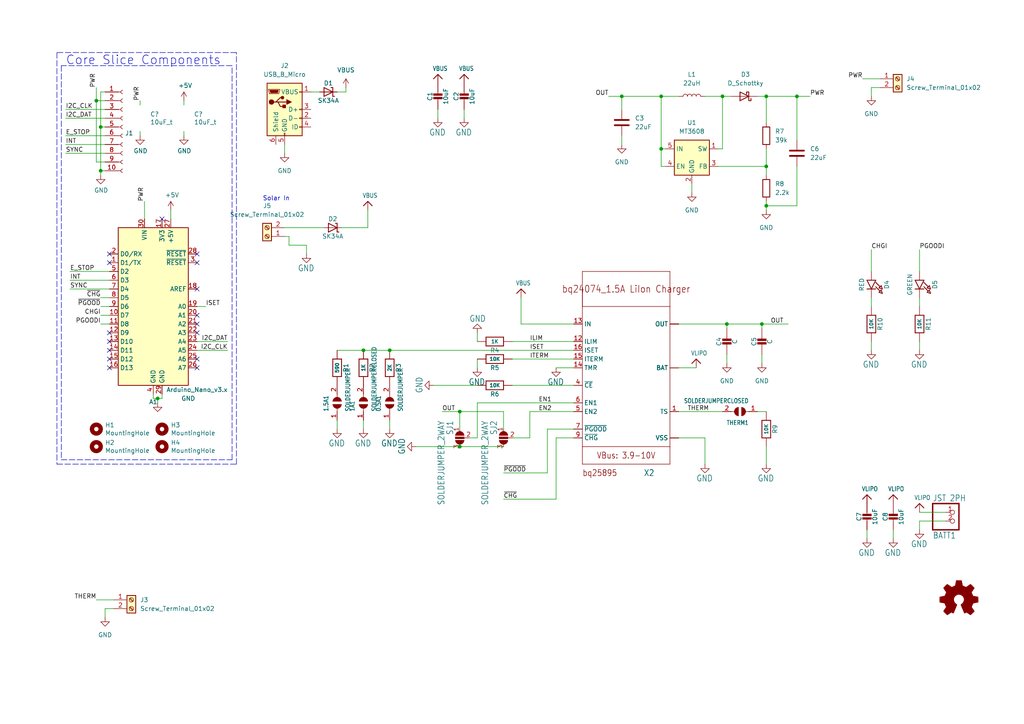
<source format=kicad_sch>
(kicad_sch (version 20211123) (generator eeschema)

  (uuid 5bcace5d-edd0-4e19-92d0-835e43cf8eb2)

  (paper "A4")

  (title_block
    (title "BREAD BMS/Solar Slice")
  )

  (lib_symbols
    (symbol "Adafruit_BQ24074-eagle-import:BQ24074" (in_bom yes) (on_board yes)
      (property "Reference" "X" (id 0) (at 5.08 -27.94 0)
        (effects (font (size 1.778 1.5113)) (justify left))
      )
      (property "Value" "BQ24074" (id 1) (at 0 0 0)
        (effects (font (size 1.27 1.27)) hide)
      )
      (property "Footprint" "Adafruit_BQ24074:QFN16_3MM" (id 2) (at 0 0 0)
        (effects (font (size 1.27 1.27)) hide)
      )
      (property "Datasheet" "" (id 3) (at 0 0 0)
        (effects (font (size 1.27 1.27)) hide)
      )
      (property "ki_locked" "" (id 4) (at 0 0 0)
        (effects (font (size 1.27 1.27)))
      )
      (symbol "BQ24074_1_0"
        (polyline
          (pts
            (xy -12.7 -25.4)
            (xy -12.7 -20.32)
          )
          (stroke (width 0.1524) (type default) (color 0 0 0 0))
          (fill (type none))
        )
        (polyline
          (pts
            (xy -12.7 -20.32)
            (xy -12.7 25.4)
          )
          (stroke (width 0.1524) (type default) (color 0 0 0 0))
          (fill (type none))
        )
        (polyline
          (pts
            (xy -12.7 -20.32)
            (xy 12.7 -20.32)
          )
          (stroke (width 0.1524) (type default) (color 0 0 0 0))
          (fill (type none))
        )
        (polyline
          (pts
            (xy -12.7 20.32)
            (xy 12.7 20.32)
          )
          (stroke (width 0.1524) (type default) (color 0 0 0 0))
          (fill (type none))
        )
        (polyline
          (pts
            (xy -12.7 25.4)
            (xy -12.7 20.32)
          )
          (stroke (width 0.1524) (type default) (color 0 0 0 0))
          (fill (type none))
        )
        (polyline
          (pts
            (xy -12.7 25.4)
            (xy -12.7 30.48)
          )
          (stroke (width 0.1524) (type default) (color 0 0 0 0))
          (fill (type none))
        )
        (polyline
          (pts
            (xy -12.7 30.48)
            (xy 12.7 30.48)
          )
          (stroke (width 0.1524) (type default) (color 0 0 0 0))
          (fill (type none))
        )
        (polyline
          (pts
            (xy 12.7 -25.4)
            (xy -12.7 -25.4)
          )
          (stroke (width 0.1524) (type default) (color 0 0 0 0))
          (fill (type none))
        )
        (polyline
          (pts
            (xy 12.7 -20.32)
            (xy 12.7 -25.4)
          )
          (stroke (width 0.1524) (type default) (color 0 0 0 0))
          (fill (type none))
        )
        (polyline
          (pts
            (xy 12.7 20.32)
            (xy 12.7 -20.32)
          )
          (stroke (width 0.1524) (type default) (color 0 0 0 0))
          (fill (type none))
        )
        (polyline
          (pts
            (xy 12.7 30.48)
            (xy 12.7 20.32)
          )
          (stroke (width 0.1524) (type default) (color 0 0 0 0))
          (fill (type none))
        )
        (text "bq24074_1.5A LiIon Charger" (at 0 25.4 0)
          (effects (font (size 2.032 1.7272)))
        )
        (text "bq25895" (at -12.7 -27.94 0)
          (effects (font (size 1.778 1.5113)) (justify left))
        )
        (text "VBus: 3.9-10V" (at 0 -22.86 0)
          (effects (font (size 1.778 1.5113)))
        )
        (pin input line (at 15.24 -10.16 180) (length 2.54)
          (name "TS" (effects (font (size 1.27 1.27))))
          (number "1" (effects (font (size 1.27 1.27))))
        )
        (pin output line (at 15.24 15.24 180) (length 2.54)
          (name "OUT" (effects (font (size 1.27 1.27))))
          (number "10" (effects (font (size 0 0))))
        )
        (pin output line (at 15.24 15.24 180) (length 2.54)
          (name "OUT" (effects (font (size 1.27 1.27))))
          (number "11" (effects (font (size 0 0))))
        )
        (pin input line (at -15.24 10.16 0) (length 2.54)
          (name "ILIM" (effects (font (size 1.27 1.27))))
          (number "12" (effects (font (size 1.27 1.27))))
        )
        (pin power_in line (at -15.24 15.24 0) (length 2.54)
          (name "IN" (effects (font (size 1.27 1.27))))
          (number "13" (effects (font (size 1.27 1.27))))
        )
        (pin input line (at -15.24 2.54 0) (length 2.54)
          (name "TMR" (effects (font (size 1.27 1.27))))
          (number "14" (effects (font (size 1.27 1.27))))
        )
        (pin input line (at -15.24 5.08 0) (length 2.54)
          (name "ITERM" (effects (font (size 1.27 1.27))))
          (number "15" (effects (font (size 1.27 1.27))))
        )
        (pin input line (at -15.24 7.62 0) (length 2.54)
          (name "ISET" (effects (font (size 1.27 1.27))))
          (number "16" (effects (font (size 1.27 1.27))))
        )
        (pin input line (at 15.24 2.54 180) (length 2.54)
          (name "BAT" (effects (font (size 1.27 1.27))))
          (number "2" (effects (font (size 0 0))))
        )
        (pin input line (at 15.24 2.54 180) (length 2.54)
          (name "BAT" (effects (font (size 1.27 1.27))))
          (number "3" (effects (font (size 0 0))))
        )
        (pin input line (at -15.24 -2.54 0) (length 2.54)
          (name "~{CE}" (effects (font (size 1.27 1.27))))
          (number "4" (effects (font (size 1.27 1.27))))
        )
        (pin input line (at -15.24 -10.16 0) (length 2.54)
          (name "EN2" (effects (font (size 1.27 1.27))))
          (number "5" (effects (font (size 1.27 1.27))))
        )
        (pin input line (at -15.24 -7.62 0) (length 2.54)
          (name "EN1" (effects (font (size 1.27 1.27))))
          (number "6" (effects (font (size 1.27 1.27))))
        )
        (pin output line (at -15.24 -15.24 0) (length 2.54)
          (name "~{PGOOD}" (effects (font (size 1.27 1.27))))
          (number "7" (effects (font (size 1.27 1.27))))
        )
        (pin power_in line (at 15.24 -17.78 180) (length 2.54)
          (name "VSS" (effects (font (size 1.27 1.27))))
          (number "8" (effects (font (size 0 0))))
        )
        (pin output line (at -15.24 -17.78 0) (length 2.54)
          (name "~{CHG}" (effects (font (size 1.27 1.27))))
          (number "9" (effects (font (size 1.27 1.27))))
        )
        (pin power_in line (at 15.24 -17.78 180) (length 2.54)
          (name "VSS" (effects (font (size 1.27 1.27))))
          (number "THERMAL" (effects (font (size 0 0))))
        )
      )
    )
    (symbol "Adafruit_BQ24074-eagle-import:CAP_CERAMIC0805-NOOUTLINE" (in_bom yes) (on_board yes)
      (property "Reference" "C" (id 0) (at -2.29 1.25 90)
        (effects (font (size 1.27 1.27)))
      )
      (property "Value" "CAP_CERAMIC0805-NOOUTLINE" (id 1) (at 2.3 1.25 90)
        (effects (font (size 1.27 1.27)))
      )
      (property "Footprint" "Adafruit_BQ24074:0805-NO" (id 2) (at 0 0 0)
        (effects (font (size 1.27 1.27)) hide)
      )
      (property "Datasheet" "" (id 3) (at 0 0 0)
        (effects (font (size 1.27 1.27)) hide)
      )
      (property "ki_locked" "" (id 4) (at 0 0 0)
        (effects (font (size 1.27 1.27)))
      )
      (symbol "CAP_CERAMIC0805-NOOUTLINE_1_0"
        (rectangle (start -1.27 0.508) (end 1.27 1.016)
          (stroke (width 0) (type default) (color 0 0 0 0))
          (fill (type outline))
        )
        (rectangle (start -1.27 1.524) (end 1.27 2.032)
          (stroke (width 0) (type default) (color 0 0 0 0))
          (fill (type outline))
        )
        (polyline
          (pts
            (xy 0 0.762)
            (xy 0 0)
          )
          (stroke (width 0.1524) (type default) (color 0 0 0 0))
          (fill (type none))
        )
        (polyline
          (pts
            (xy 0 2.54)
            (xy 0 1.778)
          )
          (stroke (width 0.1524) (type default) (color 0 0 0 0))
          (fill (type none))
        )
        (pin passive line (at 0 5.08 270) (length 2.54)
          (name "1" (effects (font (size 0 0))))
          (number "1" (effects (font (size 0 0))))
        )
        (pin passive line (at 0 -2.54 90) (length 2.54)
          (name "2" (effects (font (size 0 0))))
          (number "2" (effects (font (size 0 0))))
        )
      )
    )
    (symbol "Adafruit_BQ24074-eagle-import:DIODE-SCHOTTKYSMA" (in_bom yes) (on_board yes)
      (property "Reference" "D" (id 0) (at 0 2.54 0)
        (effects (font (size 1.27 1.0795)))
      )
      (property "Value" "DIODE-SCHOTTKYSMA" (id 1) (at 0 -2.5 0)
        (effects (font (size 1.27 1.0795)))
      )
      (property "Footprint" "Adafruit_BQ24074:SMADIODE" (id 2) (at 0 0 0)
        (effects (font (size 1.27 1.27)) hide)
      )
      (property "Datasheet" "" (id 3) (at 0 0 0)
        (effects (font (size 1.27 1.27)) hide)
      )
      (property "ki_locked" "" (id 4) (at 0 0 0)
        (effects (font (size 1.27 1.27)))
      )
      (symbol "DIODE-SCHOTTKYSMA_1_0"
        (polyline
          (pts
            (xy -1.27 -1.27)
            (xy 1.27 0)
          )
          (stroke (width 0.254) (type default) (color 0 0 0 0))
          (fill (type none))
        )
        (polyline
          (pts
            (xy -1.27 1.27)
            (xy -1.27 -1.27)
          )
          (stroke (width 0.254) (type default) (color 0 0 0 0))
          (fill (type none))
        )
        (polyline
          (pts
            (xy 1.27 -1.27)
            (xy 1.778 -1.27)
          )
          (stroke (width 0.254) (type default) (color 0 0 0 0))
          (fill (type none))
        )
        (polyline
          (pts
            (xy 1.27 0)
            (xy -1.27 1.27)
          )
          (stroke (width 0.254) (type default) (color 0 0 0 0))
          (fill (type none))
        )
        (polyline
          (pts
            (xy 1.27 0)
            (xy 1.27 -1.27)
          )
          (stroke (width 0.254) (type default) (color 0 0 0 0))
          (fill (type none))
        )
        (polyline
          (pts
            (xy 1.27 1.27)
            (xy 0.762 1.27)
          )
          (stroke (width 0.254) (type default) (color 0 0 0 0))
          (fill (type none))
        )
        (polyline
          (pts
            (xy 1.27 1.27)
            (xy 1.27 0)
          )
          (stroke (width 0.254) (type default) (color 0 0 0 0))
          (fill (type none))
        )
        (pin passive line (at -2.54 0 0) (length 2.54)
          (name "A" (effects (font (size 0 0))))
          (number "A" (effects (font (size 0 0))))
        )
        (pin passive line (at 2.54 0 180) (length 2.54)
          (name "C" (effects (font (size 0 0))))
          (number "C" (effects (font (size 0 0))))
        )
      )
    )
    (symbol "Adafruit_BQ24074-eagle-import:JST_2PIN-SMT-RA" (in_bom yes) (on_board yes)
      (property "Reference" "CN" (id 0) (at -6.35 5.715 0)
        (effects (font (size 1.778 1.5113)) (justify left bottom))
      )
      (property "Value" "JST_2PIN-SMT-RA" (id 1) (at -6.35 -5.08 0)
        (effects (font (size 1.778 1.5113)) (justify left bottom))
      )
      (property "Footprint" "Adafruit_BQ24074:JST-PH-2-SMT-RA" (id 2) (at 0 0 0)
        (effects (font (size 1.27 1.27)) hide)
      )
      (property "Datasheet" "" (id 3) (at 0 0 0)
        (effects (font (size 1.27 1.27)) hide)
      )
      (property "ki_locked" "" (id 4) (at 0 0 0)
        (effects (font (size 1.27 1.27)))
      )
      (symbol "JST_2PIN-SMT-RA_1_0"
        (polyline
          (pts
            (xy -6.35 -2.54)
            (xy 1.27 -2.54)
          )
          (stroke (width 0.4064) (type default) (color 0 0 0 0))
          (fill (type none))
        )
        (polyline
          (pts
            (xy -6.35 5.08)
            (xy -6.35 -2.54)
          )
          (stroke (width 0.4064) (type default) (color 0 0 0 0))
          (fill (type none))
        )
        (polyline
          (pts
            (xy 1.27 -2.54)
            (xy 1.27 5.08)
          )
          (stroke (width 0.4064) (type default) (color 0 0 0 0))
          (fill (type none))
        )
        (polyline
          (pts
            (xy 1.27 5.08)
            (xy -6.35 5.08)
          )
          (stroke (width 0.4064) (type default) (color 0 0 0 0))
          (fill (type none))
        )
        (pin passive inverted (at -2.54 0 0) (length 2.54)
          (name "2" (effects (font (size 0 0))))
          (number "1" (effects (font (size 1.27 1.27))))
        )
        (pin passive inverted (at -2.54 2.54 0) (length 2.54)
          (name "1" (effects (font (size 0 0))))
          (number "2" (effects (font (size 1.27 1.27))))
        )
      )
    )
    (symbol "Adafruit_BQ24074-eagle-import:LED0603" (in_bom yes) (on_board yes)
      (property "Reference" "D" (id 0) (at -1.27 4.445 0)
        (effects (font (size 1.27 1.0795)))
      )
      (property "Value" "LED0603" (id 1) (at -1.27 -2.794 0)
        (effects (font (size 1.27 1.0795)))
      )
      (property "Footprint" "Adafruit_BQ24074:CHIPLED_0603" (id 2) (at 0 0 0)
        (effects (font (size 1.27 1.27)) hide)
      )
      (property "Datasheet" "" (id 3) (at 0 0 0)
        (effects (font (size 1.27 1.27)) hide)
      )
      (property "ki_locked" "" (id 4) (at 0 0 0)
        (effects (font (size 1.27 1.27)))
      )
      (symbol "LED0603_1_0"
        (polyline
          (pts
            (xy -2.54 -1.27)
            (xy 0 0)
          )
          (stroke (width 0.254) (type default) (color 0 0 0 0))
          (fill (type none))
        )
        (polyline
          (pts
            (xy -2.54 1.27)
            (xy -2.54 -1.27)
          )
          (stroke (width 0.254) (type default) (color 0 0 0 0))
          (fill (type none))
        )
        (polyline
          (pts
            (xy -1.905 1.27)
            (xy -0.635 2.54)
          )
          (stroke (width 0.254) (type default) (color 0 0 0 0))
          (fill (type none))
        )
        (polyline
          (pts
            (xy -0.9525 2.8575)
            (xy -0.3175 2.2225)
          )
          (stroke (width 0.254) (type default) (color 0 0 0 0))
          (fill (type none))
        )
        (polyline
          (pts
            (xy -0.635 1.27)
            (xy 0.635 2.54)
          )
          (stroke (width 0.254) (type default) (color 0 0 0 0))
          (fill (type none))
        )
        (polyline
          (pts
            (xy -0.3175 2.2225)
            (xy 0 3.175)
          )
          (stroke (width 0.254) (type default) (color 0 0 0 0))
          (fill (type none))
        )
        (polyline
          (pts
            (xy 0 0)
            (xy -2.54 1.27)
          )
          (stroke (width 0.254) (type default) (color 0 0 0 0))
          (fill (type none))
        )
        (polyline
          (pts
            (xy 0 0)
            (xy 0 -1.27)
          )
          (stroke (width 0.254) (type default) (color 0 0 0 0))
          (fill (type none))
        )
        (polyline
          (pts
            (xy 0 1.27)
            (xy 0 0)
          )
          (stroke (width 0.254) (type default) (color 0 0 0 0))
          (fill (type none))
        )
        (polyline
          (pts
            (xy 0 3.175)
            (xy -0.9525 2.8575)
          )
          (stroke (width 0.254) (type default) (color 0 0 0 0))
          (fill (type none))
        )
        (polyline
          (pts
            (xy 0.3175 2.8575)
            (xy 0.9525 2.2225)
          )
          (stroke (width 0.254) (type default) (color 0 0 0 0))
          (fill (type none))
        )
        (polyline
          (pts
            (xy 0.9525 2.2225)
            (xy 1.27 3.175)
          )
          (stroke (width 0.254) (type default) (color 0 0 0 0))
          (fill (type none))
        )
        (polyline
          (pts
            (xy 1.27 3.175)
            (xy 0.3175 2.8575)
          )
          (stroke (width 0.254) (type default) (color 0 0 0 0))
          (fill (type none))
        )
        (pin passive line (at -5.08 0 0) (length 2.54)
          (name "A" (effects (font (size 0 0))))
          (number "A" (effects (font (size 0 0))))
        )
        (pin passive line (at 2.54 0 180) (length 2.54)
          (name "C" (effects (font (size 0 0))))
          (number "C" (effects (font (size 0 0))))
        )
      )
    )
    (symbol "Adafruit_BQ24074-eagle-import:RESISTOR_0603_NOOUT" (in_bom yes) (on_board yes)
      (property "Reference" "R" (id 0) (at 0 2.54 0)
        (effects (font (size 1.27 1.27)))
      )
      (property "Value" "RESISTOR_0603_NOOUT" (id 1) (at 0 0 0)
        (effects (font (size 1.016 1.016) bold))
      )
      (property "Footprint" "Adafruit_BQ24074:0603-NO" (id 2) (at 0 0 0)
        (effects (font (size 1.27 1.27)) hide)
      )
      (property "Datasheet" "" (id 3) (at 0 0 0)
        (effects (font (size 1.27 1.27)) hide)
      )
      (property "ki_locked" "" (id 4) (at 0 0 0)
        (effects (font (size 1.27 1.27)))
      )
      (symbol "RESISTOR_0603_NOOUT_1_0"
        (polyline
          (pts
            (xy -2.54 -1.27)
            (xy -2.54 1.27)
          )
          (stroke (width 0.254) (type default) (color 0 0 0 0))
          (fill (type none))
        )
        (polyline
          (pts
            (xy -2.54 1.27)
            (xy 2.54 1.27)
          )
          (stroke (width 0.254) (type default) (color 0 0 0 0))
          (fill (type none))
        )
        (polyline
          (pts
            (xy 2.54 -1.27)
            (xy -2.54 -1.27)
          )
          (stroke (width 0.254) (type default) (color 0 0 0 0))
          (fill (type none))
        )
        (polyline
          (pts
            (xy 2.54 1.27)
            (xy 2.54 -1.27)
          )
          (stroke (width 0.254) (type default) (color 0 0 0 0))
          (fill (type none))
        )
        (pin passive line (at -5.08 0 0) (length 2.54)
          (name "1" (effects (font (size 0 0))))
          (number "1" (effects (font (size 0 0))))
        )
        (pin passive line (at 5.08 0 180) (length 2.54)
          (name "2" (effects (font (size 0 0))))
          (number "2" (effects (font (size 0 0))))
        )
      )
    )
    (symbol "Adafruit_BQ24074-eagle-import:SOLDERJUMPER" (in_bom yes) (on_board yes)
      (property "Reference" "SJ" (id 0) (at -2.54 2.54 0)
        (effects (font (size 1.27 1.0795)) (justify left bottom))
      )
      (property "Value" "SOLDERJUMPER" (id 1) (at -2.54 -3.81 0)
        (effects (font (size 1.27 1.0795)) (justify left bottom))
      )
      (property "Footprint" "Adafruit_BQ24074:SOLDERJUMPER_ARROW_NOPASTE" (id 2) (at 0 0 0)
        (effects (font (size 1.27 1.27)) hide)
      )
      (property "Datasheet" "" (id 3) (at 0 0 0)
        (effects (font (size 1.27 1.27)) hide)
      )
      (property "ki_locked" "" (id 4) (at 0 0 0)
        (effects (font (size 1.27 1.27)))
      )
      (symbol "SOLDERJUMPER_1_0"
        (arc (start -0.381 1.2699) (mid -1.6508 0) (end -0.381 -1.2699)
          (stroke (width 0.0001) (type default) (color 0 0 0 0))
          (fill (type outline))
        )
        (polyline
          (pts
            (xy -2.54 0)
            (xy -1.651 0)
          )
          (stroke (width 0.1524) (type default) (color 0 0 0 0))
          (fill (type none))
        )
        (polyline
          (pts
            (xy 2.54 0)
            (xy 1.651 0)
          )
          (stroke (width 0.1524) (type default) (color 0 0 0 0))
          (fill (type none))
        )
        (arc (start 0.381 -1.2699) (mid 1.6508 0) (end 0.381 1.2699)
          (stroke (width 0.0001) (type default) (color 0 0 0 0))
          (fill (type outline))
        )
        (pin passive line (at -5.08 0 0) (length 2.54)
          (name "1" (effects (font (size 0 0))))
          (number "1" (effects (font (size 1.27 1.27))))
        )
        (pin passive line (at 5.08 0 180) (length 2.54)
          (name "2" (effects (font (size 0 0))))
          (number "2" (effects (font (size 1.27 1.27))))
        )
      )
    )
    (symbol "Adafruit_BQ24074-eagle-import:SOLDERJUMPERCLOSED" (in_bom yes) (on_board yes)
      (property "Reference" "SJ" (id 0) (at -2.54 2.54 0)
        (effects (font (size 1.27 1.0795)) (justify left bottom))
      )
      (property "Value" "SOLDERJUMPERCLOSED" (id 1) (at -2.54 -3.81 0)
        (effects (font (size 1.27 1.0795)) (justify left bottom))
      )
      (property "Footprint" "Adafruit_BQ24074:SOLDERJUMPER_CLOSEDWIRE" (id 2) (at 0 0 0)
        (effects (font (size 1.27 1.27)) hide)
      )
      (property "Datasheet" "" (id 3) (at 0 0 0)
        (effects (font (size 1.27 1.27)) hide)
      )
      (property "ki_locked" "" (id 4) (at 0 0 0)
        (effects (font (size 1.27 1.27)))
      )
      (symbol "SOLDERJUMPERCLOSED_1_0"
        (arc (start -0.381 1.2699) (mid -1.6508 0) (end -0.381 -1.2699)
          (stroke (width 0.0001) (type default) (color 0 0 0 0))
          (fill (type outline))
        )
        (polyline
          (pts
            (xy -2.54 0)
            (xy -1.651 0)
          )
          (stroke (width 0.1524) (type default) (color 0 0 0 0))
          (fill (type none))
        )
        (polyline
          (pts
            (xy 2.54 0)
            (xy 1.651 0)
          )
          (stroke (width 0.1524) (type default) (color 0 0 0 0))
          (fill (type none))
        )
        (arc (start 0.381 -1.2699) (mid 1.6508 0) (end 0.381 1.2699)
          (stroke (width 0.0001) (type default) (color 0 0 0 0))
          (fill (type outline))
        )
        (pin passive line (at -5.08 0 0) (length 2.54)
          (name "1" (effects (font (size 0 0))))
          (number "1" (effects (font (size 1.27 1.27))))
        )
        (pin passive line (at 5.08 0 180) (length 2.54)
          (name "2" (effects (font (size 0 0))))
          (number "2" (effects (font (size 1.27 1.27))))
        )
      )
    )
    (symbol "Adafruit_BQ24074-eagle-import:SOLDERJUMPER_2WAY" (in_bom yes) (on_board yes)
      (property "Reference" "SJ" (id 0) (at -5.08 -3.81 0)
        (effects (font (size 1.778 1.5113)) (justify left bottom))
      )
      (property "Value" "SOLDERJUMPER_2WAY" (id 1) (at -5.08 -6.35 0)
        (effects (font (size 1.778 1.5113)) (justify left bottom))
      )
      (property "Footprint" "Adafruit_BQ24074:SOLDERJUMPER_2WAY_OPEN_NOPASTE" (id 2) (at 0 0 0)
        (effects (font (size 1.27 1.27)) hide)
      )
      (property "Datasheet" "" (id 3) (at 0 0 0)
        (effects (font (size 1.27 1.27)) hide)
      )
      (property "ki_locked" "" (id 4) (at 0 0 0)
        (effects (font (size 1.27 1.27)))
      )
      (symbol "SOLDERJUMPER_2WAY_1_0"
        (arc (start -0.635 1.27) (mid -1.905 0) (end -0.635 -1.27)
          (stroke (width 0.0001) (type default) (color 0 0 0 0))
          (fill (type outline))
        )
        (rectangle (start -0.254 -1.27) (end 0.254 1.27)
          (stroke (width 0) (type default) (color 0 0 0 0))
          (fill (type outline))
        )
        (polyline
          (pts
            (xy -2.54 0)
            (xy -1.651 0)
          )
          (stroke (width 0.1524) (type default) (color 0 0 0 0))
          (fill (type none))
        )
        (polyline
          (pts
            (xy 0 2.54)
            (xy 0 0.381)
          )
          (stroke (width 0.1524) (type default) (color 0 0 0 0))
          (fill (type none))
        )
        (polyline
          (pts
            (xy 2.54 0)
            (xy 1.651 0)
          )
          (stroke (width 0.1524) (type default) (color 0 0 0 0))
          (fill (type none))
        )
        (arc (start 0.635 -1.27) (mid 1.905 0) (end 0.635 1.27)
          (stroke (width 0.0001) (type default) (color 0 0 0 0))
          (fill (type outline))
        )
        (pin passive line (at -2.54 0 0) (length 0)
          (name "1" (effects (font (size 0 0))))
          (number "1" (effects (font (size 1.27 1.27))))
        )
        (pin passive line (at 0 2.54 270) (length 0)
          (name "2" (effects (font (size 0 0))))
          (number "2" (effects (font (size 1.27 1.27))))
        )
        (pin passive line (at 2.54 0 180) (length 0)
          (name "3" (effects (font (size 0 0))))
          (number "3" (effects (font (size 1.27 1.27))))
        )
      )
    )
    (symbol "Adafruit_BQ24074-eagle-import:VBUS" (power) (in_bom yes) (on_board yes)
      (property "Reference" "" (id 0) (at 0 0 0)
        (effects (font (size 1.27 1.27)) hide)
      )
      (property "Value" "VBUS" (id 1) (at -1.524 1.016 0)
        (effects (font (size 1.27 1.0795)) (justify left bottom))
      )
      (property "Footprint" "Adafruit_BQ24074:" (id 2) (at 0 0 0)
        (effects (font (size 1.27 1.27)) hide)
      )
      (property "Datasheet" "" (id 3) (at 0 0 0)
        (effects (font (size 1.27 1.27)) hide)
      )
      (property "ki_locked" "" (id 4) (at 0 0 0)
        (effects (font (size 1.27 1.27)))
      )
      (symbol "VBUS_1_0"
        (polyline
          (pts
            (xy -1.27 -1.27)
            (xy 0 0)
          )
          (stroke (width 0.254) (type default) (color 0 0 0 0))
          (fill (type none))
        )
        (polyline
          (pts
            (xy 0 0)
            (xy 1.27 -1.27)
          )
          (stroke (width 0.254) (type default) (color 0 0 0 0))
          (fill (type none))
        )
        (pin power_in line (at 0 -2.54 90) (length 2.54)
          (name "VBUS" (effects (font (size 0 0))))
          (number "1" (effects (font (size 0 0))))
        )
      )
    )
    (symbol "Adafruit_BQ24074-eagle-import:VLIPO" (power) (in_bom yes) (on_board yes)
      (property "Reference" "" (id 0) (at 0 0 0)
        (effects (font (size 1.27 1.27)) hide)
      )
      (property "Value" "VLIPO" (id 1) (at -1.524 1.016 0)
        (effects (font (size 1.27 1.0795)) (justify left bottom))
      )
      (property "Footprint" "Adafruit_BQ24074:" (id 2) (at 0 0 0)
        (effects (font (size 1.27 1.27)) hide)
      )
      (property "Datasheet" "" (id 3) (at 0 0 0)
        (effects (font (size 1.27 1.27)) hide)
      )
      (property "ki_locked" "" (id 4) (at 0 0 0)
        (effects (font (size 1.27 1.27)))
      )
      (symbol "VLIPO_1_0"
        (polyline
          (pts
            (xy -1.27 -1.27)
            (xy 0 0)
          )
          (stroke (width 0.254) (type default) (color 0 0 0 0))
          (fill (type none))
        )
        (polyline
          (pts
            (xy 0 0)
            (xy 1.27 -1.27)
          )
          (stroke (width 0.254) (type default) (color 0 0 0 0))
          (fill (type none))
        )
        (pin power_in line (at 0 -2.54 90) (length 2.54)
          (name "VLIPO" (effects (font (size 0 0))))
          (number "1" (effects (font (size 0 0))))
        )
      )
    )
    (symbol "Connector:Conn_01x10_Female" (pin_names (offset 1.016) hide) (in_bom yes) (on_board yes)
      (property "Reference" "J" (id 0) (at 0 12.7 0)
        (effects (font (size 1.27 1.27)))
      )
      (property "Value" "Conn_01x10_Female" (id 1) (at 0 -15.24 0)
        (effects (font (size 1.27 1.27)))
      )
      (property "Footprint" "" (id 2) (at 0 0 0)
        (effects (font (size 1.27 1.27)) hide)
      )
      (property "Datasheet" "~" (id 3) (at 0 0 0)
        (effects (font (size 1.27 1.27)) hide)
      )
      (property "ki_keywords" "connector" (id 4) (at 0 0 0)
        (effects (font (size 1.27 1.27)) hide)
      )
      (property "ki_description" "Generic connector, single row, 01x10, script generated (kicad-library-utils/schlib/autogen/connector/)" (id 5) (at 0 0 0)
        (effects (font (size 1.27 1.27)) hide)
      )
      (property "ki_fp_filters" "Connector*:*_1x??_*" (id 6) (at 0 0 0)
        (effects (font (size 1.27 1.27)) hide)
      )
      (symbol "Conn_01x10_Female_1_1"
        (arc (start 0 -12.192) (mid -0.508 -12.7) (end 0 -13.208)
          (stroke (width 0.1524) (type default) (color 0 0 0 0))
          (fill (type none))
        )
        (arc (start 0 -9.652) (mid -0.508 -10.16) (end 0 -10.668)
          (stroke (width 0.1524) (type default) (color 0 0 0 0))
          (fill (type none))
        )
        (arc (start 0 -7.112) (mid -0.508 -7.62) (end 0 -8.128)
          (stroke (width 0.1524) (type default) (color 0 0 0 0))
          (fill (type none))
        )
        (arc (start 0 -4.572) (mid -0.508 -5.08) (end 0 -5.588)
          (stroke (width 0.1524) (type default) (color 0 0 0 0))
          (fill (type none))
        )
        (arc (start 0 -2.032) (mid -0.508 -2.54) (end 0 -3.048)
          (stroke (width 0.1524) (type default) (color 0 0 0 0))
          (fill (type none))
        )
        (polyline
          (pts
            (xy -1.27 -12.7)
            (xy -0.508 -12.7)
          )
          (stroke (width 0.1524) (type default) (color 0 0 0 0))
          (fill (type none))
        )
        (polyline
          (pts
            (xy -1.27 -10.16)
            (xy -0.508 -10.16)
          )
          (stroke (width 0.1524) (type default) (color 0 0 0 0))
          (fill (type none))
        )
        (polyline
          (pts
            (xy -1.27 -7.62)
            (xy -0.508 -7.62)
          )
          (stroke (width 0.1524) (type default) (color 0 0 0 0))
          (fill (type none))
        )
        (polyline
          (pts
            (xy -1.27 -5.08)
            (xy -0.508 -5.08)
          )
          (stroke (width 0.1524) (type default) (color 0 0 0 0))
          (fill (type none))
        )
        (polyline
          (pts
            (xy -1.27 -2.54)
            (xy -0.508 -2.54)
          )
          (stroke (width 0.1524) (type default) (color 0 0 0 0))
          (fill (type none))
        )
        (polyline
          (pts
            (xy -1.27 0)
            (xy -0.508 0)
          )
          (stroke (width 0.1524) (type default) (color 0 0 0 0))
          (fill (type none))
        )
        (polyline
          (pts
            (xy -1.27 2.54)
            (xy -0.508 2.54)
          )
          (stroke (width 0.1524) (type default) (color 0 0 0 0))
          (fill (type none))
        )
        (polyline
          (pts
            (xy -1.27 5.08)
            (xy -0.508 5.08)
          )
          (stroke (width 0.1524) (type default) (color 0 0 0 0))
          (fill (type none))
        )
        (polyline
          (pts
            (xy -1.27 7.62)
            (xy -0.508 7.62)
          )
          (stroke (width 0.1524) (type default) (color 0 0 0 0))
          (fill (type none))
        )
        (polyline
          (pts
            (xy -1.27 10.16)
            (xy -0.508 10.16)
          )
          (stroke (width 0.1524) (type default) (color 0 0 0 0))
          (fill (type none))
        )
        (arc (start 0 0.508) (mid -0.508 0) (end 0 -0.508)
          (stroke (width 0.1524) (type default) (color 0 0 0 0))
          (fill (type none))
        )
        (arc (start 0 3.048) (mid -0.508 2.54) (end 0 2.032)
          (stroke (width 0.1524) (type default) (color 0 0 0 0))
          (fill (type none))
        )
        (arc (start 0 5.588) (mid -0.508 5.08) (end 0 4.572)
          (stroke (width 0.1524) (type default) (color 0 0 0 0))
          (fill (type none))
        )
        (arc (start 0 8.128) (mid -0.508 7.62) (end 0 7.112)
          (stroke (width 0.1524) (type default) (color 0 0 0 0))
          (fill (type none))
        )
        (arc (start 0 10.668) (mid -0.508 10.16) (end 0 9.652)
          (stroke (width 0.1524) (type default) (color 0 0 0 0))
          (fill (type none))
        )
        (pin passive line (at -5.08 10.16 0) (length 3.81)
          (name "Pin_1" (effects (font (size 1.27 1.27))))
          (number "1" (effects (font (size 1.27 1.27))))
        )
        (pin passive line (at -5.08 -12.7 0) (length 3.81)
          (name "Pin_10" (effects (font (size 1.27 1.27))))
          (number "10" (effects (font (size 1.27 1.27))))
        )
        (pin passive line (at -5.08 7.62 0) (length 3.81)
          (name "Pin_2" (effects (font (size 1.27 1.27))))
          (number "2" (effects (font (size 1.27 1.27))))
        )
        (pin passive line (at -5.08 5.08 0) (length 3.81)
          (name "Pin_3" (effects (font (size 1.27 1.27))))
          (number "3" (effects (font (size 1.27 1.27))))
        )
        (pin passive line (at -5.08 2.54 0) (length 3.81)
          (name "Pin_4" (effects (font (size 1.27 1.27))))
          (number "4" (effects (font (size 1.27 1.27))))
        )
        (pin passive line (at -5.08 0 0) (length 3.81)
          (name "Pin_5" (effects (font (size 1.27 1.27))))
          (number "5" (effects (font (size 1.27 1.27))))
        )
        (pin passive line (at -5.08 -2.54 0) (length 3.81)
          (name "Pin_6" (effects (font (size 1.27 1.27))))
          (number "6" (effects (font (size 1.27 1.27))))
        )
        (pin passive line (at -5.08 -5.08 0) (length 3.81)
          (name "Pin_7" (effects (font (size 1.27 1.27))))
          (number "7" (effects (font (size 1.27 1.27))))
        )
        (pin passive line (at -5.08 -7.62 0) (length 3.81)
          (name "Pin_8" (effects (font (size 1.27 1.27))))
          (number "8" (effects (font (size 1.27 1.27))))
        )
        (pin passive line (at -5.08 -10.16 0) (length 3.81)
          (name "Pin_9" (effects (font (size 1.27 1.27))))
          (number "9" (effects (font (size 1.27 1.27))))
        )
      )
    )
    (symbol "Connector:Screw_Terminal_01x02" (pin_names (offset 1.016) hide) (in_bom yes) (on_board yes)
      (property "Reference" "J" (id 0) (at 0 2.54 0)
        (effects (font (size 1.27 1.27)))
      )
      (property "Value" "Screw_Terminal_01x02" (id 1) (at 0 -5.08 0)
        (effects (font (size 1.27 1.27)))
      )
      (property "Footprint" "" (id 2) (at 0 0 0)
        (effects (font (size 1.27 1.27)) hide)
      )
      (property "Datasheet" "~" (id 3) (at 0 0 0)
        (effects (font (size 1.27 1.27)) hide)
      )
      (property "ki_keywords" "screw terminal" (id 4) (at 0 0 0)
        (effects (font (size 1.27 1.27)) hide)
      )
      (property "ki_description" "Generic screw terminal, single row, 01x02, script generated (kicad-library-utils/schlib/autogen/connector/)" (id 5) (at 0 0 0)
        (effects (font (size 1.27 1.27)) hide)
      )
      (property "ki_fp_filters" "TerminalBlock*:*" (id 6) (at 0 0 0)
        (effects (font (size 1.27 1.27)) hide)
      )
      (symbol "Screw_Terminal_01x02_1_1"
        (rectangle (start -1.27 1.27) (end 1.27 -3.81)
          (stroke (width 0.254) (type default) (color 0 0 0 0))
          (fill (type background))
        )
        (circle (center 0 -2.54) (radius 0.635)
          (stroke (width 0.1524) (type default) (color 0 0 0 0))
          (fill (type none))
        )
        (polyline
          (pts
            (xy -0.5334 -2.2098)
            (xy 0.3302 -3.048)
          )
          (stroke (width 0.1524) (type default) (color 0 0 0 0))
          (fill (type none))
        )
        (polyline
          (pts
            (xy -0.5334 0.3302)
            (xy 0.3302 -0.508)
          )
          (stroke (width 0.1524) (type default) (color 0 0 0 0))
          (fill (type none))
        )
        (polyline
          (pts
            (xy -0.3556 -2.032)
            (xy 0.508 -2.8702)
          )
          (stroke (width 0.1524) (type default) (color 0 0 0 0))
          (fill (type none))
        )
        (polyline
          (pts
            (xy -0.3556 0.508)
            (xy 0.508 -0.3302)
          )
          (stroke (width 0.1524) (type default) (color 0 0 0 0))
          (fill (type none))
        )
        (circle (center 0 0) (radius 0.635)
          (stroke (width 0.1524) (type default) (color 0 0 0 0))
          (fill (type none))
        )
        (pin passive line (at -5.08 0 0) (length 3.81)
          (name "Pin_1" (effects (font (size 1.27 1.27))))
          (number "1" (effects (font (size 1.27 1.27))))
        )
        (pin passive line (at -5.08 -2.54 0) (length 3.81)
          (name "Pin_2" (effects (font (size 1.27 1.27))))
          (number "2" (effects (font (size 1.27 1.27))))
        )
      )
    )
    (symbol "Connector:USB_B_Micro" (pin_names (offset 1.016)) (in_bom yes) (on_board yes)
      (property "Reference" "J" (id 0) (at -5.08 11.43 0)
        (effects (font (size 1.27 1.27)) (justify left))
      )
      (property "Value" "USB_B_Micro" (id 1) (at -5.08 8.89 0)
        (effects (font (size 1.27 1.27)) (justify left))
      )
      (property "Footprint" "" (id 2) (at 3.81 -1.27 0)
        (effects (font (size 1.27 1.27)) hide)
      )
      (property "Datasheet" "~" (id 3) (at 3.81 -1.27 0)
        (effects (font (size 1.27 1.27)) hide)
      )
      (property "ki_keywords" "connector USB micro" (id 4) (at 0 0 0)
        (effects (font (size 1.27 1.27)) hide)
      )
      (property "ki_description" "USB Micro Type B connector" (id 5) (at 0 0 0)
        (effects (font (size 1.27 1.27)) hide)
      )
      (property "ki_fp_filters" "USB*" (id 6) (at 0 0 0)
        (effects (font (size 1.27 1.27)) hide)
      )
      (symbol "USB_B_Micro_0_1"
        (rectangle (start -5.08 -7.62) (end 5.08 7.62)
          (stroke (width 0.254) (type default) (color 0 0 0 0))
          (fill (type background))
        )
        (circle (center -3.81 2.159) (radius 0.635)
          (stroke (width 0.254) (type default) (color 0 0 0 0))
          (fill (type outline))
        )
        (circle (center -0.635 3.429) (radius 0.381)
          (stroke (width 0.254) (type default) (color 0 0 0 0))
          (fill (type outline))
        )
        (rectangle (start -0.127 -7.62) (end 0.127 -6.858)
          (stroke (width 0) (type default) (color 0 0 0 0))
          (fill (type none))
        )
        (polyline
          (pts
            (xy -1.905 2.159)
            (xy 0.635 2.159)
          )
          (stroke (width 0.254) (type default) (color 0 0 0 0))
          (fill (type none))
        )
        (polyline
          (pts
            (xy -3.175 2.159)
            (xy -2.54 2.159)
            (xy -1.27 3.429)
            (xy -0.635 3.429)
          )
          (stroke (width 0.254) (type default) (color 0 0 0 0))
          (fill (type none))
        )
        (polyline
          (pts
            (xy -2.54 2.159)
            (xy -1.905 2.159)
            (xy -1.27 0.889)
            (xy 0 0.889)
          )
          (stroke (width 0.254) (type default) (color 0 0 0 0))
          (fill (type none))
        )
        (polyline
          (pts
            (xy 0.635 2.794)
            (xy 0.635 1.524)
            (xy 1.905 2.159)
            (xy 0.635 2.794)
          )
          (stroke (width 0.254) (type default) (color 0 0 0 0))
          (fill (type outline))
        )
        (polyline
          (pts
            (xy -4.318 5.588)
            (xy -1.778 5.588)
            (xy -2.032 4.826)
            (xy -4.064 4.826)
            (xy -4.318 5.588)
          )
          (stroke (width 0) (type default) (color 0 0 0 0))
          (fill (type outline))
        )
        (polyline
          (pts
            (xy -4.699 5.842)
            (xy -4.699 5.588)
            (xy -4.445 4.826)
            (xy -4.445 4.572)
            (xy -1.651 4.572)
            (xy -1.651 4.826)
            (xy -1.397 5.588)
            (xy -1.397 5.842)
            (xy -4.699 5.842)
          )
          (stroke (width 0) (type default) (color 0 0 0 0))
          (fill (type none))
        )
        (rectangle (start 0.254 1.27) (end -0.508 0.508)
          (stroke (width 0.254) (type default) (color 0 0 0 0))
          (fill (type outline))
        )
        (rectangle (start 5.08 -5.207) (end 4.318 -4.953)
          (stroke (width 0) (type default) (color 0 0 0 0))
          (fill (type none))
        )
        (rectangle (start 5.08 -2.667) (end 4.318 -2.413)
          (stroke (width 0) (type default) (color 0 0 0 0))
          (fill (type none))
        )
        (rectangle (start 5.08 -0.127) (end 4.318 0.127)
          (stroke (width 0) (type default) (color 0 0 0 0))
          (fill (type none))
        )
        (rectangle (start 5.08 4.953) (end 4.318 5.207)
          (stroke (width 0) (type default) (color 0 0 0 0))
          (fill (type none))
        )
      )
      (symbol "USB_B_Micro_1_1"
        (pin power_out line (at 7.62 5.08 180) (length 2.54)
          (name "VBUS" (effects (font (size 1.27 1.27))))
          (number "1" (effects (font (size 1.27 1.27))))
        )
        (pin bidirectional line (at 7.62 -2.54 180) (length 2.54)
          (name "D-" (effects (font (size 1.27 1.27))))
          (number "2" (effects (font (size 1.27 1.27))))
        )
        (pin bidirectional line (at 7.62 0 180) (length 2.54)
          (name "D+" (effects (font (size 1.27 1.27))))
          (number "3" (effects (font (size 1.27 1.27))))
        )
        (pin passive line (at 7.62 -5.08 180) (length 2.54)
          (name "ID" (effects (font (size 1.27 1.27))))
          (number "4" (effects (font (size 1.27 1.27))))
        )
        (pin power_out line (at 0 -10.16 90) (length 2.54)
          (name "GND" (effects (font (size 1.27 1.27))))
          (number "5" (effects (font (size 1.27 1.27))))
        )
        (pin passive line (at -2.54 -10.16 90) (length 2.54)
          (name "Shield" (effects (font (size 1.27 1.27))))
          (number "6" (effects (font (size 1.27 1.27))))
        )
      )
    )
    (symbol "Device:C" (pin_numbers hide) (pin_names (offset 0.254)) (in_bom yes) (on_board yes)
      (property "Reference" "C" (id 0) (at 0.635 2.54 0)
        (effects (font (size 1.27 1.27)) (justify left))
      )
      (property "Value" "C" (id 1) (at 0.635 -2.54 0)
        (effects (font (size 1.27 1.27)) (justify left))
      )
      (property "Footprint" "" (id 2) (at 0.9652 -3.81 0)
        (effects (font (size 1.27 1.27)) hide)
      )
      (property "Datasheet" "~" (id 3) (at 0 0 0)
        (effects (font (size 1.27 1.27)) hide)
      )
      (property "ki_keywords" "cap capacitor" (id 4) (at 0 0 0)
        (effects (font (size 1.27 1.27)) hide)
      )
      (property "ki_description" "Unpolarized capacitor" (id 5) (at 0 0 0)
        (effects (font (size 1.27 1.27)) hide)
      )
      (property "ki_fp_filters" "C_*" (id 6) (at 0 0 0)
        (effects (font (size 1.27 1.27)) hide)
      )
      (symbol "C_0_1"
        (polyline
          (pts
            (xy -2.032 -0.762)
            (xy 2.032 -0.762)
          )
          (stroke (width 0.508) (type default) (color 0 0 0 0))
          (fill (type none))
        )
        (polyline
          (pts
            (xy -2.032 0.762)
            (xy 2.032 0.762)
          )
          (stroke (width 0.508) (type default) (color 0 0 0 0))
          (fill (type none))
        )
      )
      (symbol "C_1_1"
        (pin passive line (at 0 3.81 270) (length 2.794)
          (name "~" (effects (font (size 1.27 1.27))))
          (number "1" (effects (font (size 1.27 1.27))))
        )
        (pin passive line (at 0 -3.81 90) (length 2.794)
          (name "~" (effects (font (size 1.27 1.27))))
          (number "2" (effects (font (size 1.27 1.27))))
        )
      )
    )
    (symbol "Device:D_Schottky" (pin_numbers hide) (pin_names (offset 1.016) hide) (in_bom yes) (on_board yes)
      (property "Reference" "D" (id 0) (at 0 2.54 0)
        (effects (font (size 1.27 1.27)))
      )
      (property "Value" "D_Schottky" (id 1) (at 0 -2.54 0)
        (effects (font (size 1.27 1.27)))
      )
      (property "Footprint" "" (id 2) (at 0 0 0)
        (effects (font (size 1.27 1.27)) hide)
      )
      (property "Datasheet" "~" (id 3) (at 0 0 0)
        (effects (font (size 1.27 1.27)) hide)
      )
      (property "ki_keywords" "diode Schottky" (id 4) (at 0 0 0)
        (effects (font (size 1.27 1.27)) hide)
      )
      (property "ki_description" "Schottky diode" (id 5) (at 0 0 0)
        (effects (font (size 1.27 1.27)) hide)
      )
      (property "ki_fp_filters" "TO-???* *_Diode_* *SingleDiode* D_*" (id 6) (at 0 0 0)
        (effects (font (size 1.27 1.27)) hide)
      )
      (symbol "D_Schottky_0_1"
        (polyline
          (pts
            (xy 1.27 0)
            (xy -1.27 0)
          )
          (stroke (width 0) (type default) (color 0 0 0 0))
          (fill (type none))
        )
        (polyline
          (pts
            (xy 1.27 1.27)
            (xy 1.27 -1.27)
            (xy -1.27 0)
            (xy 1.27 1.27)
          )
          (stroke (width 0.254) (type default) (color 0 0 0 0))
          (fill (type none))
        )
        (polyline
          (pts
            (xy -1.905 0.635)
            (xy -1.905 1.27)
            (xy -1.27 1.27)
            (xy -1.27 -1.27)
            (xy -0.635 -1.27)
            (xy -0.635 -0.635)
          )
          (stroke (width 0.254) (type default) (color 0 0 0 0))
          (fill (type none))
        )
      )
      (symbol "D_Schottky_1_1"
        (pin passive line (at -3.81 0 0) (length 2.54)
          (name "K" (effects (font (size 1.27 1.27))))
          (number "1" (effects (font (size 1.27 1.27))))
        )
        (pin passive line (at 3.81 0 180) (length 2.54)
          (name "A" (effects (font (size 1.27 1.27))))
          (number "2" (effects (font (size 1.27 1.27))))
        )
      )
    )
    (symbol "Device:L" (pin_numbers hide) (pin_names (offset 1.016) hide) (in_bom yes) (on_board yes)
      (property "Reference" "L" (id 0) (at -1.27 0 90)
        (effects (font (size 1.27 1.27)))
      )
      (property "Value" "L" (id 1) (at 1.905 0 90)
        (effects (font (size 1.27 1.27)))
      )
      (property "Footprint" "" (id 2) (at 0 0 0)
        (effects (font (size 1.27 1.27)) hide)
      )
      (property "Datasheet" "~" (id 3) (at 0 0 0)
        (effects (font (size 1.27 1.27)) hide)
      )
      (property "ki_keywords" "inductor choke coil reactor magnetic" (id 4) (at 0 0 0)
        (effects (font (size 1.27 1.27)) hide)
      )
      (property "ki_description" "Inductor" (id 5) (at 0 0 0)
        (effects (font (size 1.27 1.27)) hide)
      )
      (property "ki_fp_filters" "Choke_* *Coil* Inductor_* L_*" (id 6) (at 0 0 0)
        (effects (font (size 1.27 1.27)) hide)
      )
      (symbol "L_0_1"
        (arc (start 0 -2.54) (mid 0.635 -1.905) (end 0 -1.27)
          (stroke (width 0) (type default) (color 0 0 0 0))
          (fill (type none))
        )
        (arc (start 0 -1.27) (mid 0.635 -0.635) (end 0 0)
          (stroke (width 0) (type default) (color 0 0 0 0))
          (fill (type none))
        )
        (arc (start 0 0) (mid 0.635 0.635) (end 0 1.27)
          (stroke (width 0) (type default) (color 0 0 0 0))
          (fill (type none))
        )
        (arc (start 0 1.27) (mid 0.635 1.905) (end 0 2.54)
          (stroke (width 0) (type default) (color 0 0 0 0))
          (fill (type none))
        )
      )
      (symbol "L_1_1"
        (pin passive line (at 0 3.81 270) (length 1.27)
          (name "1" (effects (font (size 1.27 1.27))))
          (number "1" (effects (font (size 1.27 1.27))))
        )
        (pin passive line (at 0 -3.81 90) (length 1.27)
          (name "2" (effects (font (size 1.27 1.27))))
          (number "2" (effects (font (size 1.27 1.27))))
        )
      )
    )
    (symbol "Device:R" (pin_numbers hide) (pin_names (offset 0)) (in_bom yes) (on_board yes)
      (property "Reference" "R" (id 0) (at 2.032 0 90)
        (effects (font (size 1.27 1.27)))
      )
      (property "Value" "R" (id 1) (at 0 0 90)
        (effects (font (size 1.27 1.27)))
      )
      (property "Footprint" "" (id 2) (at -1.778 0 90)
        (effects (font (size 1.27 1.27)) hide)
      )
      (property "Datasheet" "~" (id 3) (at 0 0 0)
        (effects (font (size 1.27 1.27)) hide)
      )
      (property "ki_keywords" "R res resistor" (id 4) (at 0 0 0)
        (effects (font (size 1.27 1.27)) hide)
      )
      (property "ki_description" "Resistor" (id 5) (at 0 0 0)
        (effects (font (size 1.27 1.27)) hide)
      )
      (property "ki_fp_filters" "R_*" (id 6) (at 0 0 0)
        (effects (font (size 1.27 1.27)) hide)
      )
      (symbol "R_0_1"
        (rectangle (start -1.016 -2.54) (end 1.016 2.54)
          (stroke (width 0.254) (type default) (color 0 0 0 0))
          (fill (type none))
        )
      )
      (symbol "R_1_1"
        (pin passive line (at 0 3.81 270) (length 1.27)
          (name "~" (effects (font (size 1.27 1.27))))
          (number "1" (effects (font (size 1.27 1.27))))
        )
        (pin passive line (at 0 -3.81 90) (length 1.27)
          (name "~" (effects (font (size 1.27 1.27))))
          (number "2" (effects (font (size 1.27 1.27))))
        )
      )
    )
    (symbol "Graphic:Logo_Open_Hardware_Small" (pin_names (offset 1.016)) (in_bom yes) (on_board yes)
      (property "Reference" "#LOGO" (id 0) (at 0 6.985 0)
        (effects (font (size 1.27 1.27)) hide)
      )
      (property "Value" "Logo_Open_Hardware_Small" (id 1) (at 0 -5.715 0)
        (effects (font (size 1.27 1.27)) hide)
      )
      (property "Footprint" "" (id 2) (at 0 0 0)
        (effects (font (size 1.27 1.27)) hide)
      )
      (property "Datasheet" "~" (id 3) (at 0 0 0)
        (effects (font (size 1.27 1.27)) hide)
      )
      (property "ki_keywords" "Logo" (id 4) (at 0 0 0)
        (effects (font (size 1.27 1.27)) hide)
      )
      (property "ki_description" "Open Hardware logo, small" (id 5) (at 0 0 0)
        (effects (font (size 1.27 1.27)) hide)
      )
      (symbol "Logo_Open_Hardware_Small_0_1"
        (polyline
          (pts
            (xy 3.3528 -4.3434)
            (xy 3.302 -4.318)
            (xy 3.175 -4.2418)
            (xy 2.9972 -4.1148)
            (xy 2.7686 -3.9624)
            (xy 2.54 -3.81)
            (xy 2.3622 -3.7084)
            (xy 2.2352 -3.6068)
            (xy 2.1844 -3.5814)
            (xy 2.159 -3.6068)
            (xy 2.0574 -3.6576)
            (xy 1.905 -3.7338)
            (xy 1.8034 -3.7846)
            (xy 1.6764 -3.8354)
            (xy 1.6002 -3.8354)
            (xy 1.6002 -3.8354)
            (xy 1.5494 -3.7338)
            (xy 1.4732 -3.5306)
            (xy 1.3462 -3.302)
            (xy 1.2446 -3.0226)
            (xy 1.1176 -2.7178)
            (xy 0.9652 -2.413)
            (xy 0.8636 -2.1082)
            (xy 0.7366 -1.8288)
            (xy 0.6604 -1.6256)
            (xy 0.6096 -1.4732)
            (xy 0.5842 -1.397)
            (xy 0.5842 -1.397)
            (xy 0.6604 -1.3208)
            (xy 0.7874 -1.2446)
            (xy 1.0414 -1.016)
            (xy 1.2954 -0.6858)
            (xy 1.4478 -0.3302)
            (xy 1.524 0.0762)
            (xy 1.4732 0.4572)
            (xy 1.3208 0.8128)
            (xy 1.0668 1.143)
            (xy 0.762 1.3716)
            (xy 0.4064 1.524)
            (xy 0 1.5748)
            (xy -0.381 1.5494)
            (xy -0.7366 1.397)
            (xy -1.0668 1.143)
            (xy -1.2192 0.9906)
            (xy -1.397 0.6604)
            (xy -1.524 0.3048)
            (xy -1.524 0.2286)
            (xy -1.4986 -0.1778)
            (xy -1.397 -0.5334)
            (xy -1.1938 -0.8636)
            (xy -0.9144 -1.143)
            (xy -0.8636 -1.1684)
            (xy -0.7366 -1.27)
            (xy -0.635 -1.3462)
            (xy -0.5842 -1.397)
            (xy -1.0668 -2.5908)
            (xy -1.143 -2.794)
            (xy -1.2954 -3.1242)
            (xy -1.397 -3.4036)
            (xy -1.4986 -3.6322)
            (xy -1.5748 -3.7846)
            (xy -1.6002 -3.8354)
            (xy -1.6002 -3.8354)
            (xy -1.651 -3.8354)
            (xy -1.7272 -3.81)
            (xy -1.905 -3.7338)
            (xy -2.0066 -3.683)
            (xy -2.1336 -3.6068)
            (xy -2.2098 -3.5814)
            (xy -2.2606 -3.6068)
            (xy -2.3622 -3.683)
            (xy -2.54 -3.81)
            (xy -2.7686 -3.9624)
            (xy -2.9718 -4.0894)
            (xy -3.1496 -4.2164)
            (xy -3.302 -4.318)
            (xy -3.3528 -4.3434)
            (xy -3.3782 -4.3434)
            (xy -3.429 -4.318)
            (xy -3.5306 -4.2164)
            (xy -3.7084 -4.064)
            (xy -3.937 -3.8354)
            (xy -3.9624 -3.81)
            (xy -4.1656 -3.6068)
            (xy -4.318 -3.4544)
            (xy -4.4196 -3.3274)
            (xy -4.445 -3.2766)
            (xy -4.445 -3.2766)
            (xy -4.4196 -3.2258)
            (xy -4.318 -3.0734)
            (xy -4.2164 -2.8956)
            (xy -4.064 -2.667)
            (xy -3.6576 -2.0828)
            (xy -3.8862 -1.5494)
            (xy -3.937 -1.3716)
            (xy -4.0386 -1.1684)
            (xy -4.0894 -1.0414)
            (xy -4.1148 -0.9652)
            (xy -4.191 -0.9398)
            (xy -4.318 -0.9144)
            (xy -4.5466 -0.8636)
            (xy -4.8006 -0.8128)
            (xy -5.0546 -0.7874)
            (xy -5.2578 -0.7366)
            (xy -5.4356 -0.7112)
            (xy -5.5118 -0.6858)
            (xy -5.5118 -0.6858)
            (xy -5.5372 -0.635)
            (xy -5.5372 -0.5588)
            (xy -5.5372 -0.4318)
            (xy -5.5626 -0.2286)
            (xy -5.5626 0.0762)
            (xy -5.5626 0.127)
            (xy -5.5372 0.4064)
            (xy -5.5372 0.635)
            (xy -5.5372 0.762)
            (xy -5.5372 0.8382)
            (xy -5.5372 0.8382)
            (xy -5.461 0.8382)
            (xy -5.3086 0.889)
            (xy -5.08 0.9144)
            (xy -4.826 0.9652)
            (xy -4.8006 0.9906)
            (xy -4.5466 1.0414)
            (xy -4.318 1.0668)
            (xy -4.1656 1.1176)
            (xy -4.0894 1.143)
            (xy -4.0894 1.143)
            (xy -4.0386 1.2446)
            (xy -3.9624 1.4224)
            (xy -3.8608 1.6256)
            (xy -3.7846 1.8288)
            (xy -3.7084 2.0066)
            (xy -3.6576 2.159)
            (xy -3.6322 2.2098)
            (xy -3.6322 2.2098)
            (xy -3.683 2.286)
            (xy -3.7592 2.413)
            (xy -3.8862 2.5908)
            (xy -4.064 2.8194)
            (xy -4.064 2.8448)
            (xy -4.2164 3.0734)
            (xy -4.3434 3.2512)
            (xy -4.4196 3.3782)
            (xy -4.445 3.4544)
            (xy -4.445 3.4544)
            (xy -4.3942 3.5052)
            (xy -4.2926 3.6322)
            (xy -4.1148 3.81)
            (xy -3.937 4.0132)
            (xy -3.8608 4.064)
            (xy -3.6576 4.2926)
            (xy -3.5052 4.4196)
            (xy -3.4036 4.4958)
            (xy -3.3528 4.5212)
            (xy -3.3528 4.5212)
            (xy -3.302 4.4704)
            (xy -3.1496 4.3688)
            (xy -2.9718 4.2418)
            (xy -2.7432 4.0894)
            (xy -2.7178 4.0894)
            (xy -2.4892 3.937)
            (xy -2.3114 3.81)
            (xy -2.1844 3.7084)
            (xy -2.1336 3.683)
            (xy -2.1082 3.683)
            (xy -2.032 3.7084)
            (xy -1.8542 3.7592)
            (xy -1.6764 3.8354)
            (xy -1.4732 3.937)
            (xy -1.27 4.0132)
            (xy -1.143 4.064)
            (xy -1.0668 4.1148)
            (xy -1.0668 4.1148)
            (xy -1.0414 4.191)
            (xy -1.016 4.3434)
            (xy -0.9652 4.572)
            (xy -0.9144 4.8514)
            (xy -0.889 4.9022)
            (xy -0.8382 5.1562)
            (xy -0.8128 5.3848)
            (xy -0.7874 5.5372)
            (xy -0.762 5.588)
            (xy -0.7112 5.6134)
            (xy -0.5842 5.6134)
            (xy -0.4064 5.6134)
            (xy -0.1524 5.6134)
            (xy 0.0762 5.6134)
            (xy 0.3302 5.6134)
            (xy 0.5334 5.6134)
            (xy 0.6858 5.588)
            (xy 0.7366 5.588)
            (xy 0.7366 5.588)
            (xy 0.762 5.5118)
            (xy 0.8128 5.334)
            (xy 0.8382 5.1054)
            (xy 0.9144 4.826)
            (xy 0.9144 4.7752)
            (xy 0.9652 4.5212)
            (xy 1.016 4.2926)
            (xy 1.0414 4.1402)
            (xy 1.0668 4.0894)
            (xy 1.0668 4.0894)
            (xy 1.1938 4.0386)
            (xy 1.3716 3.9624)
            (xy 1.5748 3.8608)
            (xy 2.0828 3.6576)
            (xy 2.7178 4.0894)
            (xy 2.7686 4.1402)
            (xy 2.9972 4.2926)
            (xy 3.175 4.4196)
            (xy 3.302 4.4958)
            (xy 3.3782 4.5212)
            (xy 3.3782 4.5212)
            (xy 3.429 4.4704)
            (xy 3.556 4.3434)
            (xy 3.7338 4.191)
            (xy 3.9116 3.9878)
            (xy 4.064 3.8354)
            (xy 4.2418 3.6576)
            (xy 4.3434 3.556)
            (xy 4.4196 3.4798)
            (xy 4.4196 3.429)
            (xy 4.4196 3.4036)
            (xy 4.3942 3.3274)
            (xy 4.2926 3.2004)
            (xy 4.1656 2.9972)
            (xy 4.0132 2.794)
            (xy 3.8862 2.5908)
            (xy 3.7592 2.3876)
            (xy 3.6576 2.2352)
            (xy 3.6322 2.159)
            (xy 3.6322 2.1336)
            (xy 3.683 2.0066)
            (xy 3.7592 1.8288)
            (xy 3.8608 1.6002)
            (xy 4.064 1.1176)
            (xy 4.3942 1.0414)
            (xy 4.5974 1.016)
            (xy 4.8768 0.9652)
            (xy 5.1308 0.9144)
            (xy 5.5372 0.8382)
            (xy 5.5626 -0.6604)
            (xy 5.4864 -0.6858)
            (xy 5.4356 -0.6858)
            (xy 5.2832 -0.7366)
            (xy 5.0546 -0.762)
            (xy 4.8006 -0.8128)
            (xy 4.5974 -0.8636)
            (xy 4.3688 -0.9144)
            (xy 4.2164 -0.9398)
            (xy 4.1402 -0.9398)
            (xy 4.1148 -0.9652)
            (xy 4.064 -1.0668)
            (xy 3.9878 -1.2446)
            (xy 3.9116 -1.4478)
            (xy 3.81 -1.651)
            (xy 3.7338 -1.8542)
            (xy 3.683 -2.0066)
            (xy 3.6576 -2.0828)
            (xy 3.683 -2.1336)
            (xy 3.7846 -2.2606)
            (xy 3.8862 -2.4638)
            (xy 4.0386 -2.667)
            (xy 4.191 -2.8956)
            (xy 4.318 -3.0734)
            (xy 4.3942 -3.2004)
            (xy 4.445 -3.2766)
            (xy 4.4196 -3.3274)
            (xy 4.3434 -3.429)
            (xy 4.1656 -3.5814)
            (xy 3.937 -3.8354)
            (xy 3.8862 -3.8608)
            (xy 3.683 -4.064)
            (xy 3.5306 -4.2164)
            (xy 3.4036 -4.318)
            (xy 3.3528 -4.3434)
          )
          (stroke (width 0) (type default) (color 0 0 0 0))
          (fill (type outline))
        )
      )
    )
    (symbol "MCU_Module:Arduino_Nano_v3.x" (in_bom yes) (on_board yes)
      (property "Reference" "A" (id 0) (at -10.16 23.495 0)
        (effects (font (size 1.27 1.27)) (justify left bottom))
      )
      (property "Value" "Arduino_Nano_v3.x" (id 1) (at 5.08 -24.13 0)
        (effects (font (size 1.27 1.27)) (justify left top))
      )
      (property "Footprint" "Module:Arduino_Nano" (id 2) (at 0 0 0)
        (effects (font (size 1.27 1.27) italic) hide)
      )
      (property "Datasheet" "http://www.mouser.com/pdfdocs/Gravitech_Arduino_Nano3_0.pdf" (id 3) (at 0 0 0)
        (effects (font (size 1.27 1.27)) hide)
      )
      (property "ki_keywords" "Arduino nano microcontroller module USB" (id 4) (at 0 0 0)
        (effects (font (size 1.27 1.27)) hide)
      )
      (property "ki_description" "Arduino Nano v3.x" (id 5) (at 0 0 0)
        (effects (font (size 1.27 1.27)) hide)
      )
      (property "ki_fp_filters" "Arduino*Nano*" (id 6) (at 0 0 0)
        (effects (font (size 1.27 1.27)) hide)
      )
      (symbol "Arduino_Nano_v3.x_0_1"
        (rectangle (start -10.16 22.86) (end 10.16 -22.86)
          (stroke (width 0.254) (type default) (color 0 0 0 0))
          (fill (type background))
        )
      )
      (symbol "Arduino_Nano_v3.x_1_1"
        (pin bidirectional line (at -12.7 12.7 0) (length 2.54)
          (name "D1/TX" (effects (font (size 1.27 1.27))))
          (number "1" (effects (font (size 1.27 1.27))))
        )
        (pin bidirectional line (at -12.7 -2.54 0) (length 2.54)
          (name "D7" (effects (font (size 1.27 1.27))))
          (number "10" (effects (font (size 1.27 1.27))))
        )
        (pin bidirectional line (at -12.7 -5.08 0) (length 2.54)
          (name "D8" (effects (font (size 1.27 1.27))))
          (number "11" (effects (font (size 1.27 1.27))))
        )
        (pin bidirectional line (at -12.7 -7.62 0) (length 2.54)
          (name "D9" (effects (font (size 1.27 1.27))))
          (number "12" (effects (font (size 1.27 1.27))))
        )
        (pin bidirectional line (at -12.7 -10.16 0) (length 2.54)
          (name "D10" (effects (font (size 1.27 1.27))))
          (number "13" (effects (font (size 1.27 1.27))))
        )
        (pin bidirectional line (at -12.7 -12.7 0) (length 2.54)
          (name "D11" (effects (font (size 1.27 1.27))))
          (number "14" (effects (font (size 1.27 1.27))))
        )
        (pin bidirectional line (at -12.7 -15.24 0) (length 2.54)
          (name "D12" (effects (font (size 1.27 1.27))))
          (number "15" (effects (font (size 1.27 1.27))))
        )
        (pin bidirectional line (at -12.7 -17.78 0) (length 2.54)
          (name "D13" (effects (font (size 1.27 1.27))))
          (number "16" (effects (font (size 1.27 1.27))))
        )
        (pin power_out line (at 2.54 25.4 270) (length 2.54)
          (name "3V3" (effects (font (size 1.27 1.27))))
          (number "17" (effects (font (size 1.27 1.27))))
        )
        (pin input line (at 12.7 5.08 180) (length 2.54)
          (name "AREF" (effects (font (size 1.27 1.27))))
          (number "18" (effects (font (size 1.27 1.27))))
        )
        (pin bidirectional line (at 12.7 0 180) (length 2.54)
          (name "A0" (effects (font (size 1.27 1.27))))
          (number "19" (effects (font (size 1.27 1.27))))
        )
        (pin bidirectional line (at -12.7 15.24 0) (length 2.54)
          (name "D0/RX" (effects (font (size 1.27 1.27))))
          (number "2" (effects (font (size 1.27 1.27))))
        )
        (pin bidirectional line (at 12.7 -2.54 180) (length 2.54)
          (name "A1" (effects (font (size 1.27 1.27))))
          (number "20" (effects (font (size 1.27 1.27))))
        )
        (pin bidirectional line (at 12.7 -5.08 180) (length 2.54)
          (name "A2" (effects (font (size 1.27 1.27))))
          (number "21" (effects (font (size 1.27 1.27))))
        )
        (pin bidirectional line (at 12.7 -7.62 180) (length 2.54)
          (name "A3" (effects (font (size 1.27 1.27))))
          (number "22" (effects (font (size 1.27 1.27))))
        )
        (pin bidirectional line (at 12.7 -10.16 180) (length 2.54)
          (name "A4" (effects (font (size 1.27 1.27))))
          (number "23" (effects (font (size 1.27 1.27))))
        )
        (pin bidirectional line (at 12.7 -12.7 180) (length 2.54)
          (name "A5" (effects (font (size 1.27 1.27))))
          (number "24" (effects (font (size 1.27 1.27))))
        )
        (pin bidirectional line (at 12.7 -15.24 180) (length 2.54)
          (name "A6" (effects (font (size 1.27 1.27))))
          (number "25" (effects (font (size 1.27 1.27))))
        )
        (pin bidirectional line (at 12.7 -17.78 180) (length 2.54)
          (name "A7" (effects (font (size 1.27 1.27))))
          (number "26" (effects (font (size 1.27 1.27))))
        )
        (pin power_out line (at 5.08 25.4 270) (length 2.54)
          (name "+5V" (effects (font (size 1.27 1.27))))
          (number "27" (effects (font (size 1.27 1.27))))
        )
        (pin input line (at 12.7 15.24 180) (length 2.54)
          (name "~{RESET}" (effects (font (size 1.27 1.27))))
          (number "28" (effects (font (size 1.27 1.27))))
        )
        (pin power_in line (at 2.54 -25.4 90) (length 2.54)
          (name "GND" (effects (font (size 1.27 1.27))))
          (number "29" (effects (font (size 1.27 1.27))))
        )
        (pin input line (at 12.7 12.7 180) (length 2.54)
          (name "~{RESET}" (effects (font (size 1.27 1.27))))
          (number "3" (effects (font (size 1.27 1.27))))
        )
        (pin power_in line (at -2.54 25.4 270) (length 2.54)
          (name "VIN" (effects (font (size 1.27 1.27))))
          (number "30" (effects (font (size 1.27 1.27))))
        )
        (pin power_in line (at 0 -25.4 90) (length 2.54)
          (name "GND" (effects (font (size 1.27 1.27))))
          (number "4" (effects (font (size 1.27 1.27))))
        )
        (pin bidirectional line (at -12.7 10.16 0) (length 2.54)
          (name "D2" (effects (font (size 1.27 1.27))))
          (number "5" (effects (font (size 1.27 1.27))))
        )
        (pin bidirectional line (at -12.7 7.62 0) (length 2.54)
          (name "D3" (effects (font (size 1.27 1.27))))
          (number "6" (effects (font (size 1.27 1.27))))
        )
        (pin bidirectional line (at -12.7 5.08 0) (length 2.54)
          (name "D4" (effects (font (size 1.27 1.27))))
          (number "7" (effects (font (size 1.27 1.27))))
        )
        (pin bidirectional line (at -12.7 2.54 0) (length 2.54)
          (name "D5" (effects (font (size 1.27 1.27))))
          (number "8" (effects (font (size 1.27 1.27))))
        )
        (pin bidirectional line (at -12.7 0 0) (length 2.54)
          (name "D6" (effects (font (size 1.27 1.27))))
          (number "9" (effects (font (size 1.27 1.27))))
        )
      )
    )
    (symbol "Mechanical:MountingHole" (pin_names (offset 1.016)) (in_bom yes) (on_board yes)
      (property "Reference" "H" (id 0) (at 0 5.08 0)
        (effects (font (size 1.27 1.27)))
      )
      (property "Value" "MountingHole" (id 1) (at 0 3.175 0)
        (effects (font (size 1.27 1.27)))
      )
      (property "Footprint" "" (id 2) (at 0 0 0)
        (effects (font (size 1.27 1.27)) hide)
      )
      (property "Datasheet" "~" (id 3) (at 0 0 0)
        (effects (font (size 1.27 1.27)) hide)
      )
      (property "ki_keywords" "mounting hole" (id 4) (at 0 0 0)
        (effects (font (size 1.27 1.27)) hide)
      )
      (property "ki_description" "Mounting Hole without connection" (id 5) (at 0 0 0)
        (effects (font (size 1.27 1.27)) hide)
      )
      (property "ki_fp_filters" "MountingHole*" (id 6) (at 0 0 0)
        (effects (font (size 1.27 1.27)) hide)
      )
      (symbol "MountingHole_0_1"
        (circle (center 0 0) (radius 1.27)
          (stroke (width 1.27) (type default) (color 0 0 0 0))
          (fill (type none))
        )
      )
    )
    (symbol "Regulator_Switching:MT3608" (in_bom yes) (on_board yes)
      (property "Reference" "U" (id 0) (at -2.54 8.89 0)
        (effects (font (size 1.27 1.27)) (justify left))
      )
      (property "Value" "MT3608" (id 1) (at -3.81 6.35 0)
        (effects (font (size 1.27 1.27)) (justify left))
      )
      (property "Footprint" "Package_TO_SOT_SMD:SOT-23-6" (id 2) (at 1.27 -6.35 0)
        (effects (font (size 1.27 1.27) italic) (justify left) hide)
      )
      (property "Datasheet" "https://www.olimex.com/Products/Breadboarding/BB-PWR-3608/resources/MT3608.pdf" (id 3) (at -6.35 11.43 0)
        (effects (font (size 1.27 1.27)) hide)
      )
      (property "ki_keywords" "Step-Up Boost DC-DC Regulator Adjustable" (id 4) (at 0 0 0)
        (effects (font (size 1.27 1.27)) hide)
      )
      (property "ki_description" "High Efficiency 1.2MHz 2A Step Up Converter, 2-24V Vin, 28V Vout, 4A current limit, 1.2MHz, SOT23-6" (id 5) (at 0 0 0)
        (effects (font (size 1.27 1.27)) hide)
      )
      (property "ki_fp_filters" "SOT*23*" (id 6) (at 0 0 0)
        (effects (font (size 1.27 1.27)) hide)
      )
      (symbol "MT3608_0_1"
        (rectangle (start -5.08 5.08) (end 5.08 -5.08)
          (stroke (width 0.254) (type default) (color 0 0 0 0))
          (fill (type background))
        )
      )
      (symbol "MT3608_1_1"
        (pin passive line (at 7.62 2.54 180) (length 2.54)
          (name "SW" (effects (font (size 1.27 1.27))))
          (number "1" (effects (font (size 1.27 1.27))))
        )
        (pin power_in line (at 0 -7.62 90) (length 2.54)
          (name "GND" (effects (font (size 1.27 1.27))))
          (number "2" (effects (font (size 1.27 1.27))))
        )
        (pin input line (at 7.62 -2.54 180) (length 2.54)
          (name "FB" (effects (font (size 1.27 1.27))))
          (number "3" (effects (font (size 1.27 1.27))))
        )
        (pin input line (at -7.62 -2.54 0) (length 2.54)
          (name "EN" (effects (font (size 1.27 1.27))))
          (number "4" (effects (font (size 1.27 1.27))))
        )
        (pin power_in line (at -7.62 2.54 0) (length 2.54)
          (name "IN" (effects (font (size 1.27 1.27))))
          (number "5" (effects (font (size 1.27 1.27))))
        )
        (pin no_connect line (at 5.08 0 180) (length 2.54) hide
          (name "NC" (effects (font (size 1.27 1.27))))
          (number "6" (effects (font (size 1.27 1.27))))
        )
      )
    )
    (symbol "power:+5V" (power) (pin_names (offset 0)) (in_bom yes) (on_board yes)
      (property "Reference" "#PWR" (id 0) (at 0 -3.81 0)
        (effects (font (size 1.27 1.27)) hide)
      )
      (property "Value" "+5V" (id 1) (at 0 3.556 0)
        (effects (font (size 1.27 1.27)))
      )
      (property "Footprint" "" (id 2) (at 0 0 0)
        (effects (font (size 1.27 1.27)) hide)
      )
      (property "Datasheet" "" (id 3) (at 0 0 0)
        (effects (font (size 1.27 1.27)) hide)
      )
      (property "ki_keywords" "power-flag" (id 4) (at 0 0 0)
        (effects (font (size 1.27 1.27)) hide)
      )
      (property "ki_description" "Power symbol creates a global label with name \"+5V\"" (id 5) (at 0 0 0)
        (effects (font (size 1.27 1.27)) hide)
      )
      (symbol "+5V_0_1"
        (polyline
          (pts
            (xy -0.762 1.27)
            (xy 0 2.54)
          )
          (stroke (width 0) (type default) (color 0 0 0 0))
          (fill (type none))
        )
        (polyline
          (pts
            (xy 0 0)
            (xy 0 2.54)
          )
          (stroke (width 0) (type default) (color 0 0 0 0))
          (fill (type none))
        )
        (polyline
          (pts
            (xy 0 2.54)
            (xy 0.762 1.27)
          )
          (stroke (width 0) (type default) (color 0 0 0 0))
          (fill (type none))
        )
      )
      (symbol "+5V_1_1"
        (pin power_in line (at 0 0 90) (length 0) hide
          (name "+5V" (effects (font (size 1.27 1.27))))
          (number "1" (effects (font (size 1.27 1.27))))
        )
      )
    )
    (symbol "power:GND" (power) (pin_names (offset 0)) (in_bom yes) (on_board yes)
      (property "Reference" "#PWR" (id 0) (at 0 -6.35 0)
        (effects (font (size 1.27 1.27)) hide)
      )
      (property "Value" "GND" (id 1) (at 0 -3.81 0)
        (effects (font (size 1.27 1.27)))
      )
      (property "Footprint" "" (id 2) (at 0 0 0)
        (effects (font (size 1.27 1.27)) hide)
      )
      (property "Datasheet" "" (id 3) (at 0 0 0)
        (effects (font (size 1.27 1.27)) hide)
      )
      (property "ki_keywords" "power-flag" (id 4) (at 0 0 0)
        (effects (font (size 1.27 1.27)) hide)
      )
      (property "ki_description" "Power symbol creates a global label with name \"GND\" , ground" (id 5) (at 0 0 0)
        (effects (font (size 1.27 1.27)) hide)
      )
      (symbol "GND_0_1"
        (polyline
          (pts
            (xy 0 0)
            (xy 0 -1.27)
            (xy 1.27 -1.27)
            (xy 0 -2.54)
            (xy -1.27 -1.27)
            (xy 0 -1.27)
          )
          (stroke (width 0) (type default) (color 0 0 0 0))
          (fill (type none))
        )
      )
      (symbol "GND_1_1"
        (pin power_in line (at 0 0 270) (length 0) hide
          (name "GND" (effects (font (size 1.27 1.27))))
          (number "1" (effects (font (size 1.27 1.27))))
        )
      )
    )
    (symbol "power:VBUS" (power) (pin_names (offset 0)) (in_bom yes) (on_board yes)
      (property "Reference" "#PWR" (id 0) (at 0 -3.81 0)
        (effects (font (size 1.27 1.27)) hide)
      )
      (property "Value" "VBUS" (id 1) (at 0 3.81 0)
        (effects (font (size 1.27 1.27)))
      )
      (property "Footprint" "" (id 2) (at 0 0 0)
        (effects (font (size 1.27 1.27)) hide)
      )
      (property "Datasheet" "" (id 3) (at 0 0 0)
        (effects (font (size 1.27 1.27)) hide)
      )
      (property "ki_keywords" "power-flag" (id 4) (at 0 0 0)
        (effects (font (size 1.27 1.27)) hide)
      )
      (property "ki_description" "Power symbol creates a global label with name \"VBUS\"" (id 5) (at 0 0 0)
        (effects (font (size 1.27 1.27)) hide)
      )
      (symbol "VBUS_0_1"
        (polyline
          (pts
            (xy -0.762 1.27)
            (xy 0 2.54)
          )
          (stroke (width 0) (type default) (color 0 0 0 0))
          (fill (type none))
        )
        (polyline
          (pts
            (xy 0 0)
            (xy 0 2.54)
          )
          (stroke (width 0) (type default) (color 0 0 0 0))
          (fill (type none))
        )
        (polyline
          (pts
            (xy 0 2.54)
            (xy 0.762 1.27)
          )
          (stroke (width 0) (type default) (color 0 0 0 0))
          (fill (type none))
        )
      )
      (symbol "VBUS_1_1"
        (pin power_in line (at 0 0 90) (length 0) hide
          (name "VBUS" (effects (font (size 1.27 1.27))))
          (number "1" (effects (font (size 1.27 1.27))))
        )
      )
    )
  )


  (junction (at 191.77 43.18) (diameter 0) (color 0 0 0 0)
    (uuid 0b98e6f6-27be-460c-a22e-0f94852be13f)
  )
  (junction (at 222.25 27.94) (diameter 0) (color 0 0 0 0)
    (uuid 1004d0cd-c3de-46b2-a8fa-4f6e31b35d20)
  )
  (junction (at 45.72 115.57) (diameter 0) (color 0 0 0 0)
    (uuid 14769dc5-8525-4984-8b15-a734ee247efa)
  )
  (junction (at 105.41 101.6) (diameter 0) (color 0 0 0 0)
    (uuid 18449f0b-a329-4ea9-84b1-ee120d606350)
  )
  (junction (at 191.77 27.94) (diameter 0) (color 0 0 0 0)
    (uuid 25b8a5f3-b735-454e-84b5-1fccbbe6ed4e)
  )
  (junction (at 180.34 27.94) (diameter 0) (color 0 0 0 0)
    (uuid 299dde84-1a48-4de8-8776-4e3da7ae97b6)
  )
  (junction (at 133.35 119.38) (diameter 0) (color 0 0 0 0)
    (uuid 554b12f8-26e8-4f25-90de-cda584823f93)
  )
  (junction (at 222.25 48.26) (diameter 0) (color 0 0 0 0)
    (uuid 63cf56a8-7446-46db-ad71-50642860a48a)
  )
  (junction (at 113.03 101.6) (diameter 0) (color 0 0 0 0)
    (uuid 6be41a80-0363-4072-998c-5e1eb038f075)
  )
  (junction (at 29.21 36.83) (diameter 0) (color 0 0 0 0)
    (uuid 6ec113ca-7d27-4b14-a180-1e5e2fd1c167)
  )
  (junction (at 133.35 129.54) (diameter 0) (color 0 0 0 0)
    (uuid 6eeb3d11-1d3f-4798-9b0f-7b8b322a6f06)
  )
  (junction (at 210.82 93.98) (diameter 0) (color 0 0 0 0)
    (uuid 912aaaa9-f828-4c11-8abc-185f36b3937d)
  )
  (junction (at 222.25 59.69) (diameter 0) (color 0 0 0 0)
    (uuid 9aaf099c-2a56-44ee-bf38-57d48ef82522)
  )
  (junction (at 231.14 27.94) (diameter 0) (color 0 0 0 0)
    (uuid 9ffd3457-68fa-4469-91e8-2585bc052d4a)
  )
  (junction (at 209.55 27.94) (diameter 0) (color 0 0 0 0)
    (uuid b74597dc-92aa-4ab0-b53b-af0dcd0aaf19)
  )
  (junction (at 27.94 29.21) (diameter 0) (color 0 0 0 0)
    (uuid bd065eaf-e495-4837-bdb3-129934de1fc7)
  )
  (junction (at 220.98 93.98) (diameter 0) (color 0 0 0 0)
    (uuid c4cd0868-6ddd-4177-9d09-4a71ef56ea74)
  )
  (junction (at 29.21 49.53) (diameter 0) (color 0 0 0 0)
    (uuid e43dbe34-ed17-4e35-a5c7-2f1679b3c415)
  )

  (no_connect (at 31.75 101.6) (uuid 0351df45-d042-41d4-ba35-88092c7be2fc))
  (no_connect (at 57.15 93.98) (uuid 097edb1b-8998-4e70-b670-bba125982348))
  (no_connect (at 57.15 73.66) (uuid 0e1ed1c5-7428-4dc7-b76e-49b2d5f8177d))
  (no_connect (at 57.15 76.2) (uuid 14c51520-6d91-4098-a59a-5121f2a898f7))
  (no_connect (at 31.75 104.14) (uuid 240e5dac-6242-47a5-bbef-f76d11c715c0))
  (no_connect (at 57.15 83.82) (uuid 2d67a417-188f-4014-9282-000265d80009))
  (no_connect (at 31.75 76.2) (uuid 37e8181c-a81e-498b-b2e2-0aef0c391059))
  (no_connect (at 57.15 91.44) (uuid 477311b9-8f81-40c8-9c55-fd87e287247a))
  (no_connect (at 57.15 106.68) (uuid 6284122b-79c3-4e04-925e-3d32cc3ec077))
  (no_connect (at 57.15 104.14) (uuid 67763d19-f622-4e1e-81e5-5b24da7c3f99))
  (no_connect (at 31.75 96.52) (uuid 8d9a3ecc-539f-41da-8099-d37cea9c28e7))
  (no_connect (at 57.15 96.52) (uuid 994b6220-4755-4d84-91b3-6122ac1c2c5e))
  (no_connect (at 31.75 106.68) (uuid aa2ea573-3f20-43c1-aa99-1f9c6031a9aa))
  (no_connect (at 31.75 73.66) (uuid cfa5c16e-7859-460d-a0b8-cea7d7ea629c))
  (no_connect (at 31.75 99.06) (uuid e472dac4-5b65-4920-b8b2-6065d140a69d))
  (no_connect (at 46.99 63.5) (uuid f40d350f-0d3e-4f8a-b004-d950f2f8f1ba))

  (polyline (pts (xy 68.58 134.62) (xy 68.58 15.24))
    (stroke (width 0) (type default) (color 0 0 0 0))
    (uuid 071522c0-d0ed-49b9-906e-6295f67fb0dc)
  )

  (wire (pts (xy 231.14 40.64) (xy 231.14 27.94))
    (stroke (width 0) (type default) (color 0 0 0 0))
    (uuid 075e89da-8c75-44a1-9e2c-c5a185d2ff26)
  )
  (wire (pts (xy 146.05 137.16) (xy 158.75 137.16))
    (stroke (width 0) (type default) (color 0 0 0 0))
    (uuid 0799e1d6-0847-4571-a0bf-20c05d65d9b3)
  )
  (wire (pts (xy 27.94 173.99) (xy 33.02 173.99))
    (stroke (width 0) (type default) (color 0 0 0 0))
    (uuid 08fdf970-eb71-4def-b37e-319c0a70cd02)
  )
  (wire (pts (xy 220.98 93.98) (xy 220.98 95.25))
    (stroke (width 0) (type default) (color 0 0 0 0))
    (uuid 091c78f6-eb4a-4a7c-8841-1ac9d8c26db8)
  )
  (wire (pts (xy 19.05 44.45) (xy 30.48 44.45))
    (stroke (width 0) (type default) (color 0 0 0 0))
    (uuid 099096e4-8c2a-4d84-a16f-06b4b6330e7a)
  )
  (wire (pts (xy 266.7 148.59) (xy 274.32 148.59))
    (stroke (width 0) (type default) (color 0 0 0 0))
    (uuid 09b1d05c-45db-4f82-846a-0822a62adc17)
  )
  (wire (pts (xy 222.25 58.42) (xy 222.25 59.69))
    (stroke (width 0) (type default) (color 0 0 0 0))
    (uuid 0a5e6f29-6c16-41b4-a63f-09eed97091dc)
  )
  (wire (pts (xy 138.43 116.84) (xy 138.43 127))
    (stroke (width 0) (type default) (color 0 0 0 0))
    (uuid 0a8306ce-390e-424e-8d39-42ea2c37b6c3)
  )
  (wire (pts (xy 266.7 151.13) (xy 266.7 153.67))
    (stroke (width 0) (type default) (color 0 0 0 0))
    (uuid 0e692c08-3ea5-4e77-a823-0123641610d4)
  )
  (wire (pts (xy 250.19 22.86) (xy 255.27 22.86))
    (stroke (width 0) (type default) (color 0 0 0 0))
    (uuid 0ebbc9f5-b231-47ad-a18c-6fe27d03714b)
  )
  (wire (pts (xy 219.71 27.94) (xy 222.25 27.94))
    (stroke (width 0) (type default) (color 0 0 0 0))
    (uuid 0efc937e-1a80-4e34-ad1e-2442c67c2561)
  )
  (wire (pts (xy 30.48 46.99) (xy 27.94 46.99))
    (stroke (width 0) (type default) (color 0 0 0 0))
    (uuid 101ef598-601d-400e-9ef6-d655fbb1dbfa)
  )
  (wire (pts (xy 208.28 43.18) (xy 209.55 43.18))
    (stroke (width 0) (type default) (color 0 0 0 0))
    (uuid 107f6656-8239-44bf-9622-e377539319ad)
  )
  (wire (pts (xy 82.55 41.91) (xy 82.55 44.45))
    (stroke (width 0) (type default) (color 0 0 0 0))
    (uuid 119ff139-ef05-4803-9f18-7e4bcb269cf9)
  )
  (wire (pts (xy 146.05 119.38) (xy 146.05 124.46))
    (stroke (width 0) (type default) (color 0 0 0 0))
    (uuid 11d9e6eb-c46f-4366-9928-c40e450c4ea7)
  )
  (wire (pts (xy 200.66 53.34) (xy 200.66 55.88))
    (stroke (width 0) (type default) (color 0 0 0 0))
    (uuid 133b3bed-06af-4242-b18c-4a9ba5c35b4d)
  )
  (wire (pts (xy 193.04 43.18) (xy 191.77 43.18))
    (stroke (width 0) (type default) (color 0 0 0 0))
    (uuid 139c3ce0-a2c3-4375-8039-aec653133193)
  )
  (wire (pts (xy 138.43 104.14) (xy 138.43 106.68))
    (stroke (width 0) (type default) (color 0 0 0 0))
    (uuid 147d5d4b-f780-4b0d-9b1a-bdef7b32fd3c)
  )
  (wire (pts (xy 209.55 43.18) (xy 209.55 27.94))
    (stroke (width 0) (type default) (color 0 0 0 0))
    (uuid 14d52b50-74c3-4f4d-86e2-9ee2367c206d)
  )
  (wire (pts (xy 45.72 115.57) (xy 46.99 115.57))
    (stroke (width 0) (type default) (color 0 0 0 0))
    (uuid 15fe8f3d-6077-4e0e-81d0-8ec3f4538981)
  )
  (wire (pts (xy 255.27 25.4) (xy 252.73 25.4))
    (stroke (width 0) (type default) (color 0 0 0 0))
    (uuid 16dead03-6125-4066-a716-7fef14f902f4)
  )
  (wire (pts (xy 88.9 71.12) (xy 88.9 73.66))
    (stroke (width 0) (type default) (color 0 0 0 0))
    (uuid 18373f1d-11af-4783-b143-0ba9cca84a94)
  )
  (wire (pts (xy 138.43 127) (xy 135.89 127))
    (stroke (width 0) (type default) (color 0 0 0 0))
    (uuid 1d26b8b6-2c64-4775-b11e-ece6136db79d)
  )
  (wire (pts (xy 27.94 46.99) (xy 27.94 29.21))
    (stroke (width 0) (type default) (color 0 0 0 0))
    (uuid 1e518c2a-4cb7-4599-a1fa-5b9f847da7d3)
  )
  (wire (pts (xy 252.73 25.4) (xy 252.73 27.94))
    (stroke (width 0) (type default) (color 0 0 0 0))
    (uuid 1fbaf607-7392-4d0a-83ce-3e2b0520bc72)
  )
  (wire (pts (xy 222.25 27.94) (xy 222.25 35.56))
    (stroke (width 0) (type default) (color 0 0 0 0))
    (uuid 2789e1c3-c5cb-44ae-afc3-4d4f87ef4497)
  )
  (wire (pts (xy 90.17 26.67) (xy 92.71 26.67))
    (stroke (width 0) (type default) (color 0 0 0 0))
    (uuid 29eab83b-1303-41ae-b0d9-d7b888f7f3bc)
  )
  (wire (pts (xy 266.7 86.36) (xy 266.7 88.9))
    (stroke (width 0) (type default) (color 0 0 0 0))
    (uuid 2b070615-14e7-4b3e-b661-cd4c6e647758)
  )
  (wire (pts (xy 99.06 66.04) (xy 106.68 66.04))
    (stroke (width 0) (type default) (color 0 0 0 0))
    (uuid 2cea7e27-6394-4df4-ac1c-163e3974eba6)
  )
  (wire (pts (xy 220.98 102.87) (xy 220.98 105.41))
    (stroke (width 0) (type default) (color 0 0 0 0))
    (uuid 2ec36e19-a48e-4465-9e32-623b7bf1ad0b)
  )
  (wire (pts (xy 222.25 43.18) (xy 222.25 48.26))
    (stroke (width 0) (type default) (color 0 0 0 0))
    (uuid 30cbf632-529b-4bbc-bccd-1f76a5872bdd)
  )
  (wire (pts (xy 222.25 48.26) (xy 222.25 50.8))
    (stroke (width 0) (type default) (color 0 0 0 0))
    (uuid 31e7416b-542e-4f90-bf7c-905a646f13b1)
  )
  (wire (pts (xy 20.32 83.82) (xy 31.75 83.82))
    (stroke (width 0) (type default) (color 0 0 0 0))
    (uuid 34a74736-156e-4bf3-9200-cd137cfa59da)
  )
  (wire (pts (xy 41.91 58.42) (xy 41.91 63.5))
    (stroke (width 0) (type default) (color 0 0 0 0))
    (uuid 35a9f71f-ba35-47f6-814e-4106ac36c51e)
  )
  (wire (pts (xy 146.05 144.78) (xy 161.29 144.78))
    (stroke (width 0) (type default) (color 0 0 0 0))
    (uuid 37e6a38f-d4c9-4c6f-8094-60ca09643cd3)
  )
  (wire (pts (xy 151.13 86.36) (xy 151.13 93.98))
    (stroke (width 0) (type default) (color 0 0 0 0))
    (uuid 39ff0070-ce04-4b1f-9cb5-470c2baee640)
  )
  (wire (pts (xy 29.21 49.53) (xy 29.21 36.83))
    (stroke (width 0) (type default) (color 0 0 0 0))
    (uuid 3a52f112-cb97-43db-aaeb-20afe27664d7)
  )
  (wire (pts (xy 180.34 27.94) (xy 191.77 27.94))
    (stroke (width 0) (type default) (color 0 0 0 0))
    (uuid 3b261ba8-4b32-4c17-8c9e-7fa7b6141251)
  )
  (wire (pts (xy 29.21 93.98) (xy 31.75 93.98))
    (stroke (width 0) (type default) (color 0 0 0 0))
    (uuid 3bda7217-ae56-47d7-aed1-ded5390cac70)
  )
  (wire (pts (xy 222.25 59.69) (xy 222.25 60.96))
    (stroke (width 0) (type default) (color 0 0 0 0))
    (uuid 3f480b2f-657c-402a-9dd7-045ab2369f28)
  )
  (wire (pts (xy 29.21 36.83) (xy 29.21 26.67))
    (stroke (width 0) (type default) (color 0 0 0 0))
    (uuid 41acfe41-fac7-432a-a7a3-946566e2d504)
  )
  (wire (pts (xy 204.47 127) (xy 196.85 127))
    (stroke (width 0) (type default) (color 0 0 0 0))
    (uuid 42b79dcc-1c67-478c-9a6c-bbad82c5262c)
  )
  (wire (pts (xy 252.73 99.06) (xy 252.73 101.6))
    (stroke (width 0) (type default) (color 0 0 0 0))
    (uuid 435fdd90-48b5-4be7-8f48-c23f0a4045d0)
  )
  (wire (pts (xy 151.13 93.98) (xy 166.37 93.98))
    (stroke (width 0) (type default) (color 0 0 0 0))
    (uuid 4a834be8-391d-4f2d-8ec8-a996cc9e5043)
  )
  (wire (pts (xy 120.65 129.54) (xy 133.35 129.54))
    (stroke (width 0) (type default) (color 0 0 0 0))
    (uuid 4b187bec-4ed4-4b48-8432-9f5372e327d3)
  )
  (polyline (pts (xy 68.58 15.24) (xy 16.51 15.24))
    (stroke (width 0) (type default) (color 0 0 0 0))
    (uuid 4e315e69-0417-463a-8b7f-469a08d1496e)
  )

  (wire (pts (xy 106.68 66.04) (xy 106.68 60.96))
    (stroke (width 0) (type default) (color 0 0 0 0))
    (uuid 5278bbb6-f94d-4f93-bfaa-109b166330fb)
  )
  (wire (pts (xy 259.08 153.67) (xy 259.08 156.21))
    (stroke (width 0) (type default) (color 0 0 0 0))
    (uuid 5822613e-b5d4-4c2d-8442-7ee23eec1206)
  )
  (polyline (pts (xy 16.51 134.62) (xy 68.58 134.62))
    (stroke (width 0) (type default) (color 0 0 0 0))
    (uuid 597a11f2-5d2c-4a65-ac95-38ad106e1367)
  )
  (polyline (pts (xy 17.78 133.35) (xy 67.31 133.35))
    (stroke (width 0) (type default) (color 0 0 0 0))
    (uuid 59ec3156-036e-4049-89db-91a9dd07095f)
  )

  (wire (pts (xy 193.04 48.26) (xy 191.77 48.26))
    (stroke (width 0) (type default) (color 0 0 0 0))
    (uuid 5a0d4940-6c07-4535-8192-f9a1fc11921d)
  )
  (wire (pts (xy 220.98 93.98) (xy 228.6 93.98))
    (stroke (width 0) (type default) (color 0 0 0 0))
    (uuid 5a9da2ed-5652-4634-8e41-d2189f43c13e)
  )
  (wire (pts (xy 40.64 39.37) (xy 40.64 38.1))
    (stroke (width 0) (type default) (color 0 0 0 0))
    (uuid 5b34a16c-5a14-4291-8242-ea6d6ac54372)
  )
  (wire (pts (xy 100.33 26.67) (xy 100.33 25.4))
    (stroke (width 0) (type default) (color 0 0 0 0))
    (uuid 5c42cdbf-1abe-4f52-a3e5-416f3c46ecb3)
  )
  (wire (pts (xy 252.73 86.36) (xy 252.73 88.9))
    (stroke (width 0) (type default) (color 0 0 0 0))
    (uuid 5dcc7b0d-0a2b-499f-b121-44608a2d6eff)
  )
  (wire (pts (xy 97.79 101.6) (xy 105.41 101.6))
    (stroke (width 0) (type default) (color 0 0 0 0))
    (uuid 5f9c1059-67c0-4e3e-9fcb-26f52fa8ce6e)
  )
  (wire (pts (xy 133.35 119.38) (xy 128.27 119.38))
    (stroke (width 0) (type default) (color 0 0 0 0))
    (uuid 62bdbbdc-e5e3-4849-8a56-f7896f20b879)
  )
  (wire (pts (xy 29.21 26.67) (xy 30.48 26.67))
    (stroke (width 0) (type default) (color 0 0 0 0))
    (uuid 644ae9fc-3c8e-4089-866e-a12bf371c3e9)
  )
  (wire (pts (xy 133.35 129.54) (xy 146.05 129.54))
    (stroke (width 0) (type default) (color 0 0 0 0))
    (uuid 649ae667-b55b-459b-8057-2cdc1ca9f729)
  )
  (wire (pts (xy 31.75 78.74) (xy 20.32 78.74))
    (stroke (width 0) (type default) (color 0 0 0 0))
    (uuid 6781326c-6e0d-4753-8f28-0f5c687e01f9)
  )
  (wire (pts (xy 133.35 119.38) (xy 146.05 119.38))
    (stroke (width 0) (type default) (color 0 0 0 0))
    (uuid 6810f66c-d7ce-4877-8227-70fdcbf3c847)
  )
  (wire (pts (xy 266.7 151.13) (xy 274.32 151.13))
    (stroke (width 0) (type default) (color 0 0 0 0))
    (uuid 6a0ca2c8-bc08-437c-a871-a56c811715d2)
  )
  (polyline (pts (xy 67.31 133.35) (xy 67.31 19.05))
    (stroke (width 0) (type default) (color 0 0 0 0))
    (uuid 6a2b20ae-096c-4d9f-92f8-2087c865914f)
  )

  (wire (pts (xy 266.7 99.06) (xy 266.7 101.6))
    (stroke (width 0) (type default) (color 0 0 0 0))
    (uuid 6ad3a64a-fe4d-4408-bd3d-98c828eb3bca)
  )
  (wire (pts (xy 231.14 27.94) (xy 234.95 27.94))
    (stroke (width 0) (type default) (color 0 0 0 0))
    (uuid 6b68b0c9-6c27-4a0d-be0e-f437de627d19)
  )
  (wire (pts (xy 180.34 39.37) (xy 180.34 41.91))
    (stroke (width 0) (type default) (color 0 0 0 0))
    (uuid 6fb80d3c-0f09-4e28-bd6a-bceb79d30866)
  )
  (wire (pts (xy 222.25 129.54) (xy 222.25 134.62))
    (stroke (width 0) (type default) (color 0 0 0 0))
    (uuid 77f81016-19d3-45b9-a9fd-fbb4233cf094)
  )
  (wire (pts (xy 204.47 127) (xy 204.47 134.62))
    (stroke (width 0) (type default) (color 0 0 0 0))
    (uuid 7805bfe4-976c-478c-9f91-7fe3dadbc03e)
  )
  (wire (pts (xy 125.73 111.76) (xy 138.43 111.76))
    (stroke (width 0) (type default) (color 0 0 0 0))
    (uuid 7893df97-af2e-46f3-98af-7de1533cd8f9)
  )
  (wire (pts (xy 113.03 101.6) (xy 166.37 101.6))
    (stroke (width 0) (type default) (color 0 0 0 0))
    (uuid 7a17ded4-f901-4cfa-ad3d-21bdd5494e11)
  )
  (wire (pts (xy 222.25 27.94) (xy 231.14 27.94))
    (stroke (width 0) (type default) (color 0 0 0 0))
    (uuid 7aacbe2c-6632-4bd7-82d1-77578561c593)
  )
  (wire (pts (xy 30.48 31.75) (xy 19.05 31.75))
    (stroke (width 0) (type default) (color 0 0 0 0))
    (uuid 7f2301df-e4bc-479e-a681-cc59c9a2dbbb)
  )
  (wire (pts (xy 30.48 39.37) (xy 19.05 39.37))
    (stroke (width 0) (type default) (color 0 0 0 0))
    (uuid 7f52d787-caa3-4a92-b1b2-19d554dc29a4)
  )
  (wire (pts (xy 166.37 127) (xy 161.29 127))
    (stroke (width 0) (type default) (color 0 0 0 0))
    (uuid 805792a5-2ccc-4c56-b56f-dae9244a8830)
  )
  (wire (pts (xy 82.55 66.04) (xy 93.98 66.04))
    (stroke (width 0) (type default) (color 0 0 0 0))
    (uuid 807a777c-bca4-4b68-9aa7-4a37cb386381)
  )
  (wire (pts (xy 29.21 86.36) (xy 31.75 86.36))
    (stroke (width 0) (type default) (color 0 0 0 0))
    (uuid 8087f566-a94d-4bbc-985b-e49ee7762296)
  )
  (wire (pts (xy 210.82 93.98) (xy 220.98 93.98))
    (stroke (width 0) (type default) (color 0 0 0 0))
    (uuid 80d57b03-1ede-40ef-9b5e-029692186696)
  )
  (wire (pts (xy 46.99 115.57) (xy 46.99 114.3))
    (stroke (width 0) (type default) (color 0 0 0 0))
    (uuid 814763c2-92e5-4a2c-941c-9bbd073f6e87)
  )
  (wire (pts (xy 53.34 30.48) (xy 53.34 29.21))
    (stroke (width 0) (type default) (color 0 0 0 0))
    (uuid 82be7aae-5d06-4178-8c3e-98760c41b054)
  )
  (wire (pts (xy 231.14 48.26) (xy 231.14 59.69))
    (stroke (width 0) (type default) (color 0 0 0 0))
    (uuid 83819aef-e359-4227-8d85-25df693fb371)
  )
  (wire (pts (xy 166.37 124.46) (xy 158.75 124.46))
    (stroke (width 0) (type default) (color 0 0 0 0))
    (uuid 83e3c9f7-a3f8-42fb-a19c-3c5bd494d3cc)
  )
  (wire (pts (xy 153.67 119.38) (xy 153.67 127))
    (stroke (width 0) (type default) (color 0 0 0 0))
    (uuid 83efbfd8-acab-4ed9-9d75-d8d00df56544)
  )
  (wire (pts (xy 20.32 81.28) (xy 31.75 81.28))
    (stroke (width 0) (type default) (color 0 0 0 0))
    (uuid 87d7448e-e139-4209-ae0b-372f805267da)
  )
  (wire (pts (xy 210.82 102.87) (xy 210.82 105.41))
    (stroke (width 0) (type default) (color 0 0 0 0))
    (uuid 88623297-b34c-419c-ab25-77f6a5d250e5)
  )
  (wire (pts (xy 133.35 124.46) (xy 133.35 119.38))
    (stroke (width 0) (type default) (color 0 0 0 0))
    (uuid 893533a1-9350-4134-840e-44f9ab66d505)
  )
  (wire (pts (xy 252.73 72.39) (xy 252.73 78.74))
    (stroke (width 0) (type default) (color 0 0 0 0))
    (uuid 91cdd918-d16b-4c01-943c-03bbda5b0966)
  )
  (polyline (pts (xy 17.78 19.05) (xy 17.78 133.35))
    (stroke (width 0) (type default) (color 0 0 0 0))
    (uuid 926001fd-2747-4639-8c0f-4fc46ff7218d)
  )

  (wire (pts (xy 209.55 27.94) (xy 212.09 27.94))
    (stroke (width 0) (type default) (color 0 0 0 0))
    (uuid 927c883e-f193-4ea0-9819-fd4858461f73)
  )
  (wire (pts (xy 105.41 121.92) (xy 105.41 124.46))
    (stroke (width 0) (type default) (color 0 0 0 0))
    (uuid 9649c081-5371-46fb-9228-74565d0de61b)
  )
  (wire (pts (xy 191.77 48.26) (xy 191.77 43.18))
    (stroke (width 0) (type default) (color 0 0 0 0))
    (uuid 969bbb0b-b256-4b3a-b200-a95a5062363d)
  )
  (wire (pts (xy 210.82 93.98) (xy 210.82 95.25))
    (stroke (width 0) (type default) (color 0 0 0 0))
    (uuid 97cb2b7f-021a-481d-b56d-f71d9e8b8ec7)
  )
  (wire (pts (xy 29.21 88.9) (xy 31.75 88.9))
    (stroke (width 0) (type default) (color 0 0 0 0))
    (uuid 98c78427-acd5-4f90-9ad6-9f61c4809aec)
  )
  (wire (pts (xy 161.29 127) (xy 161.29 144.78))
    (stroke (width 0) (type default) (color 0 0 0 0))
    (uuid 98ce6dcc-02a8-4aac-9f23-0d5ec09c4a8b)
  )
  (wire (pts (xy 44.45 115.57) (xy 45.72 115.57))
    (stroke (width 0) (type default) (color 0 0 0 0))
    (uuid 9b3c58a7-a9b9-4498-abc0-f9f43e4f0292)
  )
  (wire (pts (xy 19.05 41.91) (xy 30.48 41.91))
    (stroke (width 0) (type default) (color 0 0 0 0))
    (uuid a13ab237-8f8d-4e16-8c47-4440653b8534)
  )
  (wire (pts (xy 57.15 88.9) (xy 59.69 88.9))
    (stroke (width 0) (type default) (color 0 0 0 0))
    (uuid a2a32bca-e42d-4910-a78e-e6efc40b0094)
  )
  (wire (pts (xy 97.79 121.92) (xy 97.79 124.46))
    (stroke (width 0) (type default) (color 0 0 0 0))
    (uuid a4690330-8172-4fee-840a-305771e16235)
  )
  (wire (pts (xy 66.04 99.06) (xy 57.15 99.06))
    (stroke (width 0) (type default) (color 0 0 0 0))
    (uuid a6b7df29-bcf8-46a9-b623-7eaac47f5110)
  )
  (wire (pts (xy 138.43 116.84) (xy 166.37 116.84))
    (stroke (width 0) (type default) (color 0 0 0 0))
    (uuid a83a01ce-201b-4d32-8fef-5f1149995028)
  )
  (wire (pts (xy 30.48 36.83) (xy 29.21 36.83))
    (stroke (width 0) (type default) (color 0 0 0 0))
    (uuid a8447faf-e0a0-4c4a-ae53-4d4b28669151)
  )
  (wire (pts (xy 148.59 111.76) (xy 166.37 111.76))
    (stroke (width 0) (type default) (color 0 0 0 0))
    (uuid aa02e2fb-38c6-4018-8403-0960476699ce)
  )
  (wire (pts (xy 33.02 176.53) (xy 30.48 176.53))
    (stroke (width 0) (type default) (color 0 0 0 0))
    (uuid abf27e9d-e837-4018-9e92-c98b5a8507ad)
  )
  (wire (pts (xy 166.37 119.38) (xy 153.67 119.38))
    (stroke (width 0) (type default) (color 0 0 0 0))
    (uuid ad70c193-7c63-4df4-be81-c32916c3ef79)
  )
  (wire (pts (xy 127 31.75) (xy 127 34.29))
    (stroke (width 0) (type default) (color 0 0 0 0))
    (uuid aff6d717-4a27-4757-afbf-2945e4291053)
  )
  (wire (pts (xy 204.47 27.94) (xy 209.55 27.94))
    (stroke (width 0) (type default) (color 0 0 0 0))
    (uuid b0819d74-3980-45ed-b3f4-d6d2e492f4b2)
  )
  (wire (pts (xy 97.79 26.67) (xy 100.33 26.67))
    (stroke (width 0) (type default) (color 0 0 0 0))
    (uuid b1051e32-15f5-47a0-92c5-fcabf22e90ca)
  )
  (wire (pts (xy 191.77 43.18) (xy 191.77 27.94))
    (stroke (width 0) (type default) (color 0 0 0 0))
    (uuid b3c71ea2-142c-4871-a3c6-14d9dea9c4ce)
  )
  (wire (pts (xy 153.67 127) (xy 148.59 127))
    (stroke (width 0) (type default) (color 0 0 0 0))
    (uuid b85702f6-44e3-4138-82c9-c5f12635d1fd)
  )
  (wire (pts (xy 83.82 71.12) (xy 88.9 71.12))
    (stroke (width 0) (type default) (color 0 0 0 0))
    (uuid ba347c81-6165-4ed4-9365-73df32213020)
  )
  (wire (pts (xy 44.45 114.3) (xy 44.45 115.57))
    (stroke (width 0) (type default) (color 0 0 0 0))
    (uuid c094494a-f6f7-43fc-a007-4951484ddf3a)
  )
  (wire (pts (xy 113.03 121.92) (xy 113.03 124.46))
    (stroke (width 0) (type default) (color 0 0 0 0))
    (uuid c284565d-bbc1-448e-a029-c77ce53fbb92)
  )
  (wire (pts (xy 208.28 48.26) (xy 222.25 48.26))
    (stroke (width 0) (type default) (color 0 0 0 0))
    (uuid c2958a89-0f68-494e-8c90-9d7d59fcb642)
  )
  (wire (pts (xy 40.64 30.48) (xy 40.64 29.21))
    (stroke (width 0) (type default) (color 0 0 0 0))
    (uuid c701ee8e-1214-4781-a973-17bef7b6e3eb)
  )
  (wire (pts (xy 29.21 91.44) (xy 31.75 91.44))
    (stroke (width 0) (type default) (color 0 0 0 0))
    (uuid c74be3e2-80ef-4bfc-99d3-9ec9aab03ce5)
  )
  (wire (pts (xy 196.85 93.98) (xy 210.82 93.98))
    (stroke (width 0) (type default) (color 0 0 0 0))
    (uuid c771c3fd-1f42-4543-ba62-4055570aa71e)
  )
  (wire (pts (xy 191.77 27.94) (xy 196.85 27.94))
    (stroke (width 0) (type default) (color 0 0 0 0))
    (uuid c78be1d6-1fa1-4107-a143-3de87a0d21b2)
  )
  (wire (pts (xy 30.48 49.53) (xy 29.21 49.53))
    (stroke (width 0) (type default) (color 0 0 0 0))
    (uuid c8029a4c-945d-42ca-871a-dd73ff50a1a3)
  )
  (wire (pts (xy 166.37 104.14) (xy 148.59 104.14))
    (stroke (width 0) (type default) (color 0 0 0 0))
    (uuid c98c7531-73de-4eab-aaa9-4b7200917ef1)
  )
  (wire (pts (xy 19.05 34.29) (xy 30.48 34.29))
    (stroke (width 0) (type default) (color 0 0 0 0))
    (uuid ca5a4651-0d1d-441b-b17d-01518ef3b656)
  )
  (wire (pts (xy 196.85 119.38) (xy 209.55 119.38))
    (stroke (width 0) (type default) (color 0 0 0 0))
    (uuid cdc39a29-5424-42bb-9dda-d6189fc7358f)
  )
  (wire (pts (xy 176.53 27.94) (xy 180.34 27.94))
    (stroke (width 0) (type default) (color 0 0 0 0))
    (uuid cf4269f4-1e04-4f14-9424-15c66e1b3436)
  )
  (wire (pts (xy 27.94 25.4) (xy 27.94 29.21))
    (stroke (width 0) (type default) (color 0 0 0 0))
    (uuid d0d2eee9-31f6-44fa-8149-ebb4dc2dc0dc)
  )
  (polyline (pts (xy 67.31 19.05) (xy 17.78 19.05))
    (stroke (width 0) (type default) (color 0 0 0 0))
    (uuid d39d813e-3e64-490c-ba5c-a64bb5ad6bd0)
  )

  (wire (pts (xy 158.75 124.46) (xy 158.75 137.16))
    (stroke (width 0) (type default) (color 0 0 0 0))
    (uuid d62e9911-44e3-43f2-a3c8-820f8a779b1b)
  )
  (wire (pts (xy 219.71 119.38) (xy 222.25 119.38))
    (stroke (width 0) (type default) (color 0 0 0 0))
    (uuid d74e1a03-ae64-4f40-ac82-2f9be6380391)
  )
  (wire (pts (xy 105.41 101.6) (xy 113.03 101.6))
    (stroke (width 0) (type default) (color 0 0 0 0))
    (uuid d7ee9cc0-a472-4807-991c-390f51a98c44)
  )
  (wire (pts (xy 251.46 153.67) (xy 251.46 156.21))
    (stroke (width 0) (type default) (color 0 0 0 0))
    (uuid d8ecabd1-8b0f-46dd-80b0-f49977e0d990)
  )
  (wire (pts (xy 161.29 106.68) (xy 166.37 106.68))
    (stroke (width 0) (type default) (color 0 0 0 0))
    (uuid d8f1d669-b565-43d2-a9cd-eee9382e20d0)
  )
  (wire (pts (xy 57.15 101.6) (xy 66.04 101.6))
    (stroke (width 0) (type default) (color 0 0 0 0))
    (uuid d9c6d5d2-0b49-49ba-a970-cd2c32f74c54)
  )
  (wire (pts (xy 138.43 96.52) (xy 138.43 99.06))
    (stroke (width 0) (type default) (color 0 0 0 0))
    (uuid da50416e-2a49-4b14-a28b-73b8d46bd79e)
  )
  (wire (pts (xy 196.85 106.68) (xy 201.93 106.68))
    (stroke (width 0) (type default) (color 0 0 0 0))
    (uuid db95e4be-f893-49ea-8e7d-08c4a090bea9)
  )
  (wire (pts (xy 53.34 39.37) (xy 53.34 38.1))
    (stroke (width 0) (type default) (color 0 0 0 0))
    (uuid e1535036-5d36-405f-bb86-3819621c4f23)
  )
  (polyline (pts (xy 16.51 15.24) (xy 16.51 134.62))
    (stroke (width 0) (type default) (color 0 0 0 0))
    (uuid e3fc1e69-a11c-4c84-8952-fefb9372474e)
  )

  (wire (pts (xy 45.72 115.57) (xy 45.72 116.84))
    (stroke (width 0) (type default) (color 0 0 0 0))
    (uuid e40e8cef-4fb0-4fc3-be09-3875b2cc8469)
  )
  (wire (pts (xy 30.48 176.53) (xy 30.48 179.07))
    (stroke (width 0) (type default) (color 0 0 0 0))
    (uuid e42a41b2-396d-4f02-8c5f-05a8dce2e3c6)
  )
  (wire (pts (xy 49.53 60.96) (xy 49.53 63.5))
    (stroke (width 0) (type default) (color 0 0 0 0))
    (uuid e65b62be-e01b-4688-a999-1d1be370c4ae)
  )
  (wire (pts (xy 27.94 29.21) (xy 30.48 29.21))
    (stroke (width 0) (type default) (color 0 0 0 0))
    (uuid ee41cb8e-512d-41d2-81e1-3c50fff32aeb)
  )
  (wire (pts (xy 148.59 99.06) (xy 166.37 99.06))
    (stroke (width 0) (type default) (color 0 0 0 0))
    (uuid efd0fe06-daf6-4399-b1fb-895659ff0549)
  )
  (wire (pts (xy 134.62 31.75) (xy 134.62 34.29))
    (stroke (width 0) (type default) (color 0 0 0 0))
    (uuid f0721e68-350c-48ca-bb71-4a378c4ba79f)
  )
  (wire (pts (xy 180.34 31.75) (xy 180.34 27.94))
    (stroke (width 0) (type default) (color 0 0 0 0))
    (uuid f4d68080-2d2e-4dcb-986c-8414a97cc210)
  )
  (wire (pts (xy 29.21 50.8) (xy 29.21 49.53))
    (stroke (width 0) (type default) (color 0 0 0 0))
    (uuid f4eb0267-179f-46c9-b516-9bfb06bac1ba)
  )
  (wire (pts (xy 231.14 59.69) (xy 222.25 59.69))
    (stroke (width 0) (type default) (color 0 0 0 0))
    (uuid f6552c23-2450-4018-ab76-03323c45cc6c)
  )
  (wire (pts (xy 83.82 68.58) (xy 83.82 71.12))
    (stroke (width 0) (type default) (color 0 0 0 0))
    (uuid f97d4187-18bb-4d37-81df-ce1af040e75f)
  )
  (wire (pts (xy 266.7 72.39) (xy 266.7 78.74))
    (stroke (width 0) (type default) (color 0 0 0 0))
    (uuid fb689194-1aad-4f65-a115-7bd617803992)
  )
  (wire (pts (xy 82.55 68.58) (xy 83.82 68.58))
    (stroke (width 0) (type default) (color 0 0 0 0))
    (uuid fe2fc0a9-9289-4512-8fcd-ca661304435d)
  )

  (text "Core Slice Components" (at 19.05 19.05 0)
    (effects (font (size 2.54 2.54)) (justify left bottom))
    (uuid 2846428d-39de-4eae-8ce2-64955d56c493)
  )
  (text "Solar In" (at 76.2 58.42 0)
    (effects (font (size 1.27 1.27)) (justify left bottom))
    (uuid bc26b564-208d-4deb-9d05-2c9dddd4fa92)
  )

  (label "OUT" (at 176.53 27.94 180)
    (effects (font (size 1.27 1.27)) (justify right bottom))
    (uuid 003e22ef-cd24-4760-9e7e-e8cdbcefb83d)
  )
  (label "ISET" (at 59.69 88.9 0)
    (effects (font (size 1.27 1.27)) (justify left bottom))
    (uuid 28c15dbc-8189-4b5c-9ef2-9abe0b3ee5b2)
  )
  (label "OUT" (at 128.27 119.38 0)
    (effects (font (size 1.2446 1.2446)) (justify left bottom))
    (uuid 2cae648d-3f95-44e3-b55c-84ffb01cee19)
  )
  (label "PWR" (at 41.91 58.42 90)
    (effects (font (size 1.27 1.27)) (justify left bottom))
    (uuid 2dc54bac-8640-4dd7-b8ed-3c7acb01a8ea)
  )
  (label "THERM" (at 199.39 119.38 0)
    (effects (font (size 1.2446 1.2446)) (justify left bottom))
    (uuid 4a93d340-2c47-45b0-adf6-1ca3267c919d)
  )
  (label "I2C_CLK" (at 19.05 31.75 0)
    (effects (font (size 1.27 1.27)) (justify left bottom))
    (uuid 4fa10683-33cd-4dcd-8acc-2415cd63c62a)
  )
  (label "EN2" (at 156.21 119.38 0)
    (effects (font (size 1.2446 1.2446)) (justify left bottom))
    (uuid 6f358e43-79f9-4a38-b453-0c34277a27de)
  )
  (label "ILIM" (at 153.67 99.06 0)
    (effects (font (size 1.2446 1.2446)) (justify left bottom))
    (uuid 7013ae71-7423-488a-9d44-fb79e8cc67dd)
  )
  (label "I2C_CLK" (at 66.04 101.6 180)
    (effects (font (size 1.27 1.27)) (justify right bottom))
    (uuid 70fb572d-d5ec-41e7-9482-63d4578b4f47)
  )
  (label "~{PGOOD}" (at 29.21 88.9 180)
    (effects (font (size 1.27 1.27)) (justify right bottom))
    (uuid 782a97e5-fe00-4fa3-af00-7ffb76f76add)
  )
  (label "~{CHG}" (at 146.05 144.78 0)
    (effects (font (size 1.2446 1.2446)) (justify left bottom))
    (uuid 7fa20c56-8abc-4278-a003-88ad649aa5a5)
  )
  (label "EN1" (at 156.21 116.84 0)
    (effects (font (size 1.2446 1.2446)) (justify left bottom))
    (uuid 848470c0-08b9-4de1-9d57-0deb204c083d)
  )
  (label "PWR" (at 27.94 25.4 90)
    (effects (font (size 1.27 1.27)) (justify left bottom))
    (uuid 88668202-3f0b-4d07-84d4-dcd790f57272)
  )
  (label "E_STOP" (at 19.05 39.37 0)
    (effects (font (size 1.27 1.27)) (justify left bottom))
    (uuid 8bc2c25a-a1f1-4ce8-b96a-a4f8f4c35079)
  )
  (label "I2C_DAT" (at 19.05 34.29 0)
    (effects (font (size 1.27 1.27)) (justify left bottom))
    (uuid 9cbf35b8-f4d3-42a3-bb16-04ffd03fd8fd)
  )
  (label "THERM" (at 27.94 173.99 180)
    (effects (font (size 1.27 1.27)) (justify right bottom))
    (uuid a09a6e53-0ebb-4d2a-851e-d28a87d64333)
  )
  (label "PWR" (at 250.19 22.86 180)
    (effects (font (size 1.27 1.27)) (justify right bottom))
    (uuid a97964e1-e690-41e4-9c1b-8243827b2059)
  )
  (label "~{CHG}" (at 29.21 86.36 180)
    (effects (font (size 1.27 1.27)) (justify right bottom))
    (uuid b04c93ba-67c4-44ed-82d6-186508e3f6e1)
  )
  (label "INT" (at 19.05 41.91 0)
    (effects (font (size 1.27 1.27)) (justify left bottom))
    (uuid b1ddb058-f7b2-429c-9489-f4e2242ad7e5)
  )
  (label "PGOODI" (at 29.21 93.98 180)
    (effects (font (size 1.27 1.27)) (justify right bottom))
    (uuid b378f404-a8fd-471b-aeb4-438367add25a)
  )
  (label "OUT" (at 223.52 93.98 0)
    (effects (font (size 1.2446 1.2446)) (justify left bottom))
    (uuid bcbbaa8b-6869-48f9-aa67-2a0e4357b3a4)
  )
  (label "~{PGOOD}" (at 146.05 137.16 0)
    (effects (font (size 1.2446 1.2446)) (justify left bottom))
    (uuid bf6dc725-6473-4761-bd5b-778a165ef529)
  )
  (label "INT" (at 20.32 81.28 0)
    (effects (font (size 1.27 1.27)) (justify left bottom))
    (uuid c106154f-d948-43e5-abfa-e1b96055d91b)
  )
  (label "SYNC" (at 20.32 83.82 0)
    (effects (font (size 1.27 1.27)) (justify left bottom))
    (uuid c24d6ac8-802d-4df3-a210-9cb1f693e865)
  )
  (label "PWR" (at 40.64 29.21 90)
    (effects (font (size 1.27 1.27)) (justify left bottom))
    (uuid cf386a39-fc62-49dd-8ec5-e044f6bd67ce)
  )
  (label "CHGI" (at 29.21 91.44 180)
    (effects (font (size 1.27 1.27)) (justify right bottom))
    (uuid d25c94a8-0451-4554-bb87-7790b9d5c68d)
  )
  (label "ISET" (at 153.67 101.6 0)
    (effects (font (size 1.2446 1.2446)) (justify left bottom))
    (uuid d4fd7e6e-a0f2-4b94-bb73-fddeae2b3c76)
  )
  (label "CHGI" (at 252.73 72.39 0)
    (effects (font (size 1.27 1.27)) (justify left bottom))
    (uuid d776bede-c218-4134-a7b3-0cfca6ab2bde)
  )
  (label "PGOODI" (at 266.7 72.39 0)
    (effects (font (size 1.27 1.27)) (justify left bottom))
    (uuid e5b98970-b446-4e1a-a5b0-cb404a8b1a4e)
  )
  (label "PWR" (at 234.95 27.94 0)
    (effects (font (size 1.27 1.27)) (justify left bottom))
    (uuid eab8815c-402d-45c1-a78c-ee869cf967c2)
  )
  (label "I2C_DAT" (at 66.04 99.06 180)
    (effects (font (size 1.27 1.27)) (justify right bottom))
    (uuid eae0ab9f-65b2-44d3-aba7-873c3227fba7)
  )
  (label "SYNC" (at 19.05 44.45 0)
    (effects (font (size 1.27 1.27)) (justify left bottom))
    (uuid eee16674-2d21-45b6-ab5e-d669125df26c)
  )
  (label "E_STOP" (at 20.32 78.74 0)
    (effects (font (size 1.27 1.27)) (justify left bottom))
    (uuid f449bd37-cc90-4487-aee6-2a20b8d2843a)
  )
  (label "ITERM" (at 153.67 104.14 0)
    (effects (font (size 1.2446 1.2446)) (justify left bottom))
    (uuid f87379a4-2ca6-444a-b65e-0f9be7269e8f)
  )

  (symbol (lib_id "power:GND") (at 45.72 116.84 0) (unit 1)
    (in_bom yes) (on_board yes)
    (uuid 00000000-0000-0000-0000-00005fa66343)
    (property "Reference" "#PWR03" (id 0) (at 45.72 123.19 0)
      (effects (font (size 1.27 1.27)) hide)
    )
    (property "Value" "GND" (id 1) (at 54.61 115.57 0))
    (property "Footprint" "" (id 2) (at 45.72 116.84 0)
      (effects (font (size 1.27 1.27)) hide)
    )
    (property "Datasheet" "" (id 3) (at 45.72 116.84 0)
      (effects (font (size 1.27 1.27)) hide)
    )
    (pin "1" (uuid 54aa7d50-f91d-47c5-a4e3-b22aa76386dc))
  )

  (symbol (lib_id "power:+5V") (at 49.53 60.96 0) (unit 1)
    (in_bom yes) (on_board yes)
    (uuid 00000000-0000-0000-0000-00005fa67628)
    (property "Reference" "#PWR04" (id 0) (at 49.53 64.77 0)
      (effects (font (size 1.27 1.27)) hide)
    )
    (property "Value" "+5V" (id 1) (at 49.911 56.5658 0))
    (property "Footprint" "" (id 2) (at 49.53 60.96 0)
      (effects (font (size 1.27 1.27)) hide)
    )
    (property "Datasheet" "" (id 3) (at 49.53 60.96 0)
      (effects (font (size 1.27 1.27)) hide)
    )
    (pin "1" (uuid f57d1196-2dc3-432c-9fad-b9cc538e3568))
  )

  (symbol (lib_id "OCI_UPL_2_Capacitors:10uF_t") (at 40.64 34.29 0) (unit 1)
    (in_bom yes) (on_board yes)
    (uuid 00000000-0000-0000-0000-00005fa94020)
    (property "Reference" "C?" (id 0) (at 43.561 33.1216 0)
      (effects (font (size 1.27 1.27)) (justify left))
    )
    (property "Value" "10uF_t" (id 1) (at 43.561 35.433 0)
      (effects (font (size 1.27 1.27)) (justify left))
    )
    (property "Footprint" "OCI_UPL_FOOTPRINTS:C_2312" (id 2) (at 40.64 40.64 0)
      (effects (font (size 0.762 0.762)) hide)
    )
    (property "Datasheet" "https://www.digikey.com/short/qcd8n7" (id 3) (at 40.64 29.21 0)
      (effects (font (size 0.762 0.762)) hide)
    )
    (property "Part #" "T491C106K025AT" (id 4) (at 40.64 27.94 0)
      (effects (font (size 0.762 0.762)) hide)
    )
    (property "UPL #" "2.021" (id 5) (at 40.64 39.37 0)
      (effects (font (size 0.762 0.762)) hide)
    )
  )

  (symbol (lib_id "power:GND") (at 40.64 39.37 0) (unit 1)
    (in_bom yes) (on_board yes)
    (uuid 00000000-0000-0000-0000-00005fa94026)
    (property "Reference" "#PWR02" (id 0) (at 40.64 45.72 0)
      (effects (font (size 1.27 1.27)) hide)
    )
    (property "Value" "GND" (id 1) (at 40.767 43.7642 0))
    (property "Footprint" "" (id 2) (at 40.64 39.37 0)
      (effects (font (size 1.27 1.27)) hide)
    )
    (property "Datasheet" "" (id 3) (at 40.64 39.37 0)
      (effects (font (size 1.27 1.27)) hide)
    )
    (pin "1" (uuid aec10420-1c5f-4a46-8e68-2b8d003744c9))
  )

  (symbol (lib_id "Mechanical:MountingHole") (at 27.94 124.46 0) (unit 1)
    (in_bom yes) (on_board yes)
    (uuid 00000000-0000-0000-0000-00005fab1765)
    (property "Reference" "H1" (id 0) (at 30.48 123.2916 0)
      (effects (font (size 1.27 1.27)) (justify left))
    )
    (property "Value" "MountingHole" (id 1) (at 30.48 125.603 0)
      (effects (font (size 1.27 1.27)) (justify left))
    )
    (property "Footprint" "MountingHole:MountingHole_3.2mm_M3_DIN965_Pad" (id 2) (at 27.94 124.46 0)
      (effects (font (size 1.27 1.27)) hide)
    )
    (property "Datasheet" "~" (id 3) (at 27.94 124.46 0)
      (effects (font (size 1.27 1.27)) hide)
    )
  )

  (symbol (lib_id "Mechanical:MountingHole") (at 46.99 124.46 0) (unit 1)
    (in_bom yes) (on_board yes)
    (uuid 00000000-0000-0000-0000-00005fab1b3e)
    (property "Reference" "H3" (id 0) (at 49.53 123.2916 0)
      (effects (font (size 1.27 1.27)) (justify left))
    )
    (property "Value" "MountingHole" (id 1) (at 49.53 125.603 0)
      (effects (font (size 1.27 1.27)) (justify left))
    )
    (property "Footprint" "MountingHole:MountingHole_3.2mm_M3_DIN965_Pad" (id 2) (at 46.99 124.46 0)
      (effects (font (size 1.27 1.27)) hide)
    )
    (property "Datasheet" "~" (id 3) (at 46.99 124.46 0)
      (effects (font (size 1.27 1.27)) hide)
    )
  )

  (symbol (lib_id "Mechanical:MountingHole") (at 27.94 129.54 0) (unit 1)
    (in_bom yes) (on_board yes)
    (uuid 00000000-0000-0000-0000-00005fab217d)
    (property "Reference" "H2" (id 0) (at 30.48 128.3716 0)
      (effects (font (size 1.27 1.27)) (justify left))
    )
    (property "Value" "MountingHole" (id 1) (at 30.48 130.683 0)
      (effects (font (size 1.27 1.27)) (justify left))
    )
    (property "Footprint" "MountingHole:MountingHole_3.2mm_M3_DIN965_Pad" (id 2) (at 27.94 129.54 0)
      (effects (font (size 1.27 1.27)) hide)
    )
    (property "Datasheet" "~" (id 3) (at 27.94 129.54 0)
      (effects (font (size 1.27 1.27)) hide)
    )
  )

  (symbol (lib_id "Mechanical:MountingHole") (at 46.99 129.54 0) (unit 1)
    (in_bom yes) (on_board yes)
    (uuid 00000000-0000-0000-0000-00005fab25f7)
    (property "Reference" "H4" (id 0) (at 49.53 128.3716 0)
      (effects (font (size 1.27 1.27)) (justify left))
    )
    (property "Value" "MountingHole" (id 1) (at 49.53 130.683 0)
      (effects (font (size 1.27 1.27)) (justify left))
    )
    (property "Footprint" "MountingHole:MountingHole_3.2mm_M3_DIN965_Pad" (id 2) (at 46.99 129.54 0)
      (effects (font (size 1.27 1.27)) hide)
    )
    (property "Datasheet" "~" (id 3) (at 46.99 129.54 0)
      (effects (font (size 1.27 1.27)) hide)
    )
  )

  (symbol (lib_id "MCU_Module:Arduino_Nano_v3.x") (at 44.45 88.9 0) (unit 1)
    (in_bom yes) (on_board yes)
    (uuid 00000000-0000-0000-0000-00005fcad89b)
    (property "Reference" "A1" (id 0) (at 44.45 116.5606 0))
    (property "Value" "Arduino_Nano_v3.x" (id 1) (at 57.15 113.03 0))
    (property "Footprint" "Module:Arduino_Nano" (id 2) (at 44.45 88.9 0)
      (effects (font (size 1.27 1.27) italic) hide)
    )
    (property "Datasheet" "http://www.mouser.com/pdfdocs/Gravitech_Arduino_Nano3_0.pdf" (id 3) (at 44.45 88.9 0)
      (effects (font (size 1.27 1.27)) hide)
    )
    (pin "1" (uuid 13b15204-574f-43ee-bcd7-56da0ed99465))
    (pin "10" (uuid 71e4ea99-4162-4348-ad9e-275ce6a6781a))
    (pin "11" (uuid 4890d333-6b5e-46e0-b49a-cb70ad0542ff))
    (pin "12" (uuid b6a23b64-6e03-48a1-bf70-688619a8572e))
    (pin "13" (uuid 2ed11e4f-2374-4b22-89e9-0062c5b317ed))
    (pin "14" (uuid 22cea8da-7296-4889-b5a4-c288e475aefd))
    (pin "15" (uuid aa929a27-712e-43ff-bc85-5fdcf07973ae))
    (pin "16" (uuid 2be65ecb-58b8-47f4-bf80-b6b0ff590079))
    (pin "17" (uuid 1c074453-b62c-4ca9-bb55-13c2fa54b102))
    (pin "18" (uuid b097635c-4c11-4a11-be7b-ed2deb82ed7b))
    (pin "19" (uuid 9ce8d1d6-b29c-4dcf-b11a-e9a5da018977))
    (pin "2" (uuid a8d1c992-713f-4d86-bc16-3a950c95c841))
    (pin "20" (uuid 537f2bf0-c1ef-4b01-a609-ef79ad172560))
    (pin "21" (uuid ce665db0-fa22-4f91-be9b-ca3c9e533776))
    (pin "22" (uuid 6ff652c7-f967-4830-b610-f09924d6c5a0))
    (pin "23" (uuid 03211a11-3d36-4d74-95e1-74654f00e13b))
    (pin "24" (uuid 029257a5-fe0c-4e25-be19-a902495f5d25))
    (pin "25" (uuid ed9efe40-d3e3-4f43-a29b-f42692832cae))
    (pin "26" (uuid 0bcbe122-1d54-48d4-8a7c-dc4b0041deaa))
    (pin "27" (uuid e3b824c1-502f-463e-bde9-d8a32f29e9de))
    (pin "28" (uuid 546a0c72-0df2-45e4-87f6-4fc0589d99a3))
    (pin "29" (uuid 8fc4b31a-ddf4-4c9c-a83a-d49736bff2a4))
    (pin "3" (uuid fa6cce3c-40da-491f-a2da-04e350b87242))
    (pin "30" (uuid 5e4affa0-543f-4950-8bb9-a31fa3fea538))
    (pin "4" (uuid 9efea54c-6552-48d1-ad1e-d118f0d36a6f))
    (pin "5" (uuid a0c46f22-ba50-421e-b7a3-c6b1ae8e37a8))
    (pin "6" (uuid d48cb7c3-a93f-413e-b649-468db69b5710))
    (pin "7" (uuid ae07aabc-f388-4baf-9b4a-d079f3ff38a2))
    (pin "8" (uuid ecdb8cd6-1099-41b5-bfa5-9e65a9b51d2c))
    (pin "9" (uuid de3a69dd-61f5-443a-83fe-228163a20cc6))
  )

  (symbol (lib_id "Graphic:Logo_Open_Hardware_Small") (at 278.13 173.99 0) (unit 1)
    (in_bom yes) (on_board yes)
    (uuid 00000000-0000-0000-0000-00005fe4a934)
    (property "Reference" "Logo1" (id 0) (at 278.13 167.005 0)
      (effects (font (size 1.27 1.27)) hide)
    )
    (property "Value" "Logo_Open_Hardware_Small" (id 1) (at 278.13 179.705 0)
      (effects (font (size 1.27 1.27)) hide)
    )
    (property "Footprint" "Symbol:OSHW-Symbol_6.7x6mm_SilkScreen" (id 2) (at 278.13 173.99 0)
      (effects (font (size 1.27 1.27)) hide)
    )
    (property "Datasheet" "~" (id 3) (at 278.13 173.99 0)
      (effects (font (size 1.27 1.27)) hide)
    )
  )

  (symbol (lib_id "Connector:Conn_01x10_Female") (at 35.56 36.83 0) (unit 1)
    (in_bom yes) (on_board yes)
    (uuid 00000000-0000-0000-0000-00005fe6b3c7)
    (property "Reference" "J1" (id 0) (at 36.2712 38.608 0)
      (effects (font (size 1.27 1.27)) (justify left))
    )
    (property "Value" "Conn_01x10_Female" (id 1) (at 36.2712 39.751 0)
      (effects (font (size 1.27 1.27)) (justify left) hide)
    )
    (property "Footprint" "Connector_PinSocket_2.54mm:PinSocket_1x10_P2.54mm_Horizontal" (id 2) (at 35.56 36.83 0)
      (effects (font (size 1.27 1.27)) hide)
    )
    (property "Datasheet" "~" (id 3) (at 35.56 36.83 0)
      (effects (font (size 1.27 1.27)) hide)
    )
    (pin "1" (uuid 316a2aa5-275a-46f4-8059-1682a5450774))
    (pin "10" (uuid 04907088-0dd3-4ba2-b1a6-0488548107c7))
    (pin "2" (uuid 5e987534-a735-4fd2-86b8-4290218bfdff))
    (pin "3" (uuid 1e6b394d-08b4-4cc4-9141-58bd9a5255c4))
    (pin "4" (uuid b56dc173-3b30-442a-9794-c4e6e1478fb3))
    (pin "5" (uuid 0a9cdeca-4cea-440c-8e36-6448fa4547a9))
    (pin "6" (uuid 84f439e8-1444-4fe8-b51a-3bb9769a863d))
    (pin "7" (uuid 3fb1fb6f-8e8b-4528-bdd0-912575101bca))
    (pin "8" (uuid cb587323-7e48-4590-b46d-8cb39ea20c96))
    (pin "9" (uuid 526412ca-ff2d-4c4c-a6b8-615197795203))
  )

  (symbol (lib_id "power:GND") (at 29.21 50.8 0) (unit 1)
    (in_bom yes) (on_board yes)
    (uuid 00000000-0000-0000-0000-00005fe6e4ca)
    (property "Reference" "#PWR01" (id 0) (at 29.21 57.15 0)
      (effects (font (size 1.27 1.27)) hide)
    )
    (property "Value" "GND" (id 1) (at 29.337 55.1942 0))
    (property "Footprint" "" (id 2) (at 29.21 50.8 0)
      (effects (font (size 1.27 1.27)) hide)
    )
    (property "Datasheet" "" (id 3) (at 29.21 50.8 0)
      (effects (font (size 1.27 1.27)) hide)
    )
    (pin "1" (uuid 268e252d-93ab-43cb-a1d9-6bd25a29d492))
  )

  (symbol (lib_id "OCI_UPL_2_Capacitors:10uF_t") (at 53.34 34.29 0) (unit 1)
    (in_bom yes) (on_board yes)
    (uuid 00000000-0000-0000-0000-00005fe84189)
    (property "Reference" "C?" (id 0) (at 56.261 33.1216 0)
      (effects (font (size 1.27 1.27)) (justify left))
    )
    (property "Value" "10uF_t" (id 1) (at 56.261 35.433 0)
      (effects (font (size 1.27 1.27)) (justify left))
    )
    (property "Footprint" "OCI_UPL_FOOTPRINTS:C_2312" (id 2) (at 53.34 40.64 0)
      (effects (font (size 0.762 0.762)) hide)
    )
    (property "Datasheet" "https://www.digikey.com/short/qcd8n7" (id 3) (at 53.34 29.21 0)
      (effects (font (size 0.762 0.762)) hide)
    )
    (property "Part #" "T491C106K025AT" (id 4) (at 53.34 27.94 0)
      (effects (font (size 0.762 0.762)) hide)
    )
    (property "UPL #" "2.021" (id 5) (at 53.34 39.37 0)
      (effects (font (size 0.762 0.762)) hide)
    )
  )

  (symbol (lib_id "power:GND") (at 53.34 39.37 0) (unit 1)
    (in_bom yes) (on_board yes)
    (uuid 00000000-0000-0000-0000-00005fe8418f)
    (property "Reference" "#PWR06" (id 0) (at 53.34 45.72 0)
      (effects (font (size 1.27 1.27)) hide)
    )
    (property "Value" "GND" (id 1) (at 53.467 43.7642 0))
    (property "Footprint" "" (id 2) (at 53.34 39.37 0)
      (effects (font (size 1.27 1.27)) hide)
    )
    (property "Datasheet" "" (id 3) (at 53.34 39.37 0)
      (effects (font (size 1.27 1.27)) hide)
    )
    (pin "1" (uuid 8be08611-7208-4e21-90b4-0a7bd788536a))
  )

  (symbol (lib_id "power:+5V") (at 53.34 29.21 0) (unit 1)
    (in_bom yes) (on_board yes)
    (uuid 00000000-0000-0000-0000-00005fe8466d)
    (property "Reference" "#PWR05" (id 0) (at 53.34 33.02 0)
      (effects (font (size 1.27 1.27)) hide)
    )
    (property "Value" "+5V" (id 1) (at 53.721 24.8158 0))
    (property "Footprint" "" (id 2) (at 53.34 29.21 0)
      (effects (font (size 1.27 1.27)) hide)
    )
    (property "Datasheet" "" (id 3) (at 53.34 29.21 0)
      (effects (font (size 1.27 1.27)) hide)
    )
    (pin "1" (uuid 5193153d-e05e-4fbb-b393-b2b7362eaa1f))
  )

  (symbol (lib_id "power:GND") (at 220.98 105.41 0) (unit 1)
    (in_bom yes) (on_board yes) (fields_autoplaced)
    (uuid 013f1e72-0b54-4f53-bf77-b2851acd7a5c)
    (property "Reference" "#PWR012" (id 0) (at 220.98 111.76 0)
      (effects (font (size 1.27 1.27)) hide)
    )
    (property "Value" "GND" (id 1) (at 220.98 110.49 0))
    (property "Footprint" "" (id 2) (at 220.98 105.41 0)
      (effects (font (size 1.27 1.27)) hide)
    )
    (property "Datasheet" "" (id 3) (at 220.98 105.41 0)
      (effects (font (size 1.27 1.27)) hide)
    )
    (pin "1" (uuid 5ffaad4e-f690-4a10-b0b6-2915ae0feea4))
  )

  (symbol (lib_id "Adafruit_BQ24074-eagle-import:BQ24074") (at 181.61 109.22 0) (unit 1)
    (in_bom yes) (on_board yes)
    (uuid 06643fef-5d4d-471a-89ce-b46fe6826133)
    (property "Reference" "X2" (id 0) (at 186.69 137.16 0)
      (effects (font (size 1.778 1.5113)) (justify left))
    )
    (property "Value" "BQ24074" (id 1) (at 181.61 109.22 0)
      (effects (font (size 1.27 1.27)) hide)
    )
    (property "Footprint" "Adafruit_BQ24074:QFN16_3MM" (id 2) (at 181.61 109.22 0)
      (effects (font (size 1.27 1.27)) hide)
    )
    (property "Datasheet" "" (id 3) (at 181.61 109.22 0)
      (effects (font (size 1.27 1.27)) hide)
    )
    (pin "1" (uuid 5a99ca6f-e93f-48ee-bfc3-336309657734))
    (pin "10" (uuid f6ad5228-0702-4005-9a7f-94f9106db7c0))
    (pin "11" (uuid 8bfebcc1-410a-4634-a4ea-07f229feef0b))
    (pin "12" (uuid 8efa5a42-1536-4661-bba1-46165b30bac2))
    (pin "13" (uuid b9d072e5-3d0a-45c0-8f56-aaec7f8dce7a))
    (pin "14" (uuid 40e4d5aa-8d44-4d0c-8565-fd411f6094aa))
    (pin "15" (uuid 017cef29-e197-43df-be65-97180ab925aa))
    (pin "16" (uuid 8f6e655b-cbc6-42da-bb7f-c7fcd17f3d2f))
    (pin "2" (uuid cdd78e83-39df-4dde-9c60-92ebd9e80ad3))
    (pin "3" (uuid 6df3bc7f-0f33-4b78-b1fb-e3b98e75ac9f))
    (pin "4" (uuid 702f8b4f-1f66-4232-8b2c-0e4504d97ee2))
    (pin "5" (uuid e5a9444a-c3fc-4eb2-9f9c-55925f41c1aa))
    (pin "6" (uuid 5a867eb8-2c33-4c9c-bac2-5ddb2dd2ae3b))
    (pin "7" (uuid 2b34de1d-e1f7-4a1e-86cb-2dd94f986e7b))
    (pin "8" (uuid 9446fc5e-4b24-41c2-869d-07d6a019273f))
    (pin "9" (uuid aab7d8ee-8c93-4a48-a2ec-f6d8622db2f0))
    (pin "THERMAL" (uuid f52bc85e-d623-45ff-b556-b4f6d80d5f9f))
  )

  (symbol (lib_id "Adafruit_BQ24074-eagle-import:VLIPO") (at 201.93 104.14 0) (unit 1)
    (in_bom yes) (on_board yes)
    (uuid 0da4ccc2-72f9-4931-89f9-bfb49037071d)
    (property "Reference" "#U$05" (id 0) (at 201.93 104.14 0)
      (effects (font (size 1.27 1.27)) hide)
    )
    (property "Value" "VLIPO" (id 1) (at 200.406 103.124 0)
      (effects (font (size 1.27 1.0795)) (justify left bottom))
    )
    (property "Footprint" "Adafruit_BQ24074:" (id 2) (at 201.93 104.14 0)
      (effects (font (size 1.27 1.27)) hide)
    )
    (property "Datasheet" "" (id 3) (at 201.93 104.14 0)
      (effects (font (size 1.27 1.27)) hide)
    )
    (pin "1" (uuid efd430f9-ceb2-4911-b8c2-f691e1bcf973))
  )

  (symbol (lib_id "power:GND") (at 120.65 129.54 270) (unit 1)
    (in_bom yes) (on_board yes)
    (uuid 11356591-8892-430b-bd07-dab8039f6efc)
    (property "Reference" "#GND06" (id 0) (at 120.65 129.54 0)
      (effects (font (size 1.27 1.27)) hide)
    )
    (property "Value" "GND" (id 1) (at 115.57 127 0)
      (effects (font (size 1.778 1.5113)) (justify left bottom))
    )
    (property "Footprint" "Adafruit_BQ24074:" (id 2) (at 120.65 129.54 0)
      (effects (font (size 1.27 1.27)) hide)
    )
    (property "Datasheet" "" (id 3) (at 120.65 129.54 0)
      (effects (font (size 1.27 1.27)) hide)
    )
    (pin "1" (uuid 0d1faa69-9753-470f-b5f7-3574ba050c26))
  )

  (symbol (lib_id "Adafruit_BQ24074-eagle-import:DIODE-SCHOTTKYSMA") (at 95.25 26.67 0) (unit 1)
    (in_bom yes) (on_board yes)
    (uuid 129f97c7-2374-49a9-b169-d903c620065a)
    (property "Reference" "D1" (id 0) (at 95.25 24.13 0))
    (property "Value" "SK34A" (id 1) (at 95.25 29.17 0))
    (property "Footprint" "Adafruit_BQ24074:SMADIODE" (id 2) (at 95.25 26.67 0)
      (effects (font (size 1.27 1.27)) hide)
    )
    (property "Datasheet" "" (id 3) (at 95.25 26.67 0)
      (effects (font (size 1.27 1.27)) hide)
    )
    (pin "A" (uuid 175e7cc7-6354-4085-a8e9-db454385ec15))
    (pin "C" (uuid 178eacaf-f0a2-4699-9eed-3a9b2d2d9d38))
  )

  (symbol (lib_id "Adafruit_BQ24074-eagle-import:RESISTOR_0603_NOOUT") (at 97.79 106.68 270) (unit 1)
    (in_bom yes) (on_board yes)
    (uuid 14c0c4df-db41-4e93-b67d-f5abc3579115)
    (property "Reference" "R1" (id 0) (at 100.33 106.68 0))
    (property "Value" "590" (id 1) (at 97.79 106.68 0)
      (effects (font (size 1.016 1.016) bold))
    )
    (property "Footprint" "Adafruit_BQ24074:0603-NO" (id 2) (at 97.79 106.68 0)
      (effects (font (size 1.27 1.27)) hide)
    )
    (property "Datasheet" "" (id 3) (at 97.79 106.68 0)
      (effects (font (size 1.27 1.27)) hide)
    )
    (pin "1" (uuid 84bb7c32-34c3-4d85-9b06-8754ebd07667))
    (pin "2" (uuid 8192d200-ee65-428d-98e3-bbf71c775918))
  )

  (symbol (lib_id "Adafruit_BQ24074-eagle-import:VLIPO") (at 266.7 146.05 0) (unit 1)
    (in_bom yes) (on_board yes)
    (uuid 18a1edd5-051a-4a8b-b9ca-cd6846ccbdc5)
    (property "Reference" "#U$08" (id 0) (at 266.7 146.05 0)
      (effects (font (size 1.27 1.27)) hide)
    )
    (property "Value" "VLIPO" (id 1) (at 265.176 145.034 0)
      (effects (font (size 1.27 1.0795)) (justify left bottom))
    )
    (property "Footprint" "Adafruit_BQ24074:" (id 2) (at 266.7 146.05 0)
      (effects (font (size 1.27 1.27)) hide)
    )
    (property "Datasheet" "" (id 3) (at 266.7 146.05 0)
      (effects (font (size 1.27 1.27)) hide)
    )
    (pin "1" (uuid 16b74f75-4feb-4a1b-be3d-9544addb7331))
  )

  (symbol (lib_id "Adafruit_BQ24074-eagle-import:VBUS") (at 134.62 21.59 0) (unit 1)
    (in_bom yes) (on_board yes)
    (uuid 19a40444-388b-4bba-b767-0f02a6e7ab7f)
    (property "Reference" "#U$03" (id 0) (at 134.62 21.59 0)
      (effects (font (size 1.27 1.27)) hide)
    )
    (property "Value" "VBUS" (id 1) (at 133.096 20.574 0)
      (effects (font (size 1.27 1.0795)) (justify left bottom))
    )
    (property "Footprint" "Adafruit_BQ24074:" (id 2) (at 134.62 21.59 0)
      (effects (font (size 1.27 1.27)) hide)
    )
    (property "Datasheet" "" (id 3) (at 134.62 21.59 0)
      (effects (font (size 1.27 1.27)) hide)
    )
    (pin "1" (uuid 37ad575c-7f3d-41da-9e32-13276b252060))
  )

  (symbol (lib_id "power:GND") (at 222.25 134.62 0) (unit 1)
    (in_bom yes) (on_board yes)
    (uuid 19a6270f-627c-4c3f-8780-9cdf4d4386e6)
    (property "Reference" "#GND014" (id 0) (at 222.25 134.62 0)
      (effects (font (size 1.27 1.27)) hide)
    )
    (property "Value" "GND" (id 1) (at 219.71 139.7 0)
      (effects (font (size 1.778 1.5113)) (justify left bottom))
    )
    (property "Footprint" "Adafruit_BQ24074:" (id 2) (at 222.25 134.62 0)
      (effects (font (size 1.27 1.27)) hide)
    )
    (property "Datasheet" "" (id 3) (at 222.25 134.62 0)
      (effects (font (size 1.27 1.27)) hide)
    )
    (pin "1" (uuid 2f9f2c52-f068-4f7f-97c0-02a4f4df5c68))
  )

  (symbol (lib_id "power:GND") (at 251.46 156.21 0) (unit 1)
    (in_bom yes) (on_board yes)
    (uuid 1ac3e0e8-cf79-47ac-8027-25b178d96362)
    (property "Reference" "#GND015" (id 0) (at 251.46 156.21 0)
      (effects (font (size 1.27 1.27)) hide)
    )
    (property "Value" "GND" (id 1) (at 248.92 161.29 0)
      (effects (font (size 1.778 1.5113)) (justify left bottom))
    )
    (property "Footprint" "Adafruit_BQ24074:" (id 2) (at 251.46 156.21 0)
      (effects (font (size 1.27 1.27)) hide)
    )
    (property "Datasheet" "" (id 3) (at 251.46 156.21 0)
      (effects (font (size 1.27 1.27)) hide)
    )
    (pin "1" (uuid 851f9830-bd7b-40d2-9182-9f2abfeeba3f))
  )

  (symbol (lib_id "power:GND") (at 266.7 101.6 0) (unit 1)
    (in_bom yes) (on_board yes)
    (uuid 1d89af77-14d7-4da5-92c5-150c726a8436)
    (property "Reference" "#GND018" (id 0) (at 266.7 101.6 0)
      (effects (font (size 1.27 1.27)) hide)
    )
    (property "Value" "GND" (id 1) (at 264.16 106.68 0)
      (effects (font (size 1.778 1.5113)) (justify left bottom))
    )
    (property "Footprint" "Adafruit_BQ24074:" (id 2) (at 266.7 101.6 0)
      (effects (font (size 1.27 1.27)) hide)
    )
    (property "Datasheet" "" (id 3) (at 266.7 101.6 0)
      (effects (font (size 1.27 1.27)) hide)
    )
    (pin "1" (uuid 66c6713b-3146-4e55-b8df-c5d6d36a29ef))
  )

  (symbol (lib_id "power:GND") (at 161.29 106.68 0) (unit 1)
    (in_bom yes) (on_board yes)
    (uuid 214ce9c8-9b21-4880-874b-b95884ba0ef0)
    (property "Reference" "#GND012" (id 0) (at 161.29 106.68 0)
      (effects (font (size 1.27 1.27)) hide)
    )
    (property "Value" "GND" (id 1) (at 158.75 111.76 0)
      (effects (font (size 1.778 1.5113)) (justify left bottom))
    )
    (property "Footprint" "Adafruit_BQ24074:" (id 2) (at 161.29 106.68 0)
      (effects (font (size 1.27 1.27)) hide)
    )
    (property "Datasheet" "" (id 3) (at 161.29 106.68 0)
      (effects (font (size 1.27 1.27)) hide)
    )
    (pin "1" (uuid a064d570-7300-4249-8498-28435e3a819d))
  )

  (symbol (lib_id "power:GND") (at 97.79 124.46 0) (unit 1)
    (in_bom yes) (on_board yes)
    (uuid 22051853-04b4-4914-b911-7b647baab8d8)
    (property "Reference" "#GND03" (id 0) (at 97.79 124.46 0)
      (effects (font (size 1.27 1.27)) hide)
    )
    (property "Value" "GND" (id 1) (at 95.25 129.54 0)
      (effects (font (size 1.778 1.5113)) (justify left bottom))
    )
    (property "Footprint" "Adafruit_BQ24074:" (id 2) (at 97.79 124.46 0)
      (effects (font (size 1.27 1.27)) hide)
    )
    (property "Datasheet" "" (id 3) (at 97.79 124.46 0)
      (effects (font (size 1.27 1.27)) hide)
    )
    (pin "1" (uuid bb70f3ba-90e5-45ab-b9f3-469277a94ba1))
  )

  (symbol (lib_id "Adafruit_BQ24074-eagle-import:SOLDERJUMPER") (at 113.03 116.84 90) (unit 1)
    (in_bom yes) (on_board yes)
    (uuid 221d5d88-9b3c-4368-a294-8824ee031e92)
    (property "Reference" "0.5A1" (id 0) (at 110.49 119.38 0)
      (effects (font (size 1.27 1.0795)) (justify left bottom))
    )
    (property "Value" "SOLDERJUMPER" (id 1) (at 116.84 119.38 0)
      (effects (font (size 1.27 1.0795)) (justify left bottom))
    )
    (property "Footprint" "Adafruit_BQ24074:SOLDERJUMPER_ARROW_NOPASTE" (id 2) (at 113.03 116.84 0)
      (effects (font (size 1.27 1.27)) hide)
    )
    (property "Datasheet" "" (id 3) (at 113.03 116.84 0)
      (effects (font (size 1.27 1.27)) hide)
    )
    (pin "1" (uuid c8bc3a19-432d-4c9d-bf27-e4acaf88b2ac))
    (pin "2" (uuid 2486fc3f-269d-4e87-981e-322f93a09c7d))
  )

  (symbol (lib_id "Device:R") (at 222.25 39.37 0) (unit 1)
    (in_bom yes) (on_board yes) (fields_autoplaced)
    (uuid 25ddec48-21c9-4b5d-b76e-b52c28d4ff9f)
    (property "Reference" "R7" (id 0) (at 224.79 38.0999 0)
      (effects (font (size 1.27 1.27)) (justify left))
    )
    (property "Value" "39k" (id 1) (at 224.79 40.6399 0)
      (effects (font (size 1.27 1.27)) (justify left))
    )
    (property "Footprint" "Adafruit_BQ24074:0603-NO" (id 2) (at 220.472 39.37 90)
      (effects (font (size 1.27 1.27)) hide)
    )
    (property "Datasheet" "~" (id 3) (at 222.25 39.37 0)
      (effects (font (size 1.27 1.27)) hide)
    )
    (pin "1" (uuid 132cd136-1759-41c1-8c6c-9d3fe0f460e7))
    (pin "2" (uuid 2aff06dd-c3b5-493d-8fad-7986d0698162))
  )

  (symbol (lib_id "Device:R") (at 222.25 54.61 0) (unit 1)
    (in_bom yes) (on_board yes) (fields_autoplaced)
    (uuid 29d81b6e-054f-41b5-89ea-d852ca15aace)
    (property "Reference" "R8" (id 0) (at 224.79 53.3399 0)
      (effects (font (size 1.27 1.27)) (justify left))
    )
    (property "Value" "2.2k" (id 1) (at 224.79 55.8799 0)
      (effects (font (size 1.27 1.27)) (justify left))
    )
    (property "Footprint" "Adafruit_BQ24074:0603-NO" (id 2) (at 220.472 54.61 90)
      (effects (font (size 1.27 1.27)) hide)
    )
    (property "Datasheet" "~" (id 3) (at 222.25 54.61 0)
      (effects (font (size 1.27 1.27)) hide)
    )
    (pin "1" (uuid 8860e151-84d3-464c-ab55-e7135c4f83b9))
    (pin "2" (uuid 55f70037-95fe-4cab-8110-56cf8b75b3c1))
  )

  (symbol (lib_id "Adafruit_BQ24074-eagle-import:RESISTOR_0603_NOOUT") (at 143.51 104.14 180) (unit 1)
    (in_bom yes) (on_board yes)
    (uuid 2cb64b67-97af-427d-b2f1-c396435abbd7)
    (property "Reference" "R5" (id 0) (at 143.51 106.68 0))
    (property "Value" "10K" (id 1) (at 143.51 104.14 0)
      (effects (font (size 1.016 1.016) bold))
    )
    (property "Footprint" "Adafruit_BQ24074:0603-NO" (id 2) (at 143.51 104.14 0)
      (effects (font (size 1.27 1.27)) hide)
    )
    (property "Datasheet" "" (id 3) (at 143.51 104.14 0)
      (effects (font (size 1.27 1.27)) hide)
    )
    (pin "1" (uuid 122f2e75-a3c2-4a41-a1c2-c3fca77da3c2))
    (pin "2" (uuid de5556cd-d02d-440c-b097-e60d45ee0239))
  )

  (symbol (lib_id "Adafruit_BQ24074-eagle-import:RESISTOR_0603_NOOUT") (at 222.25 124.46 270) (unit 1)
    (in_bom yes) (on_board yes)
    (uuid 348b6efb-9bcc-4264-b70c-283b6f9b83a8)
    (property "Reference" "R9" (id 0) (at 224.79 124.46 0))
    (property "Value" "10K" (id 1) (at 222.25 124.46 0)
      (effects (font (size 1.016 1.016) bold))
    )
    (property "Footprint" "Adafruit_BQ24074:0603-NO" (id 2) (at 222.25 124.46 0)
      (effects (font (size 1.27 1.27)) hide)
    )
    (property "Datasheet" "" (id 3) (at 222.25 124.46 0)
      (effects (font (size 1.27 1.27)) hide)
    )
    (pin "1" (uuid a1c0a7d2-fbce-4def-ad5f-965bc853e9eb))
    (pin "2" (uuid 69164730-46bb-47b9-be0e-b9dd049a8c5e))
  )

  (symbol (lib_id "Adafruit_BQ24074-eagle-import:CAP_CERAMIC0805-NOOUTLINE") (at 134.62 29.21 0) (unit 1)
    (in_bom yes) (on_board yes)
    (uuid 3c30ed49-c155-41f8-b6b9-72c521ac8e21)
    (property "Reference" "C2" (id 0) (at 132.33 27.96 90))
    (property "Value" "10uF" (id 1) (at 136.92 27.96 90))
    (property "Footprint" "Adafruit_BQ24074:0805-NO" (id 2) (at 134.62 29.21 0)
      (effects (font (size 1.27 1.27)) hide)
    )
    (property "Datasheet" "" (id 3) (at 134.62 29.21 0)
      (effects (font (size 1.27 1.27)) hide)
    )
    (pin "1" (uuid 574020f8-8e1f-4403-b2b8-abf8851caf2e))
    (pin "2" (uuid 5a88c3ca-46f9-43b3-85ca-af59be856a77))
  )

  (symbol (lib_id "power:GND") (at 252.73 101.6 0) (unit 1)
    (in_bom yes) (on_board yes)
    (uuid 3c67a32f-7f43-4067-b521-26bd26c31492)
    (property "Reference" "#GND016" (id 0) (at 252.73 101.6 0)
      (effects (font (size 1.27 1.27)) hide)
    )
    (property "Value" "GND" (id 1) (at 250.19 106.68 0)
      (effects (font (size 1.778 1.5113)) (justify left bottom))
    )
    (property "Footprint" "Adafruit_BQ24074:" (id 2) (at 252.73 101.6 0)
      (effects (font (size 1.27 1.27)) hide)
    )
    (property "Datasheet" "" (id 3) (at 252.73 101.6 0)
      (effects (font (size 1.27 1.27)) hide)
    )
    (pin "1" (uuid e16d588a-ed24-4040-9798-8ecbfeb3e9f1))
  )

  (symbol (lib_id "Regulator_Switching:MT3608") (at 200.66 45.72 0) (unit 1)
    (in_bom yes) (on_board yes) (fields_autoplaced)
    (uuid 3d2925ea-d487-473e-a827-11f40d199fed)
    (property "Reference" "U1" (id 0) (at 200.66 35.56 0))
    (property "Value" "MT3608" (id 1) (at 200.66 38.1 0))
    (property "Footprint" "Package_TO_SOT_SMD:SOT-23-6" (id 2) (at 201.93 52.07 0)
      (effects (font (size 1.27 1.27) italic) (justify left) hide)
    )
    (property "Datasheet" "https://www.olimex.com/Products/Breadboarding/BB-PWR-3608/resources/MT3608.pdf" (id 3) (at 194.31 34.29 0)
      (effects (font (size 1.27 1.27)) hide)
    )
    (pin "1" (uuid f052a28c-e0f3-4c24-a035-82acf70a62f3))
    (pin "2" (uuid 5927e859-28c3-4891-a813-d23ecd4e04a7))
    (pin "3" (uuid f8417f3c-f5ba-44f1-b45d-b53749f65160))
    (pin "4" (uuid 311e2dfd-203f-4574-a9cc-90e54c127421))
    (pin "5" (uuid 01d4b5fd-dac4-483c-bdd1-f67f29adca24))
    (pin "6" (uuid 8523f817-23ad-410a-8bb2-1cd73d7c61e6))
  )

  (symbol (lib_id "power:GND") (at 200.66 55.88 0) (unit 1)
    (in_bom yes) (on_board yes) (fields_autoplaced)
    (uuid 3f3b9278-ff09-4d80-a70f-22d9b9e59b12)
    (property "Reference" "#PWR010" (id 0) (at 200.66 62.23 0)
      (effects (font (size 1.27 1.27)) hide)
    )
    (property "Value" "GND" (id 1) (at 200.66 60.96 0))
    (property "Footprint" "" (id 2) (at 200.66 55.88 0)
      (effects (font (size 1.27 1.27)) hide)
    )
    (property "Datasheet" "" (id 3) (at 200.66 55.88 0)
      (effects (font (size 1.27 1.27)) hide)
    )
    (pin "1" (uuid 3eb363d0-216b-49d7-8589-a7a3c6e30f41))
  )

  (symbol (lib_id "power:GND") (at 259.08 156.21 0) (unit 1)
    (in_bom yes) (on_board yes)
    (uuid 40e6bf85-6413-4987-9ec6-ab5980419c28)
    (property "Reference" "#GND017" (id 0) (at 259.08 156.21 0)
      (effects (font (size 1.27 1.27)) hide)
    )
    (property "Value" "GND" (id 1) (at 256.54 161.29 0)
      (effects (font (size 1.778 1.5113)) (justify left bottom))
    )
    (property "Footprint" "Adafruit_BQ24074:" (id 2) (at 259.08 156.21 0)
      (effects (font (size 1.27 1.27)) hide)
    )
    (property "Datasheet" "" (id 3) (at 259.08 156.21 0)
      (effects (font (size 1.27 1.27)) hide)
    )
    (pin "1" (uuid 68ddb7fb-54f7-4011-82a4-adc17753be21))
  )

  (symbol (lib_id "Connector:USB_B_Micro") (at 82.55 31.75 0) (unit 1)
    (in_bom yes) (on_board yes) (fields_autoplaced)
    (uuid 41e9934a-3a26-447c-a0fd-6e248b21d791)
    (property "Reference" "J2" (id 0) (at 82.55 19.05 0))
    (property "Value" "USB_B_Micro" (id 1) (at 82.55 21.59 0))
    (property "Footprint" "Connector_USB:USB_Micro-B_GCT_USB3076-30-A" (id 2) (at 86.36 33.02 0)
      (effects (font (size 1.27 1.27)) hide)
    )
    (property "Datasheet" "~" (id 3) (at 86.36 33.02 0)
      (effects (font (size 1.27 1.27)) hide)
    )
    (property "Part#" "USB3076-30-A" (id 4) (at 82.55 31.75 0)
      (effects (font (size 1.27 1.27)) hide)
    )
    (pin "1" (uuid bea96c58-abf9-4bde-8115-91302591c16d))
    (pin "2" (uuid 4de8b66a-bdc7-48eb-97e5-ce9571faf4e1))
    (pin "3" (uuid edfc5186-dfd3-45a1-b501-b1d1fd8987ac))
    (pin "4" (uuid 10ad86bb-8dc0-4a82-8715-a1e5d2a303a3))
    (pin "5" (uuid 398489e7-d21c-43bc-9b37-948547c7a94e))
    (pin "6" (uuid 3405e563-b809-477d-b5a3-1c9e71957520))
  )

  (symbol (lib_id "Adafruit_BQ24074-eagle-import:DIODE-SCHOTTKYSMA") (at 96.52 66.04 0) (unit 1)
    (in_bom yes) (on_board yes)
    (uuid 451e100f-8f28-4427-8714-a90247d0bd1c)
    (property "Reference" "D2" (id 0) (at 96.52 63.5 0))
    (property "Value" "SK34A" (id 1) (at 96.52 68.54 0))
    (property "Footprint" "Adafruit_BQ24074:SMADIODE" (id 2) (at 96.52 66.04 0)
      (effects (font (size 1.27 1.27)) hide)
    )
    (property "Datasheet" "" (id 3) (at 96.52 66.04 0)
      (effects (font (size 1.27 1.27)) hide)
    )
    (pin "A" (uuid a9e5a86a-c028-43c0-945a-0d38f27d2806))
    (pin "C" (uuid 93bbda5d-7c46-4c5f-b7da-9b69c089c615))
  )

  (symbol (lib_id "Device:D_Schottky") (at 215.9 27.94 180) (unit 1)
    (in_bom yes) (on_board yes) (fields_autoplaced)
    (uuid 47c484f9-3fe7-4901-ab82-13ea0715fc01)
    (property "Reference" "D3" (id 0) (at 216.2175 21.59 0))
    (property "Value" "D_Schottky" (id 1) (at 216.2175 24.13 0))
    (property "Footprint" "Diode_SMD:D_SMA_Handsoldering" (id 2) (at 215.9 27.94 0)
      (effects (font (size 1.27 1.27)) hide)
    )
    (property "Datasheet" "~" (id 3) (at 215.9 27.94 0)
      (effects (font (size 1.27 1.27)) hide)
    )
    (pin "1" (uuid 03cc28d8-4c30-4964-8a6d-682cc12426b7))
    (pin "2" (uuid d7266d91-b552-4fb3-a4bd-303aa9e2d0a6))
  )

  (symbol (lib_id "Adafruit_BQ24074-eagle-import:SOLDERJUMPER") (at 97.79 116.84 90) (unit 1)
    (in_bom yes) (on_board yes)
    (uuid 484af56d-52a8-4619-9da5-01f6469e30c6)
    (property "Reference" "1.5A1" (id 0) (at 95.25 119.38 0)
      (effects (font (size 1.27 1.0795)) (justify left bottom))
    )
    (property "Value" "SOLDERJUMPER" (id 1) (at 101.6 119.38 0)
      (effects (font (size 1.27 1.0795)) (justify left bottom))
    )
    (property "Footprint" "Adafruit_BQ24074:SOLDERJUMPER_ARROW_NOPASTE" (id 2) (at 97.79 116.84 0)
      (effects (font (size 1.27 1.27)) hide)
    )
    (property "Datasheet" "" (id 3) (at 97.79 116.84 0)
      (effects (font (size 1.27 1.27)) hide)
    )
    (pin "1" (uuid da56a39d-3a93-41bd-befa-2b2ac5ca0a22))
    (pin "2" (uuid 31203dc2-2b95-4d4b-b344-8353e685da2e))
  )

  (symbol (lib_id "Adafruit_BQ24074-eagle-import:RESISTOR_0603_NOOUT") (at 143.51 99.06 180) (unit 1)
    (in_bom yes) (on_board yes)
    (uuid 4d7b888b-efca-4575-b5da-d7e11fa1f75e)
    (property "Reference" "R4" (id 0) (at 143.51 101.6 0))
    (property "Value" "1K" (id 1) (at 143.51 99.06 0)
      (effects (font (size 1.016 1.016) bold))
    )
    (property "Footprint" "Adafruit_BQ24074:0603-NO" (id 2) (at 143.51 99.06 0)
      (effects (font (size 1.27 1.27)) hide)
    )
    (property "Datasheet" "" (id 3) (at 143.51 99.06 0)
      (effects (font (size 1.27 1.27)) hide)
    )
    (pin "1" (uuid cbdf1981-4aa9-4bca-9e15-9ea5dbeadce8))
    (pin "2" (uuid cd1c64f4-6e78-4355-8f39-a960c37a1518))
  )

  (symbol (lib_id "Device:C") (at 231.14 44.45 0) (unit 1)
    (in_bom yes) (on_board yes) (fields_autoplaced)
    (uuid 535053c1-f665-44eb-b4ad-b6c6983cb93f)
    (property "Reference" "C6" (id 0) (at 234.95 43.1799 0)
      (effects (font (size 1.27 1.27)) (justify left))
    )
    (property "Value" "22uF" (id 1) (at 234.95 45.7199 0)
      (effects (font (size 1.27 1.27)) (justify left))
    )
    (property "Footprint" "Adafruit_BQ24074:0805-NO" (id 2) (at 232.1052 48.26 0)
      (effects (font (size 1.27 1.27)) hide)
    )
    (property "Datasheet" "~" (id 3) (at 231.14 44.45 0)
      (effects (font (size 1.27 1.27)) hide)
    )
    (pin "1" (uuid 719e8e89-e21f-451a-b94c-269a99d9d612))
    (pin "2" (uuid 89799aed-7427-4a6b-8076-adbec0fb0e4c))
  )

  (symbol (lib_id "Adafruit_BQ24074-eagle-import:SOLDERJUMPERCLOSED") (at 214.63 119.38 180) (unit 1)
    (in_bom yes) (on_board yes)
    (uuid 5623130f-7872-4bd0-b184-af6820834252)
    (property "Reference" "THERM1" (id 0) (at 217.17 121.92 0)
      (effects (font (size 1.27 1.0795)) (justify left bottom))
    )
    (property "Value" "SOLDERJUMPERCLOSED" (id 1) (at 217.17 115.57 0)
      (effects (font (size 1.27 1.0795)) (justify left bottom))
    )
    (property "Footprint" "Adafruit_BQ24074:SOLDERJUMPER_CLOSEDWIRE" (id 2) (at 214.63 119.38 0)
      (effects (font (size 1.27 1.27)) hide)
    )
    (property "Datasheet" "" (id 3) (at 214.63 119.38 0)
      (effects (font (size 1.27 1.27)) hide)
    )
    (pin "1" (uuid 6aad031a-1d08-434d-816c-60364f17a2c5))
    (pin "2" (uuid 397faa6b-e418-4131-b334-7d622b9eccdf))
  )

  (symbol (lib_id "Adafruit_BQ24074-eagle-import:CAP_CERAMIC0805-NOOUTLINE") (at 220.98 100.33 0) (unit 1)
    (in_bom yes) (on_board yes)
    (uuid 58631dc0-d301-47d7-b991-d42ddc1ccaa6)
    (property "Reference" "C5" (id 0) (at 218.69 99.08 90))
    (property "Value" "C" (id 1) (at 223.28 99.08 90))
    (property "Footprint" "Adafruit_BQ24074:0805-NO" (id 2) (at 220.98 100.33 0)
      (effects (font (size 1.27 1.27)) hide)
    )
    (property "Datasheet" "" (id 3) (at 220.98 100.33 0)
      (effects (font (size 1.27 1.27)) hide)
    )
    (pin "1" (uuid 284ff586-c6ef-4094-8b9e-f31ac2678522))
    (pin "2" (uuid e1028cbd-24bc-4af0-983c-12d651b9d8d0))
  )

  (symbol (lib_id "Adafruit_BQ24074-eagle-import:SOLDERJUMPER_2WAY") (at 133.35 127 270) (unit 1)
    (in_bom yes) (on_board yes)
    (uuid 5beff8a3-8630-4bb0-bd39-70da8abbf114)
    (property "Reference" "SJ1" (id 0) (at 129.54 121.92 0)
      (effects (font (size 1.778 1.5113)) (justify left bottom))
    )
    (property "Value" "SOLDERJUMPER_2WAY" (id 1) (at 127 121.92 0)
      (effects (font (size 1.778 1.5113)) (justify left bottom))
    )
    (property "Footprint" "Adafruit_BQ24074:SOLDERJUMPER_2WAY_OPEN_NOPASTE" (id 2) (at 133.35 127 0)
      (effects (font (size 1.27 1.27)) hide)
    )
    (property "Datasheet" "" (id 3) (at 133.35 127 0)
      (effects (font (size 1.27 1.27)) hide)
    )
    (pin "1" (uuid cddfdb62-2dcf-4531-803e-af330326f8e8))
    (pin "2" (uuid 493efdb5-4daa-4ee3-8f03-a0657dbad8cf))
    (pin "3" (uuid 1b7f0507-69c9-43db-8f7c-a81fc3b9c75f))
  )

  (symbol (lib_id "Adafruit_BQ24074-eagle-import:SOLDERJUMPERCLOSED") (at 105.41 116.84 90) (unit 1)
    (in_bom yes) (on_board yes)
    (uuid 5c9d4f00-4cd0-4ee4-9cc5-87c9ef812b4d)
    (property "Reference" "1A1" (id 0) (at 102.87 119.38 0)
      (effects (font (size 1.27 1.0795)) (justify left bottom))
    )
    (property "Value" "SOLDERJUMPERCLOSED" (id 1) (at 109.22 119.38 0)
      (effects (font (size 1.27 1.0795)) (justify left bottom))
    )
    (property "Footprint" "Adafruit_BQ24074:SOLDERJUMPER_CLOSEDWIRE" (id 2) (at 105.41 116.84 0)
      (effects (font (size 1.27 1.27)) hide)
    )
    (property "Datasheet" "" (id 3) (at 105.41 116.84 0)
      (effects (font (size 1.27 1.27)) hide)
    )
    (pin "1" (uuid e1d7987f-dbb2-447d-8fe0-0cf1bc80f5df))
    (pin "2" (uuid dc9d3d40-93b8-44e0-b0a6-3efbe3400d1b))
  )

  (symbol (lib_id "power:GND") (at 88.9 73.66 0) (unit 1)
    (in_bom yes) (on_board yes)
    (uuid 5ec97754-f086-45b7-8d02-358c0f2d2f51)
    (property "Reference" "#GND02" (id 0) (at 88.9 73.66 0)
      (effects (font (size 1.27 1.27)) hide)
    )
    (property "Value" "GND" (id 1) (at 86.36 78.74 0)
      (effects (font (size 1.778 1.5113)) (justify left bottom))
    )
    (property "Footprint" "Adafruit_BQ24074:" (id 2) (at 88.9 73.66 0)
      (effects (font (size 1.27 1.27)) hide)
    )
    (property "Datasheet" "" (id 3) (at 88.9 73.66 0)
      (effects (font (size 1.27 1.27)) hide)
    )
    (pin "1" (uuid dd4d9a57-efcc-4d1b-8b11-4bb419e2a790))
  )

  (symbol (lib_id "power:GND") (at 30.48 179.07 0) (unit 1)
    (in_bom yes) (on_board yes) (fields_autoplaced)
    (uuid 603cfa01-54ee-45a8-a77a-a22e7a8ca449)
    (property "Reference" "#PWR015" (id 0) (at 30.48 185.42 0)
      (effects (font (size 1.27 1.27)) hide)
    )
    (property "Value" "GND" (id 1) (at 30.48 184.15 0))
    (property "Footprint" "" (id 2) (at 30.48 179.07 0)
      (effects (font (size 1.27 1.27)) hide)
    )
    (property "Datasheet" "" (id 3) (at 30.48 179.07 0)
      (effects (font (size 1.27 1.27)) hide)
    )
    (pin "1" (uuid 806b9e78-029d-4b86-9268-dec2c950e0bc))
  )

  (symbol (lib_id "Adafruit_BQ24074-eagle-import:SOLDERJUMPER_2WAY") (at 146.05 127 270) (unit 1)
    (in_bom yes) (on_board yes)
    (uuid 6051bc58-8dbb-4b22-97e8-7eb00f734903)
    (property "Reference" "SJ2" (id 0) (at 142.24 121.92 0)
      (effects (font (size 1.778 1.5113)) (justify left bottom))
    )
    (property "Value" "SOLDERJUMPER_2WAY" (id 1) (at 139.7 121.92 0)
      (effects (font (size 1.778 1.5113)) (justify left bottom))
    )
    (property "Footprint" "Adafruit_BQ24074:SOLDERJUMPER_2WAY_OPEN_NOPASTE" (id 2) (at 146.05 127 0)
      (effects (font (size 1.27 1.27)) hide)
    )
    (property "Datasheet" "" (id 3) (at 146.05 127 0)
      (effects (font (size 1.27 1.27)) hide)
    )
    (pin "1" (uuid 299dfa84-9cf0-4f6a-9013-42286bd3c900))
    (pin "2" (uuid c2b1410a-a360-4692-88f0-3a5b1b0dcdef))
    (pin "3" (uuid 0366f569-310a-4cde-a6d3-465eaa677c4f))
  )

  (symbol (lib_id "power:GND") (at 134.62 34.29 0) (unit 1)
    (in_bom yes) (on_board yes)
    (uuid 658e26bc-4977-4caf-95f5-98e61a97f961)
    (property "Reference" "#GND09" (id 0) (at 134.62 34.29 0)
      (effects (font (size 1.27 1.27)) hide)
    )
    (property "Value" "GND" (id 1) (at 132.08 39.37 0)
      (effects (font (size 1.778 1.5113)) (justify left bottom))
    )
    (property "Footprint" "Adafruit_BQ24074:" (id 2) (at 134.62 34.29 0)
      (effects (font (size 1.27 1.27)) hide)
    )
    (property "Datasheet" "" (id 3) (at 134.62 34.29 0)
      (effects (font (size 1.27 1.27)) hide)
    )
    (pin "1" (uuid b8ce2276-fe66-4bbb-ae5b-604c16f5703a))
  )

  (symbol (lib_id "Adafruit_BQ24074-eagle-import:RESISTOR_0603_NOOUT") (at 266.7 93.98 270) (unit 1)
    (in_bom yes) (on_board yes)
    (uuid 66a076cd-dae1-4ed4-912c-bfa45b8bf6d3)
    (property "Reference" "R11" (id 0) (at 269.24 93.98 0))
    (property "Value" "10K" (id 1) (at 266.7 93.98 0)
      (effects (font (size 1.016 1.016) bold))
    )
    (property "Footprint" "Adafruit_BQ24074:0603-NO" (id 2) (at 266.7 93.98 0)
      (effects (font (size 1.27 1.27)) hide)
    )
    (property "Datasheet" "" (id 3) (at 266.7 93.98 0)
      (effects (font (size 1.27 1.27)) hide)
    )
    (pin "1" (uuid 0d57e4ad-1dc3-4dc6-ad59-c2777e8b242e))
    (pin "2" (uuid 7acd5c8b-019d-4b7b-9908-b1461bae4f02))
  )

  (symbol (lib_id "power:GND") (at 127 34.29 0) (unit 1)
    (in_bom yes) (on_board yes)
    (uuid 67dc1206-6c9c-4d6b-92a6-e2714b1f8594)
    (property "Reference" "#GND08" (id 0) (at 127 34.29 0)
      (effects (font (size 1.27 1.27)) hide)
    )
    (property "Value" "GND" (id 1) (at 124.46 39.37 0)
      (effects (font (size 1.778 1.5113)) (justify left bottom))
    )
    (property "Footprint" "Adafruit_BQ24074:" (id 2) (at 127 34.29 0)
      (effects (font (size 1.27 1.27)) hide)
    )
    (property "Datasheet" "" (id 3) (at 127 34.29 0)
      (effects (font (size 1.27 1.27)) hide)
    )
    (pin "1" (uuid 155cf477-2daa-42fd-afc9-0b070272bfe8))
  )

  (symbol (lib_id "Connector:Screw_Terminal_01x02") (at 77.47 68.58 180) (unit 1)
    (in_bom yes) (on_board yes) (fields_autoplaced)
    (uuid 680ba993-beea-43ea-8995-27ae8eba4077)
    (property "Reference" "J5" (id 0) (at 77.47 59.69 0))
    (property "Value" "Screw_Terminal_01x02" (id 1) (at 77.47 62.23 0))
    (property "Footprint" "BREAD_Slice:TerminalBlock_Pheonix_MKDS1.5-2pol" (id 2) (at 77.47 68.58 0)
      (effects (font (size 1.27 1.27)) hide)
    )
    (property "Datasheet" "~" (id 3) (at 77.47 68.58 0)
      (effects (font (size 1.27 1.27)) hide)
    )
    (pin "1" (uuid 8858bd1f-3e0b-4488-ad96-f6ba4a152b50))
    (pin "2" (uuid 9da2fa6c-4cc8-4c66-8e5c-c4adce2b6fed))
  )

  (symbol (lib_id "Adafruit_BQ24074-eagle-import:RESISTOR_0603_NOOUT") (at 143.51 111.76 180) (unit 1)
    (in_bom yes) (on_board yes)
    (uuid 704a468c-1582-404e-b0a5-342843d86799)
    (property "Reference" "R6" (id 0) (at 143.51 114.3 0))
    (property "Value" "10K" (id 1) (at 143.51 111.76 0)
      (effects (font (size 1.016 1.016) bold))
    )
    (property "Footprint" "Adafruit_BQ24074:0603-NO" (id 2) (at 143.51 111.76 0)
      (effects (font (size 1.27 1.27)) hide)
    )
    (property "Datasheet" "" (id 3) (at 143.51 111.76 0)
      (effects (font (size 1.27 1.27)) hide)
    )
    (pin "1" (uuid 92942b22-ca8e-498a-abf9-8245421150ae))
    (pin "2" (uuid 8d6f0f0f-b16e-4cff-85cb-90e483254e5d))
  )

  (symbol (lib_id "Adafruit_BQ24074-eagle-import:VLIPO") (at 259.08 143.51 0) (unit 1)
    (in_bom yes) (on_board yes)
    (uuid 725f7d01-38c4-4798-a9e5-547e4c0fa8b1)
    (property "Reference" "#U$07" (id 0) (at 259.08 143.51 0)
      (effects (font (size 1.27 1.27)) hide)
    )
    (property "Value" "VLIPO" (id 1) (at 257.556 142.494 0)
      (effects (font (size 1.27 1.0795)) (justify left bottom))
    )
    (property "Footprint" "Adafruit_BQ24074:" (id 2) (at 259.08 143.51 0)
      (effects (font (size 1.27 1.27)) hide)
    )
    (property "Datasheet" "" (id 3) (at 259.08 143.51 0)
      (effects (font (size 1.27 1.27)) hide)
    )
    (pin "1" (uuid 85133b3f-a8c9-49aa-9c7f-207d352ade3d))
  )

  (symbol (lib_id "power:GND") (at 266.7 153.67 0) (unit 1)
    (in_bom yes) (on_board yes)
    (uuid 7290be5b-938c-4c37-904a-ecafa2595bdb)
    (property "Reference" "#GND019" (id 0) (at 266.7 153.67 0)
      (effects (font (size 1.27 1.27)) hide)
    )
    (property "Value" "GND" (id 1) (at 264.16 158.75 0)
      (effects (font (size 1.778 1.5113)) (justify left bottom))
    )
    (property "Footprint" "Adafruit_BQ24074:" (id 2) (at 266.7 153.67 0)
      (effects (font (size 1.27 1.27)) hide)
    )
    (property "Datasheet" "" (id 3) (at 266.7 153.67 0)
      (effects (font (size 1.27 1.27)) hide)
    )
    (pin "1" (uuid a26b25e4-bd92-4223-b9c4-8d7df91d7c28))
  )

  (symbol (lib_id "power:GND") (at 82.55 44.45 0) (unit 1)
    (in_bom yes) (on_board yes) (fields_autoplaced)
    (uuid 75a85722-5144-419e-b8ed-e1e9c67b907b)
    (property "Reference" "#PWR07" (id 0) (at 82.55 50.8 0)
      (effects (font (size 1.27 1.27)) hide)
    )
    (property "Value" "GND" (id 1) (at 82.55 49.53 0))
    (property "Footprint" "" (id 2) (at 82.55 44.45 0)
      (effects (font (size 1.27 1.27)) hide)
    )
    (property "Datasheet" "" (id 3) (at 82.55 44.45 0)
      (effects (font (size 1.27 1.27)) hide)
    )
    (pin "1" (uuid 9867764b-6ad8-42ac-bfb6-c2a10e18d0e2))
  )

  (symbol (lib_id "Device:L") (at 200.66 27.94 90) (unit 1)
    (in_bom yes) (on_board yes) (fields_autoplaced)
    (uuid 760a680c-1dd9-4c09-8e09-e99bd1083c51)
    (property "Reference" "L1" (id 0) (at 200.66 21.59 90))
    (property "Value" "22uH" (id 1) (at 200.66 24.13 90))
    (property "Footprint" "Inductor_SMD:L_Taiyo-Yuden_NR-50xx_HandSoldering" (id 2) (at 200.66 27.94 0)
      (effects (font (size 1.27 1.27)) hide)
    )
    (property "Datasheet" "https://www.yuden.co.jp/productdata/catalog/wound04_e.pdf" (id 3) (at 200.66 27.94 0)
      (effects (font (size 1.27 1.27)) hide)
    )
    (property "Part#" "NRS5020T220MMGJ" (id 4) (at 200.66 27.94 90)
      (effects (font (size 1.27 1.27)) hide)
    )
    (pin "1" (uuid 101efc8a-cb21-4082-84a6-eb5f8d01225f))
    (pin "2" (uuid 88c3a968-d4f8-435e-95d5-0fbe7b5c9ff9))
  )

  (symbol (lib_id "Device:C") (at 180.34 35.56 0) (unit 1)
    (in_bom yes) (on_board yes) (fields_autoplaced)
    (uuid 77d61d9c-dd93-44a2-aecd-344877840219)
    (property "Reference" "C3" (id 0) (at 184.15 34.2899 0)
      (effects (font (size 1.27 1.27)) (justify left))
    )
    (property "Value" "22uF" (id 1) (at 184.15 36.8299 0)
      (effects (font (size 1.27 1.27)) (justify left))
    )
    (property "Footprint" "Adafruit_BQ24074:0805-NO" (id 2) (at 181.3052 39.37 0)
      (effects (font (size 1.27 1.27)) hide)
    )
    (property "Datasheet" "~" (id 3) (at 180.34 35.56 0)
      (effects (font (size 1.27 1.27)) hide)
    )
    (pin "1" (uuid 30a704a4-767e-4f95-a752-9018010f26d3))
    (pin "2" (uuid 418be363-9336-4063-917c-935bfd50daf7))
  )

  (symbol (lib_id "power:GND") (at 210.82 105.41 0) (unit 1)
    (in_bom yes) (on_board yes) (fields_autoplaced)
    (uuid 7b6dd8f1-de21-4982-8fd1-f78198d88e93)
    (property "Reference" "#PWR011" (id 0) (at 210.82 111.76 0)
      (effects (font (size 1.27 1.27)) hide)
    )
    (property "Value" "GND" (id 1) (at 210.82 110.49 0))
    (property "Footprint" "" (id 2) (at 210.82 105.41 0)
      (effects (font (size 1.27 1.27)) hide)
    )
    (property "Datasheet" "" (id 3) (at 210.82 105.41 0)
      (effects (font (size 1.27 1.27)) hide)
    )
    (pin "1" (uuid f9a4972c-857c-4ccb-accf-162665b6a1a9))
  )

  (symbol (lib_id "Adafruit_BQ24074-eagle-import:VBUS") (at 106.68 58.42 0) (unit 1)
    (in_bom yes) (on_board yes)
    (uuid 7ca1634c-39cb-4d7e-9162-3f0c918bec0f)
    (property "Reference" "#U$01" (id 0) (at 106.68 58.42 0)
      (effects (font (size 1.27 1.27)) hide)
    )
    (property "Value" "VBUS" (id 1) (at 105.156 57.404 0)
      (effects (font (size 1.27 1.0795)) (justify left bottom))
    )
    (property "Footprint" "Adafruit_BQ24074:" (id 2) (at 106.68 58.42 0)
      (effects (font (size 1.27 1.27)) hide)
    )
    (property "Datasheet" "" (id 3) (at 106.68 58.42 0)
      (effects (font (size 1.27 1.27)) hide)
    )
    (pin "1" (uuid c6d490a2-dfb6-4758-b750-fc2d249fd9fa))
  )

  (symbol (lib_id "power:GND") (at 105.41 124.46 0) (unit 1)
    (in_bom yes) (on_board yes)
    (uuid 7cd74359-d45b-4efe-bf98-edda90ebd049)
    (property "Reference" "#GND04" (id 0) (at 105.41 124.46 0)
      (effects (font (size 1.27 1.27)) hide)
    )
    (property "Value" "GND" (id 1) (at 102.87 129.54 0)
      (effects (font (size 1.778 1.5113)) (justify left bottom))
    )
    (property "Footprint" "Adafruit_BQ24074:" (id 2) (at 105.41 124.46 0)
      (effects (font (size 1.27 1.27)) hide)
    )
    (property "Datasheet" "" (id 3) (at 105.41 124.46 0)
      (effects (font (size 1.27 1.27)) hide)
    )
    (pin "1" (uuid cbbc2de6-4979-4e16-9b57-1142f12ac4af))
  )

  (symbol (lib_id "Adafruit_BQ24074-eagle-import:VBUS") (at 127 21.59 0) (unit 1)
    (in_bom yes) (on_board yes)
    (uuid 8153a6fb-5664-459d-94cd-15390b5d2f64)
    (property "Reference" "#U$02" (id 0) (at 127 21.59 0)
      (effects (font (size 1.27 1.27)) hide)
    )
    (property "Value" "VBUS" (id 1) (at 125.476 20.574 0)
      (effects (font (size 1.27 1.0795)) (justify left bottom))
    )
    (property "Footprint" "Adafruit_BQ24074:" (id 2) (at 127 21.59 0)
      (effects (font (size 1.27 1.27)) hide)
    )
    (property "Datasheet" "" (id 3) (at 127 21.59 0)
      (effects (font (size 1.27 1.27)) hide)
    )
    (pin "1" (uuid 1abd495b-1e4a-4d9a-847a-483f90decbb5))
  )

  (symbol (lib_id "power:VBUS") (at 100.33 25.4 0) (unit 1)
    (in_bom yes) (on_board yes) (fields_autoplaced)
    (uuid 84ae9fd2-0677-44b6-b9e2-1db58b1c5150)
    (property "Reference" "#PWR08" (id 0) (at 100.33 29.21 0)
      (effects (font (size 1.27 1.27)) hide)
    )
    (property "Value" "VBUS" (id 1) (at 100.33 20.32 0))
    (property "Footprint" "" (id 2) (at 100.33 25.4 0)
      (effects (font (size 1.27 1.27)) hide)
    )
    (property "Datasheet" "" (id 3) (at 100.33 25.4 0)
      (effects (font (size 1.27 1.27)) hide)
    )
    (pin "1" (uuid 9b7118e7-b02f-4cf3-9df1-0fb9380a539c))
  )

  (symbol (lib_id "power:GND") (at 180.34 41.91 0) (unit 1)
    (in_bom yes) (on_board yes) (fields_autoplaced)
    (uuid 8698ede7-3c54-4e48-adae-0b19c78a1719)
    (property "Reference" "#PWR09" (id 0) (at 180.34 48.26 0)
      (effects (font (size 1.27 1.27)) hide)
    )
    (property "Value" "GND" (id 1) (at 180.34 46.99 0))
    (property "Footprint" "" (id 2) (at 180.34 41.91 0)
      (effects (font (size 1.27 1.27)) hide)
    )
    (property "Datasheet" "" (id 3) (at 180.34 41.91 0)
      (effects (font (size 1.27 1.27)) hide)
    )
    (pin "1" (uuid 3011f908-6de2-46fd-ab4a-cc2d3674452a))
  )

  (symbol (lib_id "Adafruit_BQ24074-eagle-import:RESISTOR_0603_NOOUT") (at 105.41 106.68 270) (unit 1)
    (in_bom yes) (on_board yes)
    (uuid 95abc464-3df4-4e58-bd77-eba90b750956)
    (property "Reference" "R2" (id 0) (at 107.95 106.68 0))
    (property "Value" "1K" (id 1) (at 105.41 106.68 0)
      (effects (font (size 1.016 1.016) bold))
    )
    (property "Footprint" "Adafruit_BQ24074:0603-NO" (id 2) (at 105.41 106.68 0)
      (effects (font (size 1.27 1.27)) hide)
    )
    (property "Datasheet" "" (id 3) (at 105.41 106.68 0)
      (effects (font (size 1.27 1.27)) hide)
    )
    (pin "1" (uuid 94fc2890-d97a-4093-a87f-e06d92627543))
    (pin "2" (uuid dfeeb18d-5c9f-4f2d-bbe9-852d4a401c3e))
  )

  (symbol (lib_id "Adafruit_BQ24074-eagle-import:RESISTOR_0603_NOOUT") (at 113.03 106.68 270) (unit 1)
    (in_bom yes) (on_board yes)
    (uuid 978a88e3-d750-4610-bbf0-2a21503c1c73)
    (property "Reference" "R3" (id 0) (at 115.57 106.68 0))
    (property "Value" "2K" (id 1) (at 113.03 106.68 0)
      (effects (font (size 1.016 1.016) bold))
    )
    (property "Footprint" "Adafruit_BQ24074:0603-NO" (id 2) (at 113.03 106.68 0)
      (effects (font (size 1.27 1.27)) hide)
    )
    (property "Datasheet" "" (id 3) (at 113.03 106.68 0)
      (effects (font (size 1.27 1.27)) hide)
    )
    (pin "1" (uuid 7813b372-135c-4554-8bda-8f8d0900a309))
    (pin "2" (uuid 080b01f6-7df0-4bba-83e5-e66c2c424201))
  )

  (symbol (lib_id "Adafruit_BQ24074-eagle-import:CAP_CERAMIC0805-NOOUTLINE") (at 251.46 151.13 0) (unit 1)
    (in_bom yes) (on_board yes)
    (uuid 9f4ef117-6538-49fe-a5b5-f3ebfd4f358a)
    (property "Reference" "C7" (id 0) (at 249.17 149.88 90))
    (property "Value" "10uF" (id 1) (at 253.76 149.88 90))
    (property "Footprint" "Adafruit_BQ24074:0805-NO" (id 2) (at 251.46 151.13 0)
      (effects (font (size 1.27 1.27)) hide)
    )
    (property "Datasheet" "" (id 3) (at 251.46 151.13 0)
      (effects (font (size 1.27 1.27)) hide)
    )
    (pin "1" (uuid fea34343-f34d-4dda-824e-98cc17c7515b))
    (pin "2" (uuid b2b0821e-4918-4f07-8cc8-615f2451e6d0))
  )

  (symbol (lib_id "Adafruit_BQ24074-eagle-import:VBUS") (at 151.13 83.82 0) (unit 1)
    (in_bom yes) (on_board yes)
    (uuid a1c3f9d1-3d28-41e5-81ce-a1809f9a5d5f)
    (property "Reference" "#U$04" (id 0) (at 151.13 83.82 0)
      (effects (font (size 1.27 1.27)) hide)
    )
    (property "Value" "VBUS" (id 1) (at 149.606 82.804 0)
      (effects (font (size 1.27 1.0795)) (justify left bottom))
    )
    (property "Footprint" "Adafruit_BQ24074:" (id 2) (at 151.13 83.82 0)
      (effects (font (size 1.27 1.27)) hide)
    )
    (property "Datasheet" "" (id 3) (at 151.13 83.82 0)
      (effects (font (size 1.27 1.27)) hide)
    )
    (pin "1" (uuid fe0a6db8-4476-44d1-a495-cac6f7d26f7b))
  )

  (symbol (lib_id "Adafruit_BQ24074-eagle-import:RESISTOR_0603_NOOUT") (at 252.73 93.98 270) (unit 1)
    (in_bom yes) (on_board yes)
    (uuid ab8d73cb-5c71-46de-9b59-778015fa25a7)
    (property "Reference" "R10" (id 0) (at 255.27 93.98 0))
    (property "Value" "10K" (id 1) (at 252.73 93.98 0)
      (effects (font (size 1.016 1.016) bold))
    )
    (property "Footprint" "Adafruit_BQ24074:0603-NO" (id 2) (at 252.73 93.98 0)
      (effects (font (size 1.27 1.27)) hide)
    )
    (property "Datasheet" "" (id 3) (at 252.73 93.98 0)
      (effects (font (size 1.27 1.27)) hide)
    )
    (pin "1" (uuid dba5969c-ac8d-4d65-8612-b37827f0c203))
    (pin "2" (uuid ced322ca-c994-4408-a591-a1647c0dbe45))
  )

  (symbol (lib_id "power:GND") (at 252.73 27.94 0) (unit 1)
    (in_bom yes) (on_board yes) (fields_autoplaced)
    (uuid b32093f3-5a1f-4b13-b711-c07a35023b5e)
    (property "Reference" "#PWR014" (id 0) (at 252.73 34.29 0)
      (effects (font (size 1.27 1.27)) hide)
    )
    (property "Value" "GND" (id 1) (at 252.73 33.02 0))
    (property "Footprint" "" (id 2) (at 252.73 27.94 0)
      (effects (font (size 1.27 1.27)) hide)
    )
    (property "Datasheet" "" (id 3) (at 252.73 27.94 0)
      (effects (font (size 1.27 1.27)) hide)
    )
    (pin "1" (uuid 37b53552-ad9c-4d27-ab9e-fa3cd80f4dad))
  )

  (symbol (lib_id "Adafruit_BQ24074-eagle-import:VLIPO") (at 251.46 143.51 0) (unit 1)
    (in_bom yes) (on_board yes)
    (uuid b51b3317-0845-43d5-9881-b07a0a382c03)
    (property "Reference" "#U$06" (id 0) (at 251.46 143.51 0)
      (effects (font (size 1.27 1.27)) hide)
    )
    (property "Value" "VLIPO" (id 1) (at 249.936 142.494 0)
      (effects (font (size 1.27 1.0795)) (justify left bottom))
    )
    (property "Footprint" "Adafruit_BQ24074:" (id 2) (at 251.46 143.51 0)
      (effects (font (size 1.27 1.27)) hide)
    )
    (property "Datasheet" "" (id 3) (at 251.46 143.51 0)
      (effects (font (size 1.27 1.27)) hide)
    )
    (pin "1" (uuid 898c9f59-e1ff-45f9-ae29-626a1f6f123a))
  )

  (symbol (lib_id "power:GND") (at 138.43 106.68 0) (unit 1)
    (in_bom yes) (on_board yes)
    (uuid bc276e79-3f8a-43e6-bc06-561c20cdcf8a)
    (property "Reference" "#GND011" (id 0) (at 138.43 106.68 0)
      (effects (font (size 1.27 1.27)) hide)
    )
    (property "Value" "GND" (id 1) (at 135.89 111.76 0)
      (effects (font (size 1.778 1.5113)) (justify left bottom))
    )
    (property "Footprint" "Adafruit_BQ24074:" (id 2) (at 138.43 106.68 0)
      (effects (font (size 1.27 1.27)) hide)
    )
    (property "Datasheet" "" (id 3) (at 138.43 106.68 0)
      (effects (font (size 1.27 1.27)) hide)
    )
    (pin "1" (uuid c40083a4-145c-4ae4-9fae-3a0ea9941f61))
  )

  (symbol (lib_id "Connector:Screw_Terminal_01x02") (at 38.1 173.99 0) (unit 1)
    (in_bom yes) (on_board yes) (fields_autoplaced)
    (uuid bc585942-4774-43f2-bbd4-3dd80c9ca98b)
    (property "Reference" "J3" (id 0) (at 40.64 173.9899 0)
      (effects (font (size 1.27 1.27)) (justify left))
    )
    (property "Value" "Screw_Terminal_01x02" (id 1) (at 40.64 176.5299 0)
      (effects (font (size 1.27 1.27)) (justify left))
    )
    (property "Footprint" "BREAD_Slice:TerminalBlock_Pheonix_MKDS1.5-2pol" (id 2) (at 38.1 173.99 0)
      (effects (font (size 1.27 1.27)) hide)
    )
    (property "Datasheet" "~" (id 3) (at 38.1 173.99 0)
      (effects (font (size 1.27 1.27)) hide)
    )
    (pin "1" (uuid e0c2f8c4-a782-44b9-b6fb-b802a90cd616))
    (pin "2" (uuid 0f8e4e5c-819c-4c7a-9670-46b441e6b632))
  )

  (symbol (lib_id "power:GND") (at 138.43 96.52 180) (unit 1)
    (in_bom yes) (on_board yes)
    (uuid c8efac96-3fce-4a1f-a420-6abcfc72bf5d)
    (property "Reference" "#GND010" (id 0) (at 138.43 96.52 0)
      (effects (font (size 1.27 1.27)) hide)
    )
    (property "Value" "GND" (id 1) (at 140.97 91.44 0)
      (effects (font (size 1.778 1.5113)) (justify left bottom))
    )
    (property "Footprint" "Adafruit_BQ24074:" (id 2) (at 138.43 96.52 0)
      (effects (font (size 1.27 1.27)) hide)
    )
    (property "Datasheet" "" (id 3) (at 138.43 96.52 0)
      (effects (font (size 1.27 1.27)) hide)
    )
    (pin "1" (uuid 0904a1d1-aa9f-4269-a96a-9788a60ad63a))
  )

  (symbol (lib_id "power:GND") (at 204.47 134.62 0) (unit 1)
    (in_bom yes) (on_board yes)
    (uuid cd3e2a91-a052-46fb-8b7b-91939f2e0be5)
    (property "Reference" "#GND013" (id 0) (at 204.47 134.62 0)
      (effects (font (size 1.27 1.27)) hide)
    )
    (property "Value" "GND" (id 1) (at 201.93 139.7 0)
      (effects (font (size 1.778 1.5113)) (justify left bottom))
    )
    (property "Footprint" "Adafruit_BQ24074:" (id 2) (at 204.47 134.62 0)
      (effects (font (size 1.27 1.27)) hide)
    )
    (property "Datasheet" "" (id 3) (at 204.47 134.62 0)
      (effects (font (size 1.27 1.27)) hide)
    )
    (pin "1" (uuid 366a6924-7163-432c-98dc-c1654d2e9495))
  )

  (symbol (lib_id "power:GND") (at 222.25 60.96 0) (unit 1)
    (in_bom yes) (on_board yes) (fields_autoplaced)
    (uuid cd8e8739-bb0a-4820-b47d-da208d7ab3fa)
    (property "Reference" "#PWR013" (id 0) (at 222.25 67.31 0)
      (effects (font (size 1.27 1.27)) hide)
    )
    (property "Value" "GND" (id 1) (at 222.25 66.04 0))
    (property "Footprint" "" (id 2) (at 222.25 60.96 0)
      (effects (font (size 1.27 1.27)) hide)
    )
    (property "Datasheet" "" (id 3) (at 222.25 60.96 0)
      (effects (font (size 1.27 1.27)) hide)
    )
    (pin "1" (uuid 97d6ec14-e2da-4df9-8934-1f5a4e53b4f9))
  )

  (symbol (lib_id "Connector:Screw_Terminal_01x02") (at 260.35 22.86 0) (unit 1)
    (in_bom yes) (on_board yes) (fields_autoplaced)
    (uuid d40dc37a-b042-4f00-a688-c1518082958a)
    (property "Reference" "J4" (id 0) (at 262.89 22.8599 0)
      (effects (font (size 1.27 1.27)) (justify left))
    )
    (property "Value" "Screw_Terminal_01x02" (id 1) (at 262.89 25.3999 0)
      (effects (font (size 1.27 1.27)) (justify left))
    )
    (property "Footprint" "BREAD_Slice:TerminalBlock_Pheonix_MKDS1.5-2pol" (id 2) (at 260.35 22.86 0)
      (effects (font (size 1.27 1.27)) hide)
    )
    (property "Datasheet" "~" (id 3) (at 260.35 22.86 0)
      (effects (font (size 1.27 1.27)) hide)
    )
    (pin "1" (uuid 7771c033-9364-41d2-bb78-c52a28681636))
    (pin "2" (uuid 36115255-3022-408c-b82b-6b6e9e40e2c0))
  )

  (symbol (lib_id "Adafruit_BQ24074-eagle-import:LED0603") (at 252.73 83.82 270) (unit 1)
    (in_bom yes) (on_board yes)
    (uuid d53a24d1-035d-4cf5-a2a7-c4291b56cc3c)
    (property "Reference" "D4" (id 0) (at 257.175 82.55 0))
    (property "Value" "RED" (id 1) (at 249.936 82.55 0))
    (property "Footprint" "Adafruit_BQ24074:CHIPLED_0603" (id 2) (at 252.73 83.82 0)
      (effects (font (size 1.27 1.27)) hide)
    )
    (property "Datasheet" "" (id 3) (at 252.73 83.82 0)
      (effects (font (size 1.27 1.27)) hide)
    )
    (pin "A" (uuid e8c399b2-eb12-470f-926a-d4dc81a119d7))
    (pin "C" (uuid 7a4a4c79-22db-4784-b9f0-b54e7908cdb0))
  )

  (symbol (lib_id "power:GND") (at 125.73 111.76 270) (unit 1)
    (in_bom yes) (on_board yes)
    (uuid d5b41bea-eb07-463e-b7b2-405f2b6f7d4b)
    (property "Reference" "#GND07" (id 0) (at 125.73 111.76 0)
      (effects (font (size 1.27 1.27)) hide)
    )
    (property "Value" "GND" (id 1) (at 120.65 109.22 0)
      (effects (font (size 1.778 1.5113)) (justify left bottom))
    )
    (property "Footprint" "Adafruit_BQ24074:" (id 2) (at 125.73 111.76 0)
      (effects (font (size 1.27 1.27)) hide)
    )
    (property "Datasheet" "" (id 3) (at 125.73 111.76 0)
      (effects (font (size 1.27 1.27)) hide)
    )
    (pin "1" (uuid 98fd095e-78d6-4a4e-9a29-7d1a8463b517))
  )

  (symbol (lib_id "Adafruit_BQ24074-eagle-import:CAP_CERAMIC0805-NOOUTLINE") (at 259.08 151.13 0) (unit 1)
    (in_bom yes) (on_board yes)
    (uuid d6412550-43c8-4f65-9cde-891803e0dfc5)
    (property "Reference" "C8" (id 0) (at 256.79 149.88 90))
    (property "Value" "10uF" (id 1) (at 261.38 149.88 90))
    (property "Footprint" "Adafruit_BQ24074:0805-NO" (id 2) (at 259.08 151.13 0)
      (effects (font (size 1.27 1.27)) hide)
    )
    (property "Datasheet" "" (id 3) (at 259.08 151.13 0)
      (effects (font (size 1.27 1.27)) hide)
    )
    (pin "1" (uuid 4df70426-31f8-4073-90b6-7f7fd27f4282))
    (pin "2" (uuid 6e3ded90-2e82-4d10-b753-880427d40fe1))
  )

  (symbol (lib_id "power:GND") (at 113.03 124.46 0) (unit 1)
    (in_bom yes) (on_board yes)
    (uuid e0ce33dd-abc9-430c-b7bc-d293eef27e3e)
    (property "Reference" "#GND05" (id 0) (at 113.03 124.46 0)
      (effects (font (size 1.27 1.27)) hide)
    )
    (property "Value" "GND" (id 1) (at 110.49 129.54 0)
      (effects (font (size 1.778 1.5113)) (justify left bottom))
    )
    (property "Footprint" "Adafruit_BQ24074:" (id 2) (at 113.03 124.46 0)
      (effects (font (size 1.27 1.27)) hide)
    )
    (property "Datasheet" "" (id 3) (at 113.03 124.46 0)
      (effects (font (size 1.27 1.27)) hide)
    )
    (pin "1" (uuid 583eedc9-76b1-469a-9133-d564a1c75592))
  )

  (symbol (lib_id "Adafruit_BQ24074-eagle-import:LED0603") (at 266.7 83.82 270) (unit 1)
    (in_bom yes) (on_board yes)
    (uuid f0f1f50f-5a11-4673-91f3-02ed7b5ae9f1)
    (property "Reference" "D5" (id 0) (at 271.145 82.55 0))
    (property "Value" "GREEN" (id 1) (at 263.906 82.55 0))
    (property "Footprint" "Adafruit_BQ24074:CHIPLED_0603" (id 2) (at 266.7 83.82 0)
      (effects (font (size 1.27 1.27)) hide)
    )
    (property "Datasheet" "" (id 3) (at 266.7 83.82 0)
      (effects (font (size 1.27 1.27)) hide)
    )
    (pin "A" (uuid 18a507f2-e272-4c6a-95f2-7001904a7f59))
    (pin "C" (uuid 5e198842-6b92-4f83-ba75-aaee8b55b9eb))
  )

  (symbol (lib_id "Adafruit_BQ24074-eagle-import:CAP_CERAMIC0805-NOOUTLINE") (at 210.82 100.33 0) (unit 1)
    (in_bom yes) (on_board yes)
    (uuid f6fb489e-350e-4ccd-8a38-f6fd5f40c38d)
    (property "Reference" "C4" (id 0) (at 208.53 99.08 90))
    (property "Value" "C" (id 1) (at 213.12 99.08 90))
    (property "Footprint" "Adafruit_BQ24074:0805-NO" (id 2) (at 210.82 100.33 0)
      (effects (font (size 1.27 1.27)) hide)
    )
    (property "Datasheet" "" (id 3) (at 210.82 100.33 0)
      (effects (font (size 1.27 1.27)) hide)
    )
    (pin "1" (uuid 9cf3354c-7c5d-41e4-b387-9cb9ee912f8c))
    (pin "2" (uuid 2db9ae3f-5b2a-45ad-9b6d-0468e59dfafd))
  )

  (symbol (lib_id "Adafruit_BQ24074-eagle-import:JST_2PIN-SMT-RA") (at 276.86 148.59 0) (mirror x) (unit 1)
    (in_bom yes) (on_board yes)
    (uuid fce45801-714b-45f8-9337-028ea102541d)
    (property "Reference" "BATT1" (id 0) (at 270.51 154.305 0)
      (effects (font (size 1.778 1.5113)) (justify left bottom))
    )
    (property "Value" "JST 2PH" (id 1) (at 270.51 143.51 0)
      (effects (font (size 1.778 1.5113)) (justify left bottom))
    )
    (property "Footprint" "BREAD_Slice:JST_S2B-PH-K-S(LF)(SN)" (id 2) (at 276.86 148.59 0)
      (effects (font (size 1.27 1.27)) hide)
    )
    (property "Datasheet" "" (id 3) (at 276.86 148.59 0)
      (effects (font (size 1.27 1.27)) hide)
    )
    (pin "1" (uuid 22dc617b-1703-4b56-9abf-62857cd89f17))
    (pin "2" (uuid 0b283dc9-17a7-4e46-a6c8-c8880b3bd76c))
  )

  (symbol (lib_id "Adafruit_BQ24074-eagle-import:CAP_CERAMIC0805-NOOUTLINE") (at 127 29.21 0) (unit 1)
    (in_bom yes) (on_board yes)
    (uuid fe29088c-03e0-4173-839c-2ceb4b28c722)
    (property "Reference" "C1" (id 0) (at 124.71 27.96 90))
    (property "Value" "10uF" (id 1) (at 129.3 27.96 90))
    (property "Footprint" "Adafruit_BQ24074:0805-NO" (id 2) (at 127 29.21 0)
      (effects (font (size 1.27 1.27)) hide)
    )
    (property "Datasheet" "" (id 3) (at 127 29.21 0)
      (effects (font (size 1.27 1.27)) hide)
    )
    (pin "1" (uuid 76283bf8-4717-44db-8059-b6b09058f45a))
    (pin "2" (uuid fd1ac4cf-cd12-4ac7-a72b-27cf223a46ff))
  )

  (sheet_instances
    (path "/" (page "1"))
  )

  (symbol_instances
    (path "/5ec97754-f086-45b7-8d02-358c0f2d2f51"
      (reference "#GND02") (unit 1) (value "GND") (footprint "Adafruit_BQ24074:")
    )
    (path "/22051853-04b4-4914-b911-7b647baab8d8"
      (reference "#GND03") (unit 1) (value "GND") (footprint "Adafruit_BQ24074:")
    )
    (path "/7cd74359-d45b-4efe-bf98-edda90ebd049"
      (reference "#GND04") (unit 1) (value "GND") (footprint "Adafruit_BQ24074:")
    )
    (path "/e0ce33dd-abc9-430c-b7bc-d293eef27e3e"
      (reference "#GND05") (unit 1) (value "GND") (footprint "Adafruit_BQ24074:")
    )
    (path "/11356591-8892-430b-bd07-dab8039f6efc"
      (reference "#GND06") (unit 1) (value "GND") (footprint "Adafruit_BQ24074:")
    )
    (path "/d5b41bea-eb07-463e-b7b2-405f2b6f7d4b"
      (reference "#GND07") (unit 1) (value "GND") (footprint "Adafruit_BQ24074:")
    )
    (path "/67dc1206-6c9c-4d6b-92a6-e2714b1f8594"
      (reference "#GND08") (unit 1) (value "GND") (footprint "Adafruit_BQ24074:")
    )
    (path "/658e26bc-4977-4caf-95f5-98e61a97f961"
      (reference "#GND09") (unit 1) (value "GND") (footprint "Adafruit_BQ24074:")
    )
    (path "/c8efac96-3fce-4a1f-a420-6abcfc72bf5d"
      (reference "#GND010") (unit 1) (value "GND") (footprint "Adafruit_BQ24074:")
    )
    (path "/bc276e79-3f8a-43e6-bc06-561c20cdcf8a"
      (reference "#GND011") (unit 1) (value "GND") (footprint "Adafruit_BQ24074:")
    )
    (path "/214ce9c8-9b21-4880-874b-b95884ba0ef0"
      (reference "#GND012") (unit 1) (value "GND") (footprint "Adafruit_BQ24074:")
    )
    (path "/cd3e2a91-a052-46fb-8b7b-91939f2e0be5"
      (reference "#GND013") (unit 1) (value "GND") (footprint "Adafruit_BQ24074:")
    )
    (path "/19a6270f-627c-4c3f-8780-9cdf4d4386e6"
      (reference "#GND014") (unit 1) (value "GND") (footprint "Adafruit_BQ24074:")
    )
    (path "/1ac3e0e8-cf79-47ac-8027-25b178d96362"
      (reference "#GND015") (unit 1) (value "GND") (footprint "Adafruit_BQ24074:")
    )
    (path "/3c67a32f-7f43-4067-b521-26bd26c31492"
      (reference "#GND016") (unit 1) (value "GND") (footprint "Adafruit_BQ24074:")
    )
    (path "/40e6bf85-6413-4987-9ec6-ab5980419c28"
      (reference "#GND017") (unit 1) (value "GND") (footprint "Adafruit_BQ24074:")
    )
    (path "/1d89af77-14d7-4da5-92c5-150c726a8436"
      (reference "#GND018") (unit 1) (value "GND") (footprint "Adafruit_BQ24074:")
    )
    (path "/7290be5b-938c-4c37-904a-ecafa2595bdb"
      (reference "#GND019") (unit 1) (value "GND") (footprint "Adafruit_BQ24074:")
    )
    (path "/00000000-0000-0000-0000-00005fe6e4ca"
      (reference "#PWR01") (unit 1) (value "GND") (footprint "")
    )
    (path "/00000000-0000-0000-0000-00005fa94026"
      (reference "#PWR02") (unit 1) (value "GND") (footprint "")
    )
    (path "/00000000-0000-0000-0000-00005fa66343"
      (reference "#PWR03") (unit 1) (value "GND") (footprint "")
    )
    (path "/00000000-0000-0000-0000-00005fa67628"
      (reference "#PWR04") (unit 1) (value "+5V") (footprint "")
    )
    (path "/00000000-0000-0000-0000-00005fe8466d"
      (reference "#PWR05") (unit 1) (value "+5V") (footprint "")
    )
    (path "/00000000-0000-0000-0000-00005fe8418f"
      (reference "#PWR06") (unit 1) (value "GND") (footprint "")
    )
    (path "/75a85722-5144-419e-b8ed-e1e9c67b907b"
      (reference "#PWR07") (unit 1) (value "GND") (footprint "")
    )
    (path "/84ae9fd2-0677-44b6-b9e2-1db58b1c5150"
      (reference "#PWR08") (unit 1) (value "VBUS") (footprint "")
    )
    (path "/8698ede7-3c54-4e48-adae-0b19c78a1719"
      (reference "#PWR09") (unit 1) (value "GND") (footprint "")
    )
    (path "/3f3b9278-ff09-4d80-a70f-22d9b9e59b12"
      (reference "#PWR010") (unit 1) (value "GND") (footprint "")
    )
    (path "/7b6dd8f1-de21-4982-8fd1-f78198d88e93"
      (reference "#PWR011") (unit 1) (value "GND") (footprint "")
    )
    (path "/013f1e72-0b54-4f53-bf77-b2851acd7a5c"
      (reference "#PWR012") (unit 1) (value "GND") (footprint "")
    )
    (path "/cd8e8739-bb0a-4820-b47d-da208d7ab3fa"
      (reference "#PWR013") (unit 1) (value "GND") (footprint "")
    )
    (path "/b32093f3-5a1f-4b13-b711-c07a35023b5e"
      (reference "#PWR014") (unit 1) (value "GND") (footprint "")
    )
    (path "/603cfa01-54ee-45a8-a77a-a22e7a8ca449"
      (reference "#PWR015") (unit 1) (value "GND") (footprint "")
    )
    (path "/7ca1634c-39cb-4d7e-9162-3f0c918bec0f"
      (reference "#U$01") (unit 1) (value "VBUS") (footprint "Adafruit_BQ24074:")
    )
    (path "/8153a6fb-5664-459d-94cd-15390b5d2f64"
      (reference "#U$02") (unit 1) (value "VBUS") (footprint "Adafruit_BQ24074:")
    )
    (path "/19a40444-388b-4bba-b767-0f02a6e7ab7f"
      (reference "#U$03") (unit 1) (value "VBUS") (footprint "Adafruit_BQ24074:")
    )
    (path "/a1c3f9d1-3d28-41e5-81ce-a1809f9a5d5f"
      (reference "#U$04") (unit 1) (value "VBUS") (footprint "Adafruit_BQ24074:")
    )
    (path "/0da4ccc2-72f9-4931-89f9-bfb49037071d"
      (reference "#U$05") (unit 1) (value "VLIPO") (footprint "Adafruit_BQ24074:")
    )
    (path "/b51b3317-0845-43d5-9881-b07a0a382c03"
      (reference "#U$06") (unit 1) (value "VLIPO") (footprint "Adafruit_BQ24074:")
    )
    (path "/725f7d01-38c4-4798-a9e5-547e4c0fa8b1"
      (reference "#U$07") (unit 1) (value "VLIPO") (footprint "Adafruit_BQ24074:")
    )
    (path "/18a1edd5-051a-4a8b-b9ca-cd6846ccbdc5"
      (reference "#U$08") (unit 1) (value "VLIPO") (footprint "Adafruit_BQ24074:")
    )
    (path "/221d5d88-9b3c-4368-a294-8824ee031e92"
      (reference "0.5A1") (unit 1) (value "SOLDERJUMPER") (footprint "Adafruit_BQ24074:SOLDERJUMPER_ARROW_NOPASTE")
    )
    (path "/484af56d-52a8-4619-9da5-01f6469e30c6"
      (reference "1.5A1") (unit 1) (value "SOLDERJUMPER") (footprint "Adafruit_BQ24074:SOLDERJUMPER_ARROW_NOPASTE")
    )
    (path "/5c9d4f00-4cd0-4ee4-9cc5-87c9ef812b4d"
      (reference "1A1") (unit 1) (value "SOLDERJUMPERCLOSED") (footprint "Adafruit_BQ24074:SOLDERJUMPER_CLOSEDWIRE")
    )
    (path "/00000000-0000-0000-0000-00005fcad89b"
      (reference "A1") (unit 1) (value "Arduino_Nano_v3.x") (footprint "Module:Arduino_Nano")
    )
    (path "/fce45801-714b-45f8-9337-028ea102541d"
      (reference "BATT1") (unit 1) (value "JST 2PH") (footprint "BREAD_Slice:JST_S2B-PH-K-S(LF)(SN)")
    )
    (path "/fe29088c-03e0-4173-839c-2ceb4b28c722"
      (reference "C1") (unit 1) (value "10uF") (footprint "Adafruit_BQ24074:0805-NO")
    )
    (path "/3c30ed49-c155-41f8-b6b9-72c521ac8e21"
      (reference "C2") (unit 1) (value "10uF") (footprint "Adafruit_BQ24074:0805-NO")
    )
    (path "/77d61d9c-dd93-44a2-aecd-344877840219"
      (reference "C3") (unit 1) (value "22uF") (footprint "Adafruit_BQ24074:0805-NO")
    )
    (path "/f6fb489e-350e-4ccd-8a38-f6fd5f40c38d"
      (reference "C4") (unit 1) (value "C") (footprint "Adafruit_BQ24074:0805-NO")
    )
    (path "/58631dc0-d301-47d7-b991-d42ddc1ccaa6"
      (reference "C5") (unit 1) (value "C") (footprint "Adafruit_BQ24074:0805-NO")
    )
    (path "/535053c1-f665-44eb-b4ad-b6c6983cb93f"
      (reference "C6") (unit 1) (value "22uF") (footprint "Adafruit_BQ24074:0805-NO")
    )
    (path "/9f4ef117-6538-49fe-a5b5-f3ebfd4f358a"
      (reference "C7") (unit 1) (value "10uF") (footprint "Adafruit_BQ24074:0805-NO")
    )
    (path "/d6412550-43c8-4f65-9cde-891803e0dfc5"
      (reference "C8") (unit 1) (value "10uF") (footprint "Adafruit_BQ24074:0805-NO")
    )
    (path "/00000000-0000-0000-0000-00005fa94020"
      (reference "C?") (unit 1) (value "10uF_t") (footprint "OCI_UPL_FOOTPRINTS:C_2312")
    )
    (path "/00000000-0000-0000-0000-00005fe84189"
      (reference "C?") (unit 1) (value "10uF_t") (footprint "OCI_UPL_FOOTPRINTS:C_2312")
    )
    (path "/129f97c7-2374-49a9-b169-d903c620065a"
      (reference "D1") (unit 1) (value "SK34A") (footprint "Adafruit_BQ24074:SMADIODE")
    )
    (path "/451e100f-8f28-4427-8714-a90247d0bd1c"
      (reference "D2") (unit 1) (value "SK34A") (footprint "Adafruit_BQ24074:SMADIODE")
    )
    (path "/47c484f9-3fe7-4901-ab82-13ea0715fc01"
      (reference "D3") (unit 1) (value "D_Schottky") (footprint "Diode_SMD:D_SMA_Handsoldering")
    )
    (path "/d53a24d1-035d-4cf5-a2a7-c4291b56cc3c"
      (reference "D4") (unit 1) (value "RED") (footprint "Adafruit_BQ24074:CHIPLED_0603")
    )
    (path "/f0f1f50f-5a11-4673-91f3-02ed7b5ae9f1"
      (reference "D5") (unit 1) (value "GREEN") (footprint "Adafruit_BQ24074:CHIPLED_0603")
    )
    (path "/00000000-0000-0000-0000-00005fab1765"
      (reference "H1") (unit 1) (value "MountingHole") (footprint "MountingHole:MountingHole_3.2mm_M3_DIN965_Pad")
    )
    (path "/00000000-0000-0000-0000-00005fab217d"
      (reference "H2") (unit 1) (value "MountingHole") (footprint "MountingHole:MountingHole_3.2mm_M3_DIN965_Pad")
    )
    (path "/00000000-0000-0000-0000-00005fab1b3e"
      (reference "H3") (unit 1) (value "MountingHole") (footprint "MountingHole:MountingHole_3.2mm_M3_DIN965_Pad")
    )
    (path "/00000000-0000-0000-0000-00005fab25f7"
      (reference "H4") (unit 1) (value "MountingHole") (footprint "MountingHole:MountingHole_3.2mm_M3_DIN965_Pad")
    )
    (path "/00000000-0000-0000-0000-00005fe6b3c7"
      (reference "J1") (unit 1) (value "Conn_01x10_Female") (footprint "Connector_PinSocket_2.54mm:PinSocket_1x10_P2.54mm_Horizontal")
    )
    (path "/41e9934a-3a26-447c-a0fd-6e248b21d791"
      (reference "J2") (unit 1) (value "USB_B_Micro") (footprint "Connector_USB:USB_Micro-B_GCT_USB3076-30-A")
    )
    (path "/bc585942-4774-43f2-bbd4-3dd80c9ca98b"
      (reference "J3") (unit 1) (value "Screw_Terminal_01x02") (footprint "BREAD_Slice:TerminalBlock_Pheonix_MKDS1.5-2pol")
    )
    (path "/d40dc37a-b042-4f00-a688-c1518082958a"
      (reference "J4") (unit 1) (value "Screw_Terminal_01x02") (footprint "BREAD_Slice:TerminalBlock_Pheonix_MKDS1.5-2pol")
    )
    (path "/680ba993-beea-43ea-8995-27ae8eba4077"
      (reference "J5") (unit 1) (value "Screw_Terminal_01x02") (footprint "BREAD_Slice:TerminalBlock_Pheonix_MKDS1.5-2pol")
    )
    (path "/760a680c-1dd9-4c09-8e09-e99bd1083c51"
      (reference "L1") (unit 1) (value "22uH") (footprint "Inductor_SMD:L_Taiyo-Yuden_NR-50xx_HandSoldering")
    )
    (path "/00000000-0000-0000-0000-00005fe4a934"
      (reference "Logo1") (unit 1) (value "Logo_Open_Hardware_Small") (footprint "Symbol:OSHW-Symbol_6.7x6mm_SilkScreen")
    )
    (path "/14c0c4df-db41-4e93-b67d-f5abc3579115"
      (reference "R1") (unit 1) (value "590") (footprint "Adafruit_BQ24074:0603-NO")
    )
    (path "/95abc464-3df4-4e58-bd77-eba90b750956"
      (reference "R2") (unit 1) (value "1K") (footprint "Adafruit_BQ24074:0603-NO")
    )
    (path "/978a88e3-d750-4610-bbf0-2a21503c1c73"
      (reference "R3") (unit 1) (value "2K") (footprint "Adafruit_BQ24074:0603-NO")
    )
    (path "/4d7b888b-efca-4575-b5da-d7e11fa1f75e"
      (reference "R4") (unit 1) (value "1K") (footprint "Adafruit_BQ24074:0603-NO")
    )
    (path "/2cb64b67-97af-427d-b2f1-c396435abbd7"
      (reference "R5") (unit 1) (value "10K") (footprint "Adafruit_BQ24074:0603-NO")
    )
    (path "/704a468c-1582-404e-b0a5-342843d86799"
      (reference "R6") (unit 1) (value "10K") (footprint "Adafruit_BQ24074:0603-NO")
    )
    (path "/25ddec48-21c9-4b5d-b76e-b52c28d4ff9f"
      (reference "R7") (unit 1) (value "39k") (footprint "Adafruit_BQ24074:0603-NO")
    )
    (path "/29d81b6e-054f-41b5-89ea-d852ca15aace"
      (reference "R8") (unit 1) (value "2.2k") (footprint "Adafruit_BQ24074:0603-NO")
    )
    (path "/348b6efb-9bcc-4264-b70c-283b6f9b83a8"
      (reference "R9") (unit 1) (value "10K") (footprint "Adafruit_BQ24074:0603-NO")
    )
    (path "/ab8d73cb-5c71-46de-9b59-778015fa25a7"
      (reference "R10") (unit 1) (value "10K") (footprint "Adafruit_BQ24074:0603-NO")
    )
    (path "/66a076cd-dae1-4ed4-912c-bfa45b8bf6d3"
      (reference "R11") (unit 1) (value "10K") (footprint "Adafruit_BQ24074:0603-NO")
    )
    (path "/5beff8a3-8630-4bb0-bd39-70da8abbf114"
      (reference "SJ1") (unit 1) (value "SOLDERJUMPER_2WAY") (footprint "Adafruit_BQ24074:SOLDERJUMPER_2WAY_OPEN_NOPASTE")
    )
    (path "/6051bc58-8dbb-4b22-97e8-7eb00f734903"
      (reference "SJ2") (unit 1) (value "SOLDERJUMPER_2WAY") (footprint "Adafruit_BQ24074:SOLDERJUMPER_2WAY_OPEN_NOPASTE")
    )
    (path "/5623130f-7872-4bd0-b184-af6820834252"
      (reference "THERM1") (unit 1) (value "SOLDERJUMPERCLOSED") (footprint "Adafruit_BQ24074:SOLDERJUMPER_CLOSEDWIRE")
    )
    (path "/3d2925ea-d487-473e-a827-11f40d199fed"
      (reference "U1") (unit 1) (value "MT3608") (footprint "Package_TO_SOT_SMD:SOT-23-6")
    )
    (path "/06643fef-5d4d-471a-89ce-b46fe6826133"
      (reference "X2") (unit 1) (value "BQ24074") (footprint "Adafruit_BQ24074:QFN16_3MM")
    )
  )
)

</source>
